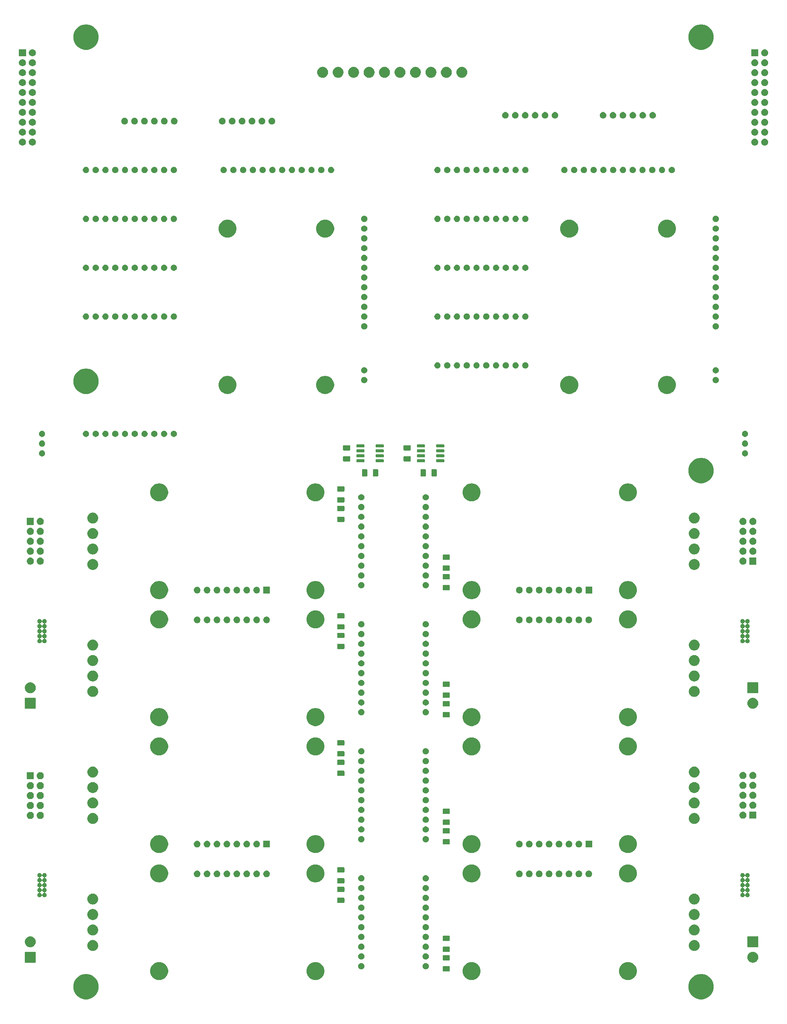
<source format=gts>
G04 #@! TF.GenerationSoftware,KiCad,Pcbnew,(5.1.4)-1*
G04 #@! TF.CreationDate,2019-11-12T14:47:24+09:00*
G04 #@! TF.ProjectId,doubleRocketInterfacingUnit,646f7562-6c65-4526-9f63-6b6574496e74,rev?*
G04 #@! TF.SameCoordinates,Original*
G04 #@! TF.FileFunction,Soldermask,Top*
G04 #@! TF.FilePolarity,Negative*
%FSLAX46Y46*%
G04 Gerber Fmt 4.6, Leading zero omitted, Abs format (unit mm)*
G04 Created by KiCad (PCBNEW (5.1.4)-1) date 2019-11-12 14:47:24*
%MOMM*%
%LPD*%
G04 APERTURE LIST*
%ADD10C,0.100000*%
G04 APERTURE END LIST*
D10*
G36*
X194694239Y-361311467D02*
G01*
X195008282Y-361373934D01*
X195599926Y-361619001D01*
X196026477Y-361904014D01*
X196120447Y-361966802D01*
X196132392Y-361974784D01*
X196585216Y-362427608D01*
X196940999Y-362960074D01*
X197186066Y-363551718D01*
X197311000Y-364179804D01*
X197311000Y-364820196D01*
X197186066Y-365448282D01*
X196940999Y-366039926D01*
X196585216Y-366572392D01*
X196132392Y-367025216D01*
X195599926Y-367380999D01*
X195008282Y-367626066D01*
X194694239Y-367688533D01*
X194380197Y-367751000D01*
X193739803Y-367751000D01*
X193425761Y-367688533D01*
X193111718Y-367626066D01*
X192520074Y-367380999D01*
X191987608Y-367025216D01*
X191534784Y-366572392D01*
X191179001Y-366039926D01*
X190933934Y-365448282D01*
X190809000Y-364820196D01*
X190809000Y-364179804D01*
X190933934Y-363551718D01*
X191179001Y-362960074D01*
X191534784Y-362427608D01*
X191987608Y-361974784D01*
X191999554Y-361966802D01*
X192093523Y-361904014D01*
X192520074Y-361619001D01*
X193111718Y-361373934D01*
X193425761Y-361311467D01*
X193739803Y-361249000D01*
X194380197Y-361249000D01*
X194694239Y-361311467D01*
X194694239Y-361311467D01*
G37*
G36*
X37214239Y-361311467D02*
G01*
X37528282Y-361373934D01*
X38119926Y-361619001D01*
X38546477Y-361904014D01*
X38640447Y-361966802D01*
X38652392Y-361974784D01*
X39105216Y-362427608D01*
X39460999Y-362960074D01*
X39706066Y-363551718D01*
X39831000Y-364179804D01*
X39831000Y-364820196D01*
X39706066Y-365448282D01*
X39460999Y-366039926D01*
X39105216Y-366572392D01*
X38652392Y-367025216D01*
X38119926Y-367380999D01*
X37528282Y-367626066D01*
X37214239Y-367688533D01*
X36900197Y-367751000D01*
X36259803Y-367751000D01*
X35945761Y-367688533D01*
X35631718Y-367626066D01*
X35040074Y-367380999D01*
X34507608Y-367025216D01*
X34054784Y-366572392D01*
X33699001Y-366039926D01*
X33453934Y-365448282D01*
X33329000Y-364820196D01*
X33329000Y-364179804D01*
X33453934Y-363551718D01*
X33699001Y-362960074D01*
X34054784Y-362427608D01*
X34507608Y-361974784D01*
X34519554Y-361966802D01*
X34613523Y-361904014D01*
X35040074Y-361619001D01*
X35631718Y-361373934D01*
X35945761Y-361311467D01*
X36259803Y-361249000D01*
X36900197Y-361249000D01*
X37214239Y-361311467D01*
X37214239Y-361311467D01*
G37*
G36*
X55722742Y-358234031D02*
G01*
X55991177Y-358287426D01*
X56409932Y-358460880D01*
X56786802Y-358712696D01*
X57107304Y-359033198D01*
X57359120Y-359410068D01*
X57532574Y-359828823D01*
X57621000Y-360273371D01*
X57621000Y-360726629D01*
X57532574Y-361171177D01*
X57359120Y-361589932D01*
X57107304Y-361966802D01*
X56786802Y-362287304D01*
X56409932Y-362539120D01*
X55991177Y-362712574D01*
X55768903Y-362756787D01*
X55546630Y-362801000D01*
X55093370Y-362801000D01*
X54871097Y-362756787D01*
X54648823Y-362712574D01*
X54230068Y-362539120D01*
X53853198Y-362287304D01*
X53532696Y-361966802D01*
X53280880Y-361589932D01*
X53107426Y-361171177D01*
X53019000Y-360726629D01*
X53019000Y-360273371D01*
X53107426Y-359828823D01*
X53280880Y-359410068D01*
X53532696Y-359033198D01*
X53853198Y-358712696D01*
X54230068Y-358460880D01*
X54648823Y-358287426D01*
X54917258Y-358234031D01*
X55093370Y-358199000D01*
X55546630Y-358199000D01*
X55722742Y-358234031D01*
X55722742Y-358234031D01*
G37*
G36*
X95722742Y-358234031D02*
G01*
X95991177Y-358287426D01*
X96409932Y-358460880D01*
X96786802Y-358712696D01*
X97107304Y-359033198D01*
X97359120Y-359410068D01*
X97532574Y-359828823D01*
X97621000Y-360273371D01*
X97621000Y-360726629D01*
X97532574Y-361171177D01*
X97359120Y-361589932D01*
X97107304Y-361966802D01*
X96786802Y-362287304D01*
X96409932Y-362539120D01*
X95991177Y-362712574D01*
X95768903Y-362756787D01*
X95546630Y-362801000D01*
X95093370Y-362801000D01*
X94871097Y-362756787D01*
X94648823Y-362712574D01*
X94230068Y-362539120D01*
X93853198Y-362287304D01*
X93532696Y-361966802D01*
X93280880Y-361589932D01*
X93107426Y-361171177D01*
X93019000Y-360726629D01*
X93019000Y-360273371D01*
X93107426Y-359828823D01*
X93280880Y-359410068D01*
X93532696Y-359033198D01*
X93853198Y-358712696D01*
X94230068Y-358460880D01*
X94648823Y-358287426D01*
X94917258Y-358234031D01*
X95093370Y-358199000D01*
X95546630Y-358199000D01*
X95722742Y-358234031D01*
X95722742Y-358234031D01*
G37*
G36*
X175722742Y-358234031D02*
G01*
X175991177Y-358287426D01*
X176409932Y-358460880D01*
X176786802Y-358712696D01*
X177107304Y-359033198D01*
X177359120Y-359410068D01*
X177532574Y-359828823D01*
X177621000Y-360273371D01*
X177621000Y-360726629D01*
X177532574Y-361171177D01*
X177359120Y-361589932D01*
X177107304Y-361966802D01*
X176786802Y-362287304D01*
X176409932Y-362539120D01*
X175991177Y-362712574D01*
X175768903Y-362756787D01*
X175546630Y-362801000D01*
X175093370Y-362801000D01*
X174871097Y-362756787D01*
X174648823Y-362712574D01*
X174230068Y-362539120D01*
X173853198Y-362287304D01*
X173532696Y-361966802D01*
X173280880Y-361589932D01*
X173107426Y-361171177D01*
X173019000Y-360726629D01*
X173019000Y-360273371D01*
X173107426Y-359828823D01*
X173280880Y-359410068D01*
X173532696Y-359033198D01*
X173853198Y-358712696D01*
X174230068Y-358460880D01*
X174648823Y-358287426D01*
X174917258Y-358234031D01*
X175093370Y-358199000D01*
X175546630Y-358199000D01*
X175722742Y-358234031D01*
X175722742Y-358234031D01*
G37*
G36*
X135722742Y-358234031D02*
G01*
X135991177Y-358287426D01*
X136409932Y-358460880D01*
X136786802Y-358712696D01*
X137107304Y-359033198D01*
X137359120Y-359410068D01*
X137532574Y-359828823D01*
X137621000Y-360273371D01*
X137621000Y-360726629D01*
X137532574Y-361171177D01*
X137359120Y-361589932D01*
X137107304Y-361966802D01*
X136786802Y-362287304D01*
X136409932Y-362539120D01*
X135991177Y-362712574D01*
X135768903Y-362756787D01*
X135546630Y-362801000D01*
X135093370Y-362801000D01*
X134871097Y-362756787D01*
X134648823Y-362712574D01*
X134230068Y-362539120D01*
X133853198Y-362287304D01*
X133532696Y-361966802D01*
X133280880Y-361589932D01*
X133107426Y-361171177D01*
X133019000Y-360726629D01*
X133019000Y-360273371D01*
X133107426Y-359828823D01*
X133280880Y-359410068D01*
X133532696Y-359033198D01*
X133853198Y-358712696D01*
X134230068Y-358460880D01*
X134648823Y-358287426D01*
X134917258Y-358234031D01*
X135093370Y-358199000D01*
X135546630Y-358199000D01*
X135722742Y-358234031D01*
X135722742Y-358234031D01*
G37*
G36*
X129588604Y-359228347D02*
G01*
X129625144Y-359239432D01*
X129658821Y-359257433D01*
X129688341Y-359281659D01*
X129712567Y-359311179D01*
X129730568Y-359344856D01*
X129741653Y-359381396D01*
X129746000Y-359425538D01*
X129746000Y-360374462D01*
X129741653Y-360418604D01*
X129730568Y-360455144D01*
X129712567Y-360488821D01*
X129688341Y-360518341D01*
X129658821Y-360542567D01*
X129625144Y-360560568D01*
X129588604Y-360571653D01*
X129544462Y-360576000D01*
X128095538Y-360576000D01*
X128051396Y-360571653D01*
X128014856Y-360560568D01*
X127981179Y-360542567D01*
X127951659Y-360518341D01*
X127927433Y-360488821D01*
X127909432Y-360455144D01*
X127898347Y-360418604D01*
X127894000Y-360374462D01*
X127894000Y-359425538D01*
X127898347Y-359381396D01*
X127909432Y-359344856D01*
X127927433Y-359311179D01*
X127951659Y-359281659D01*
X127981179Y-359257433D01*
X128014856Y-359239432D01*
X128051396Y-359228347D01*
X128095538Y-359224000D01*
X129544462Y-359224000D01*
X129588604Y-359228347D01*
X129588604Y-359228347D01*
G37*
G36*
X107303642Y-358479781D02*
G01*
X107449414Y-358540162D01*
X107449416Y-358540163D01*
X107580608Y-358627822D01*
X107692178Y-358739392D01*
X107779837Y-358870584D01*
X107779838Y-358870586D01*
X107840219Y-359016358D01*
X107871000Y-359171107D01*
X107871000Y-359328893D01*
X107840219Y-359483642D01*
X107779838Y-359629414D01*
X107779837Y-359629416D01*
X107692178Y-359760608D01*
X107580608Y-359872178D01*
X107449416Y-359959837D01*
X107449415Y-359959838D01*
X107449414Y-359959838D01*
X107303642Y-360020219D01*
X107148893Y-360051000D01*
X106991107Y-360051000D01*
X106836358Y-360020219D01*
X106690586Y-359959838D01*
X106690585Y-359959838D01*
X106690584Y-359959837D01*
X106559392Y-359872178D01*
X106447822Y-359760608D01*
X106360163Y-359629416D01*
X106360162Y-359629414D01*
X106299781Y-359483642D01*
X106269000Y-359328893D01*
X106269000Y-359171107D01*
X106299781Y-359016358D01*
X106360162Y-358870586D01*
X106360163Y-358870584D01*
X106447822Y-358739392D01*
X106559392Y-358627822D01*
X106690584Y-358540163D01*
X106690586Y-358540162D01*
X106836358Y-358479781D01*
X106991107Y-358449000D01*
X107148893Y-358449000D01*
X107303642Y-358479781D01*
X107303642Y-358479781D01*
G37*
G36*
X123803642Y-358479781D02*
G01*
X123949414Y-358540162D01*
X123949416Y-358540163D01*
X124080608Y-358627822D01*
X124192178Y-358739392D01*
X124279837Y-358870584D01*
X124279838Y-358870586D01*
X124340219Y-359016358D01*
X124371000Y-359171107D01*
X124371000Y-359328893D01*
X124340219Y-359483642D01*
X124279838Y-359629414D01*
X124279837Y-359629416D01*
X124192178Y-359760608D01*
X124080608Y-359872178D01*
X123949416Y-359959837D01*
X123949415Y-359959838D01*
X123949414Y-359959838D01*
X123803642Y-360020219D01*
X123648893Y-360051000D01*
X123491107Y-360051000D01*
X123336358Y-360020219D01*
X123190586Y-359959838D01*
X123190585Y-359959838D01*
X123190584Y-359959837D01*
X123059392Y-359872178D01*
X122947822Y-359760608D01*
X122860163Y-359629416D01*
X122860162Y-359629414D01*
X122799781Y-359483642D01*
X122769000Y-359328893D01*
X122769000Y-359171107D01*
X122799781Y-359016358D01*
X122860162Y-358870586D01*
X122860163Y-358870584D01*
X122947822Y-358739392D01*
X123059392Y-358627822D01*
X123190584Y-358540163D01*
X123190586Y-358540162D01*
X123336358Y-358479781D01*
X123491107Y-358449000D01*
X123648893Y-358449000D01*
X123803642Y-358479781D01*
X123803642Y-358479781D01*
G37*
G36*
X207594038Y-355586062D02*
G01*
X207728657Y-355612839D01*
X207834097Y-355656514D01*
X207983621Y-355718449D01*
X208057525Y-355767830D01*
X208213086Y-355871772D01*
X208408228Y-356066914D01*
X208448925Y-356127822D01*
X208561551Y-356296379D01*
X208622939Y-356444583D01*
X208652670Y-356516358D01*
X208667161Y-356551344D01*
X208721000Y-356822012D01*
X208721000Y-357097988D01*
X208688653Y-357260607D01*
X208667161Y-357368657D01*
X208629393Y-357459837D01*
X208561551Y-357623621D01*
X208561550Y-357623622D01*
X208408228Y-357853086D01*
X208213086Y-358048228D01*
X208133276Y-358101555D01*
X207983621Y-358201551D01*
X207905207Y-358234031D01*
X207728657Y-358307161D01*
X207638433Y-358325107D01*
X207457988Y-358361000D01*
X207182012Y-358361000D01*
X207001567Y-358325107D01*
X206911343Y-358307161D01*
X206734793Y-358234031D01*
X206656379Y-358201551D01*
X206506724Y-358101555D01*
X206426914Y-358048228D01*
X206231772Y-357853086D01*
X206078450Y-357623622D01*
X206078449Y-357623621D01*
X206010607Y-357459837D01*
X205972839Y-357368657D01*
X205951347Y-357260607D01*
X205919000Y-357097988D01*
X205919000Y-356822012D01*
X205972839Y-356551344D01*
X205987331Y-356516358D01*
X206017061Y-356444583D01*
X206078449Y-356296379D01*
X206191075Y-356127822D01*
X206231772Y-356066914D01*
X206426914Y-355871772D01*
X206582475Y-355767830D01*
X206656379Y-355718449D01*
X206805903Y-355656514D01*
X206911343Y-355612839D01*
X207045962Y-355586062D01*
X207182012Y-355559000D01*
X207457988Y-355559000D01*
X207594038Y-355586062D01*
X207594038Y-355586062D01*
G37*
G36*
X23594031Y-355562621D02*
G01*
X23623486Y-355571556D01*
X23650623Y-355586062D01*
X23674414Y-355605586D01*
X23693938Y-355629377D01*
X23708444Y-355656514D01*
X23717379Y-355685969D01*
X23721000Y-355722734D01*
X23721000Y-358197266D01*
X23717379Y-358234031D01*
X23708444Y-358263486D01*
X23693938Y-358290623D01*
X23674414Y-358314414D01*
X23650623Y-358333938D01*
X23623486Y-358348444D01*
X23594031Y-358357379D01*
X23557266Y-358361000D01*
X21082734Y-358361000D01*
X21045969Y-358357379D01*
X21016514Y-358348444D01*
X20989377Y-358333938D01*
X20965586Y-358314414D01*
X20946062Y-358290623D01*
X20931556Y-358263486D01*
X20922621Y-358234031D01*
X20919000Y-358197266D01*
X20919000Y-355722734D01*
X20922621Y-355685969D01*
X20931556Y-355656514D01*
X20946062Y-355629377D01*
X20965586Y-355605586D01*
X20989377Y-355586062D01*
X21016514Y-355571556D01*
X21045969Y-355562621D01*
X21082734Y-355559000D01*
X23557266Y-355559000D01*
X23594031Y-355562621D01*
X23594031Y-355562621D01*
G37*
G36*
X129588604Y-356428347D02*
G01*
X129625144Y-356439432D01*
X129658821Y-356457433D01*
X129688341Y-356481659D01*
X129712567Y-356511179D01*
X129730568Y-356544856D01*
X129741653Y-356581396D01*
X129746000Y-356625538D01*
X129746000Y-357574462D01*
X129741653Y-357618604D01*
X129730568Y-357655144D01*
X129712567Y-357688821D01*
X129688341Y-357718341D01*
X129658821Y-357742567D01*
X129625144Y-357760568D01*
X129588604Y-357771653D01*
X129544462Y-357776000D01*
X128095538Y-357776000D01*
X128051396Y-357771653D01*
X128014856Y-357760568D01*
X127981179Y-357742567D01*
X127951659Y-357718341D01*
X127927433Y-357688821D01*
X127909432Y-357655144D01*
X127898347Y-357618604D01*
X127894000Y-357574462D01*
X127894000Y-356625538D01*
X127898347Y-356581396D01*
X127909432Y-356544856D01*
X127927433Y-356511179D01*
X127951659Y-356481659D01*
X127981179Y-356457433D01*
X128014856Y-356439432D01*
X128051396Y-356428347D01*
X128095538Y-356424000D01*
X129544462Y-356424000D01*
X129588604Y-356428347D01*
X129588604Y-356428347D01*
G37*
G36*
X107303642Y-355979781D02*
G01*
X107449414Y-356040162D01*
X107449416Y-356040163D01*
X107580608Y-356127822D01*
X107692178Y-356239392D01*
X107730255Y-356296379D01*
X107779838Y-356370586D01*
X107840219Y-356516358D01*
X107871000Y-356671107D01*
X107871000Y-356828893D01*
X107840219Y-356983642D01*
X107792856Y-357097986D01*
X107779837Y-357129416D01*
X107692178Y-357260608D01*
X107580608Y-357372178D01*
X107449416Y-357459837D01*
X107449415Y-357459838D01*
X107449414Y-357459838D01*
X107303642Y-357520219D01*
X107148893Y-357551000D01*
X106991107Y-357551000D01*
X106836358Y-357520219D01*
X106690586Y-357459838D01*
X106690585Y-357459838D01*
X106690584Y-357459837D01*
X106559392Y-357372178D01*
X106447822Y-357260608D01*
X106360163Y-357129416D01*
X106347144Y-357097986D01*
X106299781Y-356983642D01*
X106269000Y-356828893D01*
X106269000Y-356671107D01*
X106299781Y-356516358D01*
X106360162Y-356370586D01*
X106409745Y-356296379D01*
X106447822Y-356239392D01*
X106559392Y-356127822D01*
X106690584Y-356040163D01*
X106690586Y-356040162D01*
X106836358Y-355979781D01*
X106991107Y-355949000D01*
X107148893Y-355949000D01*
X107303642Y-355979781D01*
X107303642Y-355979781D01*
G37*
G36*
X123803642Y-355979781D02*
G01*
X123949414Y-356040162D01*
X123949416Y-356040163D01*
X124080608Y-356127822D01*
X124192178Y-356239392D01*
X124230255Y-356296379D01*
X124279838Y-356370586D01*
X124340219Y-356516358D01*
X124371000Y-356671107D01*
X124371000Y-356828893D01*
X124340219Y-356983642D01*
X124292856Y-357097986D01*
X124279837Y-357129416D01*
X124192178Y-357260608D01*
X124080608Y-357372178D01*
X123949416Y-357459837D01*
X123949415Y-357459838D01*
X123949414Y-357459838D01*
X123803642Y-357520219D01*
X123648893Y-357551000D01*
X123491107Y-357551000D01*
X123336358Y-357520219D01*
X123190586Y-357459838D01*
X123190585Y-357459838D01*
X123190584Y-357459837D01*
X123059392Y-357372178D01*
X122947822Y-357260608D01*
X122860163Y-357129416D01*
X122847144Y-357097986D01*
X122799781Y-356983642D01*
X122769000Y-356828893D01*
X122769000Y-356671107D01*
X122799781Y-356516358D01*
X122860162Y-356370586D01*
X122909745Y-356296379D01*
X122947822Y-356239392D01*
X123059392Y-356127822D01*
X123190584Y-356040163D01*
X123190586Y-356040162D01*
X123336358Y-355979781D01*
X123491107Y-355949000D01*
X123648893Y-355949000D01*
X123803642Y-355979781D01*
X123803642Y-355979781D01*
G37*
G36*
X129588604Y-354228347D02*
G01*
X129625144Y-354239432D01*
X129658821Y-354257433D01*
X129688341Y-354281659D01*
X129712567Y-354311179D01*
X129730568Y-354344856D01*
X129741653Y-354381396D01*
X129746000Y-354425538D01*
X129746000Y-355374462D01*
X129741653Y-355418604D01*
X129730568Y-355455144D01*
X129712567Y-355488821D01*
X129688341Y-355518341D01*
X129658821Y-355542567D01*
X129625144Y-355560568D01*
X129588604Y-355571653D01*
X129544462Y-355576000D01*
X128095538Y-355576000D01*
X128051396Y-355571653D01*
X128014856Y-355560568D01*
X127981179Y-355542567D01*
X127951659Y-355518341D01*
X127927433Y-355488821D01*
X127909432Y-355455144D01*
X127898347Y-355418604D01*
X127894000Y-355374462D01*
X127894000Y-354425538D01*
X127898347Y-354381396D01*
X127909432Y-354344856D01*
X127927433Y-354311179D01*
X127951659Y-354281659D01*
X127981179Y-354257433D01*
X128014856Y-354239432D01*
X128051396Y-354228347D01*
X128095538Y-354224000D01*
X129544462Y-354224000D01*
X129588604Y-354228347D01*
X129588604Y-354228347D01*
G37*
G36*
X38555277Y-352558352D02*
G01*
X38728657Y-352592839D01*
X38834267Y-352636585D01*
X38983621Y-352698449D01*
X38983622Y-352698450D01*
X39213086Y-352851772D01*
X39408228Y-353046914D01*
X39469080Y-353137986D01*
X39561551Y-353276379D01*
X39616342Y-353408656D01*
X39645804Y-353479782D01*
X39667161Y-353531344D01*
X39721000Y-353802012D01*
X39721000Y-354077988D01*
X39691092Y-354228347D01*
X39667161Y-354348657D01*
X39628642Y-354441648D01*
X39561551Y-354603621D01*
X39544315Y-354629416D01*
X39408228Y-354833086D01*
X39213086Y-355028228D01*
X39059763Y-355130675D01*
X38983621Y-355181551D01*
X38834267Y-355243415D01*
X38728657Y-355287161D01*
X38638433Y-355305107D01*
X38457988Y-355341000D01*
X38182012Y-355341000D01*
X38001567Y-355305107D01*
X37911343Y-355287161D01*
X37805733Y-355243415D01*
X37656379Y-355181551D01*
X37580237Y-355130675D01*
X37426914Y-355028228D01*
X37231772Y-354833086D01*
X37095685Y-354629416D01*
X37078449Y-354603621D01*
X37011358Y-354441648D01*
X36972839Y-354348657D01*
X36948908Y-354228347D01*
X36919000Y-354077988D01*
X36919000Y-353802012D01*
X36972839Y-353531344D01*
X36994197Y-353479782D01*
X37023658Y-353408656D01*
X37078449Y-353276379D01*
X37170920Y-353137986D01*
X37231772Y-353046914D01*
X37426914Y-352851772D01*
X37656378Y-352698450D01*
X37656379Y-352698449D01*
X37805733Y-352636585D01*
X37911343Y-352592839D01*
X38084723Y-352558352D01*
X38182012Y-352539000D01*
X38457988Y-352539000D01*
X38555277Y-352558352D01*
X38555277Y-352558352D01*
G37*
G36*
X192555277Y-352558352D02*
G01*
X192728657Y-352592839D01*
X192834267Y-352636585D01*
X192983621Y-352698449D01*
X192983622Y-352698450D01*
X193213086Y-352851772D01*
X193408228Y-353046914D01*
X193469080Y-353137986D01*
X193561551Y-353276379D01*
X193616342Y-353408656D01*
X193645804Y-353479782D01*
X193667161Y-353531344D01*
X193721000Y-353802012D01*
X193721000Y-354077988D01*
X193691092Y-354228347D01*
X193667161Y-354348657D01*
X193628642Y-354441648D01*
X193561551Y-354603621D01*
X193544315Y-354629416D01*
X193408228Y-354833086D01*
X193213086Y-355028228D01*
X193059763Y-355130675D01*
X192983621Y-355181551D01*
X192834267Y-355243415D01*
X192728657Y-355287161D01*
X192638433Y-355305107D01*
X192457988Y-355341000D01*
X192182012Y-355341000D01*
X192001567Y-355305107D01*
X191911343Y-355287161D01*
X191805733Y-355243415D01*
X191656379Y-355181551D01*
X191580237Y-355130675D01*
X191426914Y-355028228D01*
X191231772Y-354833086D01*
X191095685Y-354629416D01*
X191078449Y-354603621D01*
X191011358Y-354441648D01*
X190972839Y-354348657D01*
X190948908Y-354228347D01*
X190919000Y-354077988D01*
X190919000Y-353802012D01*
X190972839Y-353531344D01*
X190994197Y-353479782D01*
X191023658Y-353408656D01*
X191078449Y-353276379D01*
X191170920Y-353137986D01*
X191231772Y-353046914D01*
X191426914Y-352851772D01*
X191656378Y-352698450D01*
X191656379Y-352698449D01*
X191805733Y-352636585D01*
X191911343Y-352592839D01*
X192084723Y-352558352D01*
X192182012Y-352539000D01*
X192457988Y-352539000D01*
X192555277Y-352558352D01*
X192555277Y-352558352D01*
G37*
G36*
X123803642Y-353479781D02*
G01*
X123949414Y-353540162D01*
X123949416Y-353540163D01*
X124080608Y-353627822D01*
X124192178Y-353739392D01*
X124234019Y-353802012D01*
X124279838Y-353870586D01*
X124340219Y-354016358D01*
X124371000Y-354171107D01*
X124371000Y-354328893D01*
X124340219Y-354483642D01*
X124290522Y-354603621D01*
X124279837Y-354629416D01*
X124192178Y-354760608D01*
X124080608Y-354872178D01*
X123949416Y-354959837D01*
X123949415Y-354959838D01*
X123949414Y-354959838D01*
X123803642Y-355020219D01*
X123648893Y-355051000D01*
X123491107Y-355051000D01*
X123336358Y-355020219D01*
X123190586Y-354959838D01*
X123190585Y-354959838D01*
X123190584Y-354959837D01*
X123059392Y-354872178D01*
X122947822Y-354760608D01*
X122860163Y-354629416D01*
X122849478Y-354603621D01*
X122799781Y-354483642D01*
X122769000Y-354328893D01*
X122769000Y-354171107D01*
X122799781Y-354016358D01*
X122860162Y-353870586D01*
X122905981Y-353802012D01*
X122947822Y-353739392D01*
X123059392Y-353627822D01*
X123190584Y-353540163D01*
X123190586Y-353540162D01*
X123336358Y-353479781D01*
X123491107Y-353449000D01*
X123648893Y-353449000D01*
X123803642Y-353479781D01*
X123803642Y-353479781D01*
G37*
G36*
X107303642Y-353479781D02*
G01*
X107449414Y-353540162D01*
X107449416Y-353540163D01*
X107580608Y-353627822D01*
X107692178Y-353739392D01*
X107734019Y-353802012D01*
X107779838Y-353870586D01*
X107840219Y-354016358D01*
X107871000Y-354171107D01*
X107871000Y-354328893D01*
X107840219Y-354483642D01*
X107790522Y-354603621D01*
X107779837Y-354629416D01*
X107692178Y-354760608D01*
X107580608Y-354872178D01*
X107449416Y-354959837D01*
X107449415Y-354959838D01*
X107449414Y-354959838D01*
X107303642Y-355020219D01*
X107148893Y-355051000D01*
X106991107Y-355051000D01*
X106836358Y-355020219D01*
X106690586Y-354959838D01*
X106690585Y-354959838D01*
X106690584Y-354959837D01*
X106559392Y-354872178D01*
X106447822Y-354760608D01*
X106360163Y-354629416D01*
X106349478Y-354603621D01*
X106299781Y-354483642D01*
X106269000Y-354328893D01*
X106269000Y-354171107D01*
X106299781Y-354016358D01*
X106360162Y-353870586D01*
X106405981Y-353802012D01*
X106447822Y-353739392D01*
X106559392Y-353627822D01*
X106690584Y-353540163D01*
X106690586Y-353540162D01*
X106836358Y-353479781D01*
X106991107Y-353449000D01*
X107148893Y-353449000D01*
X107303642Y-353479781D01*
X107303642Y-353479781D01*
G37*
G36*
X22591404Y-351625538D02*
G01*
X22728657Y-351652839D01*
X22828993Y-351694400D01*
X22983621Y-351758449D01*
X23057525Y-351807830D01*
X23213086Y-351911772D01*
X23408228Y-352106914D01*
X23423263Y-352129416D01*
X23561551Y-352336379D01*
X23576379Y-352372178D01*
X23667161Y-352591343D01*
X23672583Y-352618604D01*
X23721000Y-352862012D01*
X23721000Y-353137988D01*
X23667161Y-353408656D01*
X23561551Y-353663621D01*
X23561550Y-353663622D01*
X23408228Y-353893086D01*
X23213086Y-354088228D01*
X23059763Y-354190675D01*
X22983621Y-354241551D01*
X22877048Y-354285695D01*
X22728657Y-354347161D01*
X22638433Y-354365107D01*
X22457988Y-354401000D01*
X22182012Y-354401000D01*
X22001567Y-354365107D01*
X21911343Y-354347161D01*
X21762952Y-354285695D01*
X21656379Y-354241551D01*
X21580237Y-354190675D01*
X21426914Y-354088228D01*
X21231772Y-353893086D01*
X21078450Y-353663622D01*
X21078449Y-353663621D01*
X20972839Y-353408656D01*
X20919000Y-353137988D01*
X20919000Y-352862012D01*
X20967417Y-352618604D01*
X20972839Y-352591343D01*
X21063621Y-352372178D01*
X21078449Y-352336379D01*
X21216737Y-352129416D01*
X21231772Y-352106914D01*
X21426914Y-351911772D01*
X21582475Y-351807830D01*
X21656379Y-351758449D01*
X21811007Y-351694400D01*
X21911343Y-351652839D01*
X22048596Y-351625538D01*
X22182012Y-351599000D01*
X22457988Y-351599000D01*
X22591404Y-351625538D01*
X22591404Y-351625538D01*
G37*
G36*
X208594031Y-351602621D02*
G01*
X208623486Y-351611556D01*
X208650623Y-351626062D01*
X208674414Y-351645586D01*
X208693938Y-351669377D01*
X208708444Y-351696514D01*
X208717379Y-351725969D01*
X208721000Y-351762734D01*
X208721000Y-354237266D01*
X208717379Y-354274031D01*
X208708444Y-354303486D01*
X208693938Y-354330623D01*
X208674414Y-354354414D01*
X208650623Y-354373938D01*
X208623486Y-354388444D01*
X208594031Y-354397379D01*
X208557266Y-354401000D01*
X206082734Y-354401000D01*
X206045969Y-354397379D01*
X206016514Y-354388444D01*
X205989377Y-354373938D01*
X205965586Y-354354414D01*
X205946062Y-354330623D01*
X205931556Y-354303486D01*
X205922621Y-354274031D01*
X205919000Y-354237266D01*
X205919000Y-351762734D01*
X205922621Y-351725969D01*
X205931556Y-351696514D01*
X205946062Y-351669377D01*
X205965586Y-351645586D01*
X205989377Y-351626062D01*
X206016514Y-351611556D01*
X206045969Y-351602621D01*
X206082734Y-351599000D01*
X208557266Y-351599000D01*
X208594031Y-351602621D01*
X208594031Y-351602621D01*
G37*
G36*
X129588604Y-351428347D02*
G01*
X129625144Y-351439432D01*
X129658821Y-351457433D01*
X129688341Y-351481659D01*
X129712567Y-351511179D01*
X129730568Y-351544856D01*
X129741653Y-351581396D01*
X129746000Y-351625538D01*
X129746000Y-352574462D01*
X129741653Y-352618604D01*
X129730568Y-352655144D01*
X129712567Y-352688821D01*
X129688341Y-352718341D01*
X129658821Y-352742567D01*
X129625144Y-352760568D01*
X129588604Y-352771653D01*
X129544462Y-352776000D01*
X128095538Y-352776000D01*
X128051396Y-352771653D01*
X128014856Y-352760568D01*
X127981179Y-352742567D01*
X127951659Y-352718341D01*
X127927433Y-352688821D01*
X127909432Y-352655144D01*
X127898347Y-352618604D01*
X127894000Y-352574462D01*
X127894000Y-351625538D01*
X127898347Y-351581396D01*
X127909432Y-351544856D01*
X127927433Y-351511179D01*
X127951659Y-351481659D01*
X127981179Y-351457433D01*
X128014856Y-351439432D01*
X128051396Y-351428347D01*
X128095538Y-351424000D01*
X129544462Y-351424000D01*
X129588604Y-351428347D01*
X129588604Y-351428347D01*
G37*
G36*
X123803642Y-350979781D02*
G01*
X123949414Y-351040162D01*
X123949416Y-351040163D01*
X124080608Y-351127822D01*
X124192178Y-351239392D01*
X124279837Y-351370584D01*
X124279838Y-351370586D01*
X124340219Y-351516358D01*
X124371000Y-351671107D01*
X124371000Y-351828893D01*
X124340219Y-351983642D01*
X124289158Y-352106914D01*
X124279837Y-352129416D01*
X124192178Y-352260608D01*
X124080608Y-352372178D01*
X123949416Y-352459837D01*
X123949415Y-352459838D01*
X123949414Y-352459838D01*
X123803642Y-352520219D01*
X123648893Y-352551000D01*
X123491107Y-352551000D01*
X123336358Y-352520219D01*
X123190586Y-352459838D01*
X123190585Y-352459838D01*
X123190584Y-352459837D01*
X123059392Y-352372178D01*
X122947822Y-352260608D01*
X122860163Y-352129416D01*
X122850842Y-352106914D01*
X122799781Y-351983642D01*
X122769000Y-351828893D01*
X122769000Y-351671107D01*
X122799781Y-351516358D01*
X122860162Y-351370586D01*
X122860163Y-351370584D01*
X122947822Y-351239392D01*
X123059392Y-351127822D01*
X123190584Y-351040163D01*
X123190586Y-351040162D01*
X123336358Y-350979781D01*
X123491107Y-350949000D01*
X123648893Y-350949000D01*
X123803642Y-350979781D01*
X123803642Y-350979781D01*
G37*
G36*
X107303642Y-350979781D02*
G01*
X107449414Y-351040162D01*
X107449416Y-351040163D01*
X107580608Y-351127822D01*
X107692178Y-351239392D01*
X107779837Y-351370584D01*
X107779838Y-351370586D01*
X107840219Y-351516358D01*
X107871000Y-351671107D01*
X107871000Y-351828893D01*
X107840219Y-351983642D01*
X107789158Y-352106914D01*
X107779837Y-352129416D01*
X107692178Y-352260608D01*
X107580608Y-352372178D01*
X107449416Y-352459837D01*
X107449415Y-352459838D01*
X107449414Y-352459838D01*
X107303642Y-352520219D01*
X107148893Y-352551000D01*
X106991107Y-352551000D01*
X106836358Y-352520219D01*
X106690586Y-352459838D01*
X106690585Y-352459838D01*
X106690584Y-352459837D01*
X106559392Y-352372178D01*
X106447822Y-352260608D01*
X106360163Y-352129416D01*
X106350842Y-352106914D01*
X106299781Y-351983642D01*
X106269000Y-351828893D01*
X106269000Y-351671107D01*
X106299781Y-351516358D01*
X106360162Y-351370586D01*
X106360163Y-351370584D01*
X106447822Y-351239392D01*
X106559392Y-351127822D01*
X106690584Y-351040163D01*
X106690586Y-351040162D01*
X106836358Y-350979781D01*
X106991107Y-350949000D01*
X107148893Y-350949000D01*
X107303642Y-350979781D01*
X107303642Y-350979781D01*
G37*
G36*
X192638433Y-348614893D02*
G01*
X192728657Y-348632839D01*
X192834267Y-348676585D01*
X192983621Y-348738449D01*
X193059763Y-348789325D01*
X193213086Y-348891772D01*
X193408228Y-349086914D01*
X193464484Y-349171108D01*
X193561551Y-349316379D01*
X193667161Y-349571344D01*
X193721000Y-349842012D01*
X193721000Y-350117988D01*
X193667161Y-350388656D01*
X193561551Y-350643621D01*
X193561550Y-350643622D01*
X193408228Y-350873086D01*
X193213086Y-351068228D01*
X193059763Y-351170675D01*
X192983621Y-351221551D01*
X192834267Y-351283415D01*
X192728657Y-351327161D01*
X192638433Y-351345107D01*
X192457988Y-351381000D01*
X192182012Y-351381000D01*
X192001567Y-351345107D01*
X191911343Y-351327161D01*
X191805733Y-351283415D01*
X191656379Y-351221551D01*
X191580237Y-351170675D01*
X191426914Y-351068228D01*
X191231772Y-350873086D01*
X191078450Y-350643622D01*
X191078449Y-350643621D01*
X190972839Y-350388656D01*
X190919000Y-350117988D01*
X190919000Y-349842012D01*
X190972839Y-349571344D01*
X191078449Y-349316379D01*
X191175516Y-349171108D01*
X191231772Y-349086914D01*
X191426914Y-348891772D01*
X191580237Y-348789325D01*
X191656379Y-348738449D01*
X191805733Y-348676585D01*
X191911343Y-348632839D01*
X192001567Y-348614893D01*
X192182012Y-348579000D01*
X192457988Y-348579000D01*
X192638433Y-348614893D01*
X192638433Y-348614893D01*
G37*
G36*
X38638433Y-348614893D02*
G01*
X38728657Y-348632839D01*
X38834267Y-348676585D01*
X38983621Y-348738449D01*
X39059763Y-348789325D01*
X39213086Y-348891772D01*
X39408228Y-349086914D01*
X39464484Y-349171108D01*
X39561551Y-349316379D01*
X39667161Y-349571344D01*
X39721000Y-349842012D01*
X39721000Y-350117988D01*
X39667161Y-350388656D01*
X39561551Y-350643621D01*
X39561550Y-350643622D01*
X39408228Y-350873086D01*
X39213086Y-351068228D01*
X39059763Y-351170675D01*
X38983621Y-351221551D01*
X38834267Y-351283415D01*
X38728657Y-351327161D01*
X38638433Y-351345107D01*
X38457988Y-351381000D01*
X38182012Y-351381000D01*
X38001567Y-351345107D01*
X37911343Y-351327161D01*
X37805733Y-351283415D01*
X37656379Y-351221551D01*
X37580237Y-351170675D01*
X37426914Y-351068228D01*
X37231772Y-350873086D01*
X37078450Y-350643622D01*
X37078449Y-350643621D01*
X36972839Y-350388656D01*
X36919000Y-350117988D01*
X36919000Y-349842012D01*
X36972839Y-349571344D01*
X37078449Y-349316379D01*
X37175516Y-349171108D01*
X37231772Y-349086914D01*
X37426914Y-348891772D01*
X37580237Y-348789325D01*
X37656379Y-348738449D01*
X37805733Y-348676585D01*
X37911343Y-348632839D01*
X38001567Y-348614893D01*
X38182012Y-348579000D01*
X38457988Y-348579000D01*
X38638433Y-348614893D01*
X38638433Y-348614893D01*
G37*
G36*
X107303642Y-348479781D02*
G01*
X107449414Y-348540162D01*
X107449416Y-348540163D01*
X107580608Y-348627822D01*
X107692178Y-348739392D01*
X107779837Y-348870584D01*
X107779838Y-348870586D01*
X107840219Y-349016358D01*
X107871000Y-349171107D01*
X107871000Y-349328893D01*
X107840219Y-349483642D01*
X107803892Y-349571343D01*
X107779837Y-349629416D01*
X107692178Y-349760608D01*
X107580608Y-349872178D01*
X107449416Y-349959837D01*
X107449415Y-349959838D01*
X107449414Y-349959838D01*
X107303642Y-350020219D01*
X107148893Y-350051000D01*
X106991107Y-350051000D01*
X106836358Y-350020219D01*
X106690586Y-349959838D01*
X106690585Y-349959838D01*
X106690584Y-349959837D01*
X106559392Y-349872178D01*
X106447822Y-349760608D01*
X106360163Y-349629416D01*
X106336108Y-349571343D01*
X106299781Y-349483642D01*
X106269000Y-349328893D01*
X106269000Y-349171107D01*
X106299781Y-349016358D01*
X106360162Y-348870586D01*
X106360163Y-348870584D01*
X106447822Y-348739392D01*
X106559392Y-348627822D01*
X106690584Y-348540163D01*
X106690586Y-348540162D01*
X106836358Y-348479781D01*
X106991107Y-348449000D01*
X107148893Y-348449000D01*
X107303642Y-348479781D01*
X107303642Y-348479781D01*
G37*
G36*
X123803642Y-348479781D02*
G01*
X123949414Y-348540162D01*
X123949416Y-348540163D01*
X124080608Y-348627822D01*
X124192178Y-348739392D01*
X124279837Y-348870584D01*
X124279838Y-348870586D01*
X124340219Y-349016358D01*
X124371000Y-349171107D01*
X124371000Y-349328893D01*
X124340219Y-349483642D01*
X124303892Y-349571343D01*
X124279837Y-349629416D01*
X124192178Y-349760608D01*
X124080608Y-349872178D01*
X123949416Y-349959837D01*
X123949415Y-349959838D01*
X123949414Y-349959838D01*
X123803642Y-350020219D01*
X123648893Y-350051000D01*
X123491107Y-350051000D01*
X123336358Y-350020219D01*
X123190586Y-349959838D01*
X123190585Y-349959838D01*
X123190584Y-349959837D01*
X123059392Y-349872178D01*
X122947822Y-349760608D01*
X122860163Y-349629416D01*
X122836108Y-349571343D01*
X122799781Y-349483642D01*
X122769000Y-349328893D01*
X122769000Y-349171107D01*
X122799781Y-349016358D01*
X122860162Y-348870586D01*
X122860163Y-348870584D01*
X122947822Y-348739392D01*
X123059392Y-348627822D01*
X123190584Y-348540163D01*
X123190586Y-348540162D01*
X123336358Y-348479781D01*
X123491107Y-348449000D01*
X123648893Y-348449000D01*
X123803642Y-348479781D01*
X123803642Y-348479781D01*
G37*
G36*
X123803642Y-345979781D02*
G01*
X123949414Y-346040162D01*
X123949416Y-346040163D01*
X124080608Y-346127822D01*
X124192178Y-346239392D01*
X124279837Y-346370584D01*
X124279838Y-346370586D01*
X124340219Y-346516358D01*
X124371000Y-346671107D01*
X124371000Y-346828893D01*
X124340219Y-346983642D01*
X124279838Y-347129414D01*
X124279837Y-347129416D01*
X124192178Y-347260608D01*
X124080608Y-347372178D01*
X123949416Y-347459837D01*
X123949415Y-347459838D01*
X123949414Y-347459838D01*
X123803642Y-347520219D01*
X123648893Y-347551000D01*
X123491107Y-347551000D01*
X123336358Y-347520219D01*
X123190586Y-347459838D01*
X123190585Y-347459838D01*
X123190584Y-347459837D01*
X123059392Y-347372178D01*
X122947822Y-347260608D01*
X122860163Y-347129416D01*
X122860162Y-347129414D01*
X122799781Y-346983642D01*
X122769000Y-346828893D01*
X122769000Y-346671107D01*
X122799781Y-346516358D01*
X122860162Y-346370586D01*
X122860163Y-346370584D01*
X122947822Y-346239392D01*
X123059392Y-346127822D01*
X123190584Y-346040163D01*
X123190586Y-346040162D01*
X123336358Y-345979781D01*
X123491107Y-345949000D01*
X123648893Y-345949000D01*
X123803642Y-345979781D01*
X123803642Y-345979781D01*
G37*
G36*
X107303642Y-345979781D02*
G01*
X107449414Y-346040162D01*
X107449416Y-346040163D01*
X107580608Y-346127822D01*
X107692178Y-346239392D01*
X107779837Y-346370584D01*
X107779838Y-346370586D01*
X107840219Y-346516358D01*
X107871000Y-346671107D01*
X107871000Y-346828893D01*
X107840219Y-346983642D01*
X107779838Y-347129414D01*
X107779837Y-347129416D01*
X107692178Y-347260608D01*
X107580608Y-347372178D01*
X107449416Y-347459837D01*
X107449415Y-347459838D01*
X107449414Y-347459838D01*
X107303642Y-347520219D01*
X107148893Y-347551000D01*
X106991107Y-347551000D01*
X106836358Y-347520219D01*
X106690586Y-347459838D01*
X106690585Y-347459838D01*
X106690584Y-347459837D01*
X106559392Y-347372178D01*
X106447822Y-347260608D01*
X106360163Y-347129416D01*
X106360162Y-347129414D01*
X106299781Y-346983642D01*
X106269000Y-346828893D01*
X106269000Y-346671107D01*
X106299781Y-346516358D01*
X106360162Y-346370586D01*
X106360163Y-346370584D01*
X106447822Y-346239392D01*
X106559392Y-346127822D01*
X106690584Y-346040163D01*
X106690586Y-346040162D01*
X106836358Y-345979781D01*
X106991107Y-345949000D01*
X107148893Y-345949000D01*
X107303642Y-345979781D01*
X107303642Y-345979781D01*
G37*
G36*
X192638433Y-344654893D02*
G01*
X192728657Y-344672839D01*
X192834267Y-344716585D01*
X192983621Y-344778449D01*
X192983622Y-344778450D01*
X193213086Y-344931772D01*
X193408228Y-345126914D01*
X193510675Y-345280237D01*
X193561551Y-345356379D01*
X193667161Y-345611344D01*
X193721000Y-345882012D01*
X193721000Y-346157988D01*
X193667161Y-346428656D01*
X193561551Y-346683621D01*
X193561550Y-346683622D01*
X193408228Y-346913086D01*
X193213086Y-347108228D01*
X193059763Y-347210675D01*
X192983621Y-347261551D01*
X192834267Y-347323415D01*
X192728657Y-347367161D01*
X192703434Y-347372178D01*
X192457988Y-347421000D01*
X192182012Y-347421000D01*
X191936566Y-347372178D01*
X191911343Y-347367161D01*
X191805733Y-347323415D01*
X191656379Y-347261551D01*
X191580237Y-347210675D01*
X191426914Y-347108228D01*
X191231772Y-346913086D01*
X191078450Y-346683622D01*
X191078449Y-346683621D01*
X190972839Y-346428656D01*
X190919000Y-346157988D01*
X190919000Y-345882012D01*
X190972839Y-345611344D01*
X191078449Y-345356379D01*
X191129325Y-345280237D01*
X191231772Y-345126914D01*
X191426914Y-344931772D01*
X191656378Y-344778450D01*
X191656379Y-344778449D01*
X191805733Y-344716585D01*
X191911343Y-344672839D01*
X192001567Y-344654893D01*
X192182012Y-344619000D01*
X192457988Y-344619000D01*
X192638433Y-344654893D01*
X192638433Y-344654893D01*
G37*
G36*
X38638433Y-344654893D02*
G01*
X38728657Y-344672839D01*
X38834267Y-344716585D01*
X38983621Y-344778449D01*
X38983622Y-344778450D01*
X39213086Y-344931772D01*
X39408228Y-345126914D01*
X39510675Y-345280237D01*
X39561551Y-345356379D01*
X39667161Y-345611344D01*
X39721000Y-345882012D01*
X39721000Y-346157988D01*
X39667161Y-346428656D01*
X39561551Y-346683621D01*
X39561550Y-346683622D01*
X39408228Y-346913086D01*
X39213086Y-347108228D01*
X39059763Y-347210675D01*
X38983621Y-347261551D01*
X38834267Y-347323415D01*
X38728657Y-347367161D01*
X38703434Y-347372178D01*
X38457988Y-347421000D01*
X38182012Y-347421000D01*
X37936566Y-347372178D01*
X37911343Y-347367161D01*
X37805733Y-347323415D01*
X37656379Y-347261551D01*
X37580237Y-347210675D01*
X37426914Y-347108228D01*
X37231772Y-346913086D01*
X37078450Y-346683622D01*
X37078449Y-346683621D01*
X36972839Y-346428656D01*
X36919000Y-346157988D01*
X36919000Y-345882012D01*
X36972839Y-345611344D01*
X37078449Y-345356379D01*
X37129325Y-345280237D01*
X37231772Y-345126914D01*
X37426914Y-344931772D01*
X37656378Y-344778450D01*
X37656379Y-344778449D01*
X37805733Y-344716585D01*
X37911343Y-344672839D01*
X38001567Y-344654893D01*
X38182012Y-344619000D01*
X38457988Y-344619000D01*
X38638433Y-344654893D01*
X38638433Y-344654893D01*
G37*
G36*
X123803642Y-343479781D02*
G01*
X123949414Y-343540162D01*
X123949416Y-343540163D01*
X124080608Y-343627822D01*
X124192178Y-343739392D01*
X124279837Y-343870584D01*
X124279838Y-343870586D01*
X124340219Y-344016358D01*
X124371000Y-344171107D01*
X124371000Y-344328893D01*
X124340219Y-344483642D01*
X124279838Y-344629414D01*
X124279837Y-344629416D01*
X124192178Y-344760608D01*
X124080608Y-344872178D01*
X123949416Y-344959837D01*
X123949415Y-344959838D01*
X123949414Y-344959838D01*
X123803642Y-345020219D01*
X123648893Y-345051000D01*
X123491107Y-345051000D01*
X123336358Y-345020219D01*
X123190586Y-344959838D01*
X123190585Y-344959838D01*
X123190584Y-344959837D01*
X123059392Y-344872178D01*
X122947822Y-344760608D01*
X122860163Y-344629416D01*
X122860162Y-344629414D01*
X122799781Y-344483642D01*
X122769000Y-344328893D01*
X122769000Y-344171107D01*
X122799781Y-344016358D01*
X122860162Y-343870586D01*
X122860163Y-343870584D01*
X122947822Y-343739392D01*
X123059392Y-343627822D01*
X123190584Y-343540163D01*
X123190586Y-343540162D01*
X123336358Y-343479781D01*
X123491107Y-343449000D01*
X123648893Y-343449000D01*
X123803642Y-343479781D01*
X123803642Y-343479781D01*
G37*
G36*
X107303642Y-343479781D02*
G01*
X107449414Y-343540162D01*
X107449416Y-343540163D01*
X107580608Y-343627822D01*
X107692178Y-343739392D01*
X107779837Y-343870584D01*
X107779838Y-343870586D01*
X107840219Y-344016358D01*
X107871000Y-344171107D01*
X107871000Y-344328893D01*
X107840219Y-344483642D01*
X107779838Y-344629414D01*
X107779837Y-344629416D01*
X107692178Y-344760608D01*
X107580608Y-344872178D01*
X107449416Y-344959837D01*
X107449415Y-344959838D01*
X107449414Y-344959838D01*
X107303642Y-345020219D01*
X107148893Y-345051000D01*
X106991107Y-345051000D01*
X106836358Y-345020219D01*
X106690586Y-344959838D01*
X106690585Y-344959838D01*
X106690584Y-344959837D01*
X106559392Y-344872178D01*
X106447822Y-344760608D01*
X106360163Y-344629416D01*
X106360162Y-344629414D01*
X106299781Y-344483642D01*
X106269000Y-344328893D01*
X106269000Y-344171107D01*
X106299781Y-344016358D01*
X106360162Y-343870586D01*
X106360163Y-343870584D01*
X106447822Y-343739392D01*
X106559392Y-343627822D01*
X106690584Y-343540163D01*
X106690586Y-343540162D01*
X106836358Y-343479781D01*
X106991107Y-343449000D01*
X107148893Y-343449000D01*
X107303642Y-343479781D01*
X107303642Y-343479781D01*
G37*
G36*
X38607592Y-340688758D02*
G01*
X38728657Y-340712839D01*
X38834267Y-340756585D01*
X38983621Y-340818449D01*
X38983622Y-340818450D01*
X39213086Y-340971772D01*
X39408228Y-341166914D01*
X39497818Y-341300996D01*
X39561551Y-341396379D01*
X39667161Y-341651344D01*
X39702478Y-341828893D01*
X39721000Y-341922014D01*
X39721000Y-342197986D01*
X39667161Y-342468657D01*
X39645803Y-342520219D01*
X39561551Y-342723621D01*
X39561550Y-342723622D01*
X39408228Y-342953086D01*
X39213086Y-343148228D01*
X39059763Y-343250675D01*
X38983621Y-343301551D01*
X38834267Y-343363415D01*
X38728657Y-343407161D01*
X38638433Y-343425107D01*
X38457988Y-343461000D01*
X38182012Y-343461000D01*
X38001567Y-343425107D01*
X37911343Y-343407161D01*
X37805733Y-343363415D01*
X37656379Y-343301551D01*
X37580237Y-343250675D01*
X37426914Y-343148228D01*
X37231772Y-342953086D01*
X37078450Y-342723622D01*
X37078449Y-342723621D01*
X36994197Y-342520219D01*
X36972839Y-342468657D01*
X36919000Y-342197986D01*
X36919000Y-341922014D01*
X36937523Y-341828893D01*
X36972839Y-341651344D01*
X37078449Y-341396379D01*
X37142182Y-341300996D01*
X37231772Y-341166914D01*
X37426914Y-340971772D01*
X37656378Y-340818450D01*
X37656379Y-340818449D01*
X37805733Y-340756585D01*
X37911343Y-340712839D01*
X38032408Y-340688758D01*
X38182012Y-340659000D01*
X38457988Y-340659000D01*
X38607592Y-340688758D01*
X38607592Y-340688758D01*
G37*
G36*
X192607592Y-340688758D02*
G01*
X192728657Y-340712839D01*
X192834267Y-340756585D01*
X192983621Y-340818449D01*
X192983622Y-340818450D01*
X193213086Y-340971772D01*
X193408228Y-341166914D01*
X193497818Y-341300996D01*
X193561551Y-341396379D01*
X193667161Y-341651344D01*
X193702478Y-341828893D01*
X193721000Y-341922014D01*
X193721000Y-342197986D01*
X193667161Y-342468657D01*
X193645803Y-342520219D01*
X193561551Y-342723621D01*
X193561550Y-342723622D01*
X193408228Y-342953086D01*
X193213086Y-343148228D01*
X193059763Y-343250675D01*
X192983621Y-343301551D01*
X192834267Y-343363415D01*
X192728657Y-343407161D01*
X192638433Y-343425107D01*
X192457988Y-343461000D01*
X192182012Y-343461000D01*
X192001567Y-343425107D01*
X191911343Y-343407161D01*
X191805733Y-343363415D01*
X191656379Y-343301551D01*
X191580237Y-343250675D01*
X191426914Y-343148228D01*
X191231772Y-342953086D01*
X191078450Y-342723622D01*
X191078449Y-342723621D01*
X190994197Y-342520219D01*
X190972839Y-342468657D01*
X190919000Y-342197986D01*
X190919000Y-341922014D01*
X190937523Y-341828893D01*
X190972839Y-341651344D01*
X191078449Y-341396379D01*
X191142182Y-341300996D01*
X191231772Y-341166914D01*
X191426914Y-340971772D01*
X191656378Y-340818450D01*
X191656379Y-340818449D01*
X191805733Y-340756585D01*
X191911343Y-340712839D01*
X192032408Y-340688758D01*
X192182012Y-340659000D01*
X192457988Y-340659000D01*
X192607592Y-340688758D01*
X192607592Y-340688758D01*
G37*
G36*
X102588604Y-341728347D02*
G01*
X102625144Y-341739432D01*
X102658821Y-341757433D01*
X102688341Y-341781659D01*
X102712567Y-341811179D01*
X102730568Y-341844856D01*
X102741653Y-341881396D01*
X102746000Y-341925538D01*
X102746000Y-342874462D01*
X102741653Y-342918604D01*
X102730568Y-342955144D01*
X102712567Y-342988821D01*
X102688341Y-343018341D01*
X102658821Y-343042567D01*
X102625144Y-343060568D01*
X102588604Y-343071653D01*
X102544462Y-343076000D01*
X101095538Y-343076000D01*
X101051396Y-343071653D01*
X101014856Y-343060568D01*
X100981179Y-343042567D01*
X100951659Y-343018341D01*
X100927433Y-342988821D01*
X100909432Y-342955144D01*
X100898347Y-342918604D01*
X100894000Y-342874462D01*
X100894000Y-341925538D01*
X100898347Y-341881396D01*
X100909432Y-341844856D01*
X100927433Y-341811179D01*
X100951659Y-341781659D01*
X100981179Y-341757433D01*
X101014856Y-341739432D01*
X101051396Y-341728347D01*
X101095538Y-341724000D01*
X102544462Y-341724000D01*
X102588604Y-341728347D01*
X102588604Y-341728347D01*
G37*
G36*
X123803642Y-340979781D02*
G01*
X123949414Y-341040162D01*
X123949416Y-341040163D01*
X124080608Y-341127822D01*
X124192178Y-341239392D01*
X124233339Y-341300995D01*
X124279838Y-341370586D01*
X124340219Y-341516358D01*
X124371000Y-341671107D01*
X124371000Y-341828893D01*
X124340219Y-341983642D01*
X124279838Y-342129414D01*
X124279837Y-342129416D01*
X124192178Y-342260608D01*
X124080608Y-342372178D01*
X123949416Y-342459837D01*
X123949415Y-342459838D01*
X123949414Y-342459838D01*
X123803642Y-342520219D01*
X123648893Y-342551000D01*
X123491107Y-342551000D01*
X123336358Y-342520219D01*
X123190586Y-342459838D01*
X123190585Y-342459838D01*
X123190584Y-342459837D01*
X123059392Y-342372178D01*
X122947822Y-342260608D01*
X122860163Y-342129416D01*
X122860162Y-342129414D01*
X122799781Y-341983642D01*
X122769000Y-341828893D01*
X122769000Y-341671107D01*
X122799781Y-341516358D01*
X122860162Y-341370586D01*
X122906661Y-341300995D01*
X122947822Y-341239392D01*
X123059392Y-341127822D01*
X123190584Y-341040163D01*
X123190586Y-341040162D01*
X123336358Y-340979781D01*
X123491107Y-340949000D01*
X123648893Y-340949000D01*
X123803642Y-340979781D01*
X123803642Y-340979781D01*
G37*
G36*
X107303642Y-340979781D02*
G01*
X107449414Y-341040162D01*
X107449416Y-341040163D01*
X107580608Y-341127822D01*
X107692178Y-341239392D01*
X107733339Y-341300995D01*
X107779838Y-341370586D01*
X107840219Y-341516358D01*
X107871000Y-341671107D01*
X107871000Y-341828893D01*
X107840219Y-341983642D01*
X107779838Y-342129414D01*
X107779837Y-342129416D01*
X107692178Y-342260608D01*
X107580608Y-342372178D01*
X107449416Y-342459837D01*
X107449415Y-342459838D01*
X107449414Y-342459838D01*
X107303642Y-342520219D01*
X107148893Y-342551000D01*
X106991107Y-342551000D01*
X106836358Y-342520219D01*
X106690586Y-342459838D01*
X106690585Y-342459838D01*
X106690584Y-342459837D01*
X106559392Y-342372178D01*
X106447822Y-342260608D01*
X106360163Y-342129416D01*
X106360162Y-342129414D01*
X106299781Y-341983642D01*
X106269000Y-341828893D01*
X106269000Y-341671107D01*
X106299781Y-341516358D01*
X106360162Y-341370586D01*
X106406661Y-341300995D01*
X106447822Y-341239392D01*
X106559392Y-341127822D01*
X106690584Y-341040163D01*
X106690586Y-341040162D01*
X106836358Y-340979781D01*
X106991107Y-340949000D01*
X107148893Y-340949000D01*
X107303642Y-340979781D01*
X107303642Y-340979781D01*
G37*
G36*
X204845721Y-335430174D02*
G01*
X204945995Y-335471709D01*
X204945996Y-335471710D01*
X205036242Y-335532010D01*
X205112990Y-335608758D01*
X205143345Y-335654188D01*
X205173291Y-335699005D01*
X205204516Y-335774389D01*
X205216067Y-335796000D01*
X205231612Y-335814941D01*
X205250554Y-335830487D01*
X205272165Y-335842038D01*
X205295614Y-335849151D01*
X205320000Y-335851553D01*
X205344386Y-335849151D01*
X205367835Y-335842038D01*
X205389446Y-335830487D01*
X205408387Y-335814942D01*
X205423933Y-335796000D01*
X205435484Y-335774389D01*
X205466709Y-335699005D01*
X205496655Y-335654188D01*
X205527010Y-335608758D01*
X205603758Y-335532010D01*
X205694004Y-335471710D01*
X205694005Y-335471709D01*
X205794279Y-335430174D01*
X205900730Y-335409000D01*
X206009270Y-335409000D01*
X206115721Y-335430174D01*
X206215995Y-335471709D01*
X206215996Y-335471710D01*
X206306242Y-335532010D01*
X206382990Y-335608758D01*
X206413345Y-335654188D01*
X206443291Y-335699005D01*
X206484826Y-335799279D01*
X206506000Y-335905730D01*
X206506000Y-336014270D01*
X206484826Y-336120721D01*
X206443291Y-336220995D01*
X206430998Y-336239392D01*
X206382990Y-336311242D01*
X206306242Y-336387990D01*
X206273264Y-336410025D01*
X206215995Y-336448291D01*
X206140611Y-336479516D01*
X206119000Y-336491067D01*
X206100059Y-336506612D01*
X206084513Y-336525554D01*
X206072962Y-336547165D01*
X206065849Y-336570614D01*
X206063447Y-336595000D01*
X206065849Y-336619386D01*
X206072962Y-336642835D01*
X206084513Y-336664446D01*
X206100058Y-336683387D01*
X206119000Y-336698933D01*
X206140611Y-336710484D01*
X206215995Y-336741709D01*
X206257693Y-336769571D01*
X206306242Y-336802010D01*
X206382990Y-336878758D01*
X206413345Y-336924188D01*
X206443291Y-336969005D01*
X206484826Y-337069279D01*
X206506000Y-337175730D01*
X206506000Y-337284270D01*
X206484826Y-337390721D01*
X206443291Y-337490995D01*
X206443290Y-337490996D01*
X206382990Y-337581242D01*
X206306242Y-337657990D01*
X206260812Y-337688345D01*
X206215995Y-337718291D01*
X206140611Y-337749516D01*
X206119000Y-337761067D01*
X206100059Y-337776612D01*
X206084513Y-337795554D01*
X206072962Y-337817165D01*
X206065849Y-337840614D01*
X206063447Y-337865000D01*
X206065849Y-337889386D01*
X206072962Y-337912835D01*
X206084513Y-337934446D01*
X206100058Y-337953387D01*
X206119000Y-337968933D01*
X206140611Y-337980484D01*
X206215995Y-338011709D01*
X206215996Y-338011710D01*
X206306242Y-338072010D01*
X206382990Y-338148758D01*
X206382991Y-338148760D01*
X206443291Y-338239005D01*
X206484826Y-338339279D01*
X206506000Y-338445730D01*
X206506000Y-338554270D01*
X206484826Y-338660721D01*
X206443291Y-338760995D01*
X206443290Y-338760996D01*
X206382990Y-338851242D01*
X206306242Y-338927990D01*
X206262177Y-338957433D01*
X206215995Y-338988291D01*
X206140611Y-339019516D01*
X206119000Y-339031067D01*
X206100059Y-339046612D01*
X206084513Y-339065554D01*
X206072962Y-339087165D01*
X206065849Y-339110614D01*
X206063447Y-339135000D01*
X206065849Y-339159386D01*
X206072962Y-339182835D01*
X206084513Y-339204446D01*
X206100058Y-339223387D01*
X206119000Y-339238933D01*
X206140611Y-339250484D01*
X206215995Y-339281709D01*
X206215996Y-339281710D01*
X206306242Y-339342010D01*
X206382990Y-339418758D01*
X206382991Y-339418760D01*
X206443291Y-339509005D01*
X206484826Y-339609279D01*
X206506000Y-339715730D01*
X206506000Y-339824270D01*
X206484826Y-339930721D01*
X206443291Y-340030995D01*
X206414247Y-340074462D01*
X206382990Y-340121242D01*
X206306242Y-340197990D01*
X206275784Y-340218341D01*
X206215995Y-340258291D01*
X206140611Y-340289516D01*
X206119000Y-340301067D01*
X206100059Y-340316612D01*
X206084513Y-340335554D01*
X206072962Y-340357165D01*
X206065849Y-340380614D01*
X206063447Y-340405000D01*
X206065849Y-340429386D01*
X206072962Y-340452835D01*
X206084513Y-340474446D01*
X206100058Y-340493387D01*
X206119000Y-340508933D01*
X206140611Y-340520484D01*
X206215995Y-340551709D01*
X206215996Y-340551710D01*
X206306242Y-340612010D01*
X206382990Y-340688758D01*
X206382991Y-340688760D01*
X206443291Y-340779005D01*
X206484826Y-340879279D01*
X206506000Y-340985730D01*
X206506000Y-341094270D01*
X206484826Y-341200721D01*
X206443291Y-341300995D01*
X206443290Y-341300996D01*
X206382990Y-341391242D01*
X206306242Y-341467990D01*
X206260812Y-341498345D01*
X206215995Y-341528291D01*
X206115721Y-341569826D01*
X206009270Y-341591000D01*
X205900730Y-341591000D01*
X205794279Y-341569826D01*
X205694005Y-341528291D01*
X205649188Y-341498345D01*
X205603758Y-341467990D01*
X205527010Y-341391242D01*
X205466710Y-341300996D01*
X205466709Y-341300995D01*
X205435484Y-341225611D01*
X205423933Y-341204000D01*
X205408388Y-341185059D01*
X205389446Y-341169513D01*
X205367835Y-341157962D01*
X205344386Y-341150849D01*
X205320000Y-341148447D01*
X205295614Y-341150849D01*
X205272165Y-341157962D01*
X205250554Y-341169513D01*
X205231613Y-341185058D01*
X205216067Y-341204000D01*
X205204516Y-341225611D01*
X205173291Y-341300995D01*
X205173290Y-341300996D01*
X205112990Y-341391242D01*
X205036242Y-341467990D01*
X204990812Y-341498345D01*
X204945995Y-341528291D01*
X204845721Y-341569826D01*
X204739270Y-341591000D01*
X204630730Y-341591000D01*
X204524279Y-341569826D01*
X204424005Y-341528291D01*
X204379188Y-341498345D01*
X204333758Y-341467990D01*
X204257010Y-341391242D01*
X204196710Y-341300996D01*
X204196709Y-341300995D01*
X204155174Y-341200721D01*
X204134000Y-341094270D01*
X204134000Y-340985730D01*
X204155174Y-340879279D01*
X204196709Y-340779005D01*
X204257009Y-340688760D01*
X204257010Y-340688758D01*
X204333758Y-340612010D01*
X204424004Y-340551710D01*
X204424005Y-340551709D01*
X204499389Y-340520484D01*
X204521000Y-340508933D01*
X204539941Y-340493388D01*
X204555487Y-340474446D01*
X204567038Y-340452835D01*
X204574151Y-340429386D01*
X204576553Y-340405000D01*
X204793447Y-340405000D01*
X204795849Y-340429386D01*
X204802962Y-340452835D01*
X204814513Y-340474446D01*
X204830058Y-340493387D01*
X204849000Y-340508933D01*
X204870611Y-340520484D01*
X204945995Y-340551709D01*
X204945996Y-340551710D01*
X205036242Y-340612010D01*
X205112990Y-340688758D01*
X205112991Y-340688760D01*
X205173291Y-340779005D01*
X205204516Y-340854389D01*
X205216067Y-340876000D01*
X205231612Y-340894941D01*
X205250554Y-340910487D01*
X205272165Y-340922038D01*
X205295614Y-340929151D01*
X205320000Y-340931553D01*
X205344386Y-340929151D01*
X205367835Y-340922038D01*
X205389446Y-340910487D01*
X205408387Y-340894942D01*
X205423933Y-340876000D01*
X205435484Y-340854389D01*
X205466709Y-340779005D01*
X205527009Y-340688760D01*
X205527010Y-340688758D01*
X205603758Y-340612010D01*
X205694004Y-340551710D01*
X205694005Y-340551709D01*
X205769389Y-340520484D01*
X205791000Y-340508933D01*
X205809941Y-340493388D01*
X205825487Y-340474446D01*
X205837038Y-340452835D01*
X205844151Y-340429386D01*
X205846553Y-340405000D01*
X205844151Y-340380614D01*
X205837038Y-340357165D01*
X205825487Y-340335554D01*
X205809942Y-340316613D01*
X205791000Y-340301067D01*
X205769389Y-340289516D01*
X205694005Y-340258291D01*
X205634216Y-340218341D01*
X205603758Y-340197990D01*
X205527010Y-340121242D01*
X205495753Y-340074462D01*
X205466709Y-340030995D01*
X205435484Y-339955611D01*
X205423933Y-339934000D01*
X205408388Y-339915059D01*
X205389446Y-339899513D01*
X205367835Y-339887962D01*
X205344386Y-339880849D01*
X205320000Y-339878447D01*
X205295614Y-339880849D01*
X205272165Y-339887962D01*
X205250554Y-339899513D01*
X205231613Y-339915058D01*
X205216067Y-339934000D01*
X205204516Y-339955611D01*
X205173291Y-340030995D01*
X205144247Y-340074462D01*
X205112990Y-340121242D01*
X205036242Y-340197990D01*
X205005784Y-340218341D01*
X204945995Y-340258291D01*
X204870611Y-340289516D01*
X204849000Y-340301067D01*
X204830059Y-340316612D01*
X204814513Y-340335554D01*
X204802962Y-340357165D01*
X204795849Y-340380614D01*
X204793447Y-340405000D01*
X204576553Y-340405000D01*
X204574151Y-340380614D01*
X204567038Y-340357165D01*
X204555487Y-340335554D01*
X204539942Y-340316613D01*
X204521000Y-340301067D01*
X204499389Y-340289516D01*
X204424005Y-340258291D01*
X204364216Y-340218341D01*
X204333758Y-340197990D01*
X204257010Y-340121242D01*
X204225753Y-340074462D01*
X204196709Y-340030995D01*
X204155174Y-339930721D01*
X204134000Y-339824270D01*
X204134000Y-339715730D01*
X204155174Y-339609279D01*
X204196709Y-339509005D01*
X204257009Y-339418760D01*
X204257010Y-339418758D01*
X204333758Y-339342010D01*
X204424004Y-339281710D01*
X204424005Y-339281709D01*
X204499389Y-339250484D01*
X204521000Y-339238933D01*
X204539941Y-339223388D01*
X204555487Y-339204446D01*
X204567038Y-339182835D01*
X204574151Y-339159386D01*
X204576553Y-339135000D01*
X204793447Y-339135000D01*
X204795849Y-339159386D01*
X204802962Y-339182835D01*
X204814513Y-339204446D01*
X204830058Y-339223387D01*
X204849000Y-339238933D01*
X204870611Y-339250484D01*
X204945995Y-339281709D01*
X204945996Y-339281710D01*
X205036242Y-339342010D01*
X205112990Y-339418758D01*
X205112991Y-339418760D01*
X205173291Y-339509005D01*
X205204516Y-339584389D01*
X205216067Y-339606000D01*
X205231612Y-339624941D01*
X205250554Y-339640487D01*
X205272165Y-339652038D01*
X205295614Y-339659151D01*
X205320000Y-339661553D01*
X205344386Y-339659151D01*
X205367835Y-339652038D01*
X205389446Y-339640487D01*
X205408387Y-339624942D01*
X205423933Y-339606000D01*
X205435484Y-339584389D01*
X205466709Y-339509005D01*
X205527009Y-339418760D01*
X205527010Y-339418758D01*
X205603758Y-339342010D01*
X205694004Y-339281710D01*
X205694005Y-339281709D01*
X205769389Y-339250484D01*
X205791000Y-339238933D01*
X205809941Y-339223388D01*
X205825487Y-339204446D01*
X205837038Y-339182835D01*
X205844151Y-339159386D01*
X205846553Y-339135000D01*
X205844151Y-339110614D01*
X205837038Y-339087165D01*
X205825487Y-339065554D01*
X205809942Y-339046613D01*
X205791000Y-339031067D01*
X205769389Y-339019516D01*
X205694005Y-338988291D01*
X205647823Y-338957433D01*
X205603758Y-338927990D01*
X205527010Y-338851242D01*
X205466710Y-338760996D01*
X205466709Y-338760995D01*
X205435484Y-338685611D01*
X205423933Y-338664000D01*
X205408388Y-338645059D01*
X205389446Y-338629513D01*
X205367835Y-338617962D01*
X205344386Y-338610849D01*
X205320000Y-338608447D01*
X205295614Y-338610849D01*
X205272165Y-338617962D01*
X205250554Y-338629513D01*
X205231613Y-338645058D01*
X205216067Y-338664000D01*
X205204516Y-338685611D01*
X205173291Y-338760995D01*
X205173290Y-338760996D01*
X205112990Y-338851242D01*
X205036242Y-338927990D01*
X204992177Y-338957433D01*
X204945995Y-338988291D01*
X204870611Y-339019516D01*
X204849000Y-339031067D01*
X204830059Y-339046612D01*
X204814513Y-339065554D01*
X204802962Y-339087165D01*
X204795849Y-339110614D01*
X204793447Y-339135000D01*
X204576553Y-339135000D01*
X204574151Y-339110614D01*
X204567038Y-339087165D01*
X204555487Y-339065554D01*
X204539942Y-339046613D01*
X204521000Y-339031067D01*
X204499389Y-339019516D01*
X204424005Y-338988291D01*
X204377823Y-338957433D01*
X204333758Y-338927990D01*
X204257010Y-338851242D01*
X204196710Y-338760996D01*
X204196709Y-338760995D01*
X204155174Y-338660721D01*
X204134000Y-338554270D01*
X204134000Y-338445730D01*
X204155174Y-338339279D01*
X204196709Y-338239005D01*
X204257009Y-338148760D01*
X204257010Y-338148758D01*
X204333758Y-338072010D01*
X204424004Y-338011710D01*
X204424005Y-338011709D01*
X204499389Y-337980484D01*
X204521000Y-337968933D01*
X204539941Y-337953388D01*
X204555487Y-337934446D01*
X204567038Y-337912835D01*
X204574151Y-337889386D01*
X204576553Y-337865000D01*
X204793447Y-337865000D01*
X204795849Y-337889386D01*
X204802962Y-337912835D01*
X204814513Y-337934446D01*
X204830058Y-337953387D01*
X204849000Y-337968933D01*
X204870611Y-337980484D01*
X204945995Y-338011709D01*
X204945996Y-338011710D01*
X205036242Y-338072010D01*
X205112990Y-338148758D01*
X205112991Y-338148760D01*
X205173291Y-338239005D01*
X205204516Y-338314389D01*
X205216067Y-338336000D01*
X205231612Y-338354941D01*
X205250554Y-338370487D01*
X205272165Y-338382038D01*
X205295614Y-338389151D01*
X205320000Y-338391553D01*
X205344386Y-338389151D01*
X205367835Y-338382038D01*
X205389446Y-338370487D01*
X205408387Y-338354942D01*
X205423933Y-338336000D01*
X205435484Y-338314389D01*
X205466709Y-338239005D01*
X205527009Y-338148760D01*
X205527010Y-338148758D01*
X205603758Y-338072010D01*
X205694004Y-338011710D01*
X205694005Y-338011709D01*
X205769389Y-337980484D01*
X205791000Y-337968933D01*
X205809941Y-337953388D01*
X205825487Y-337934446D01*
X205837038Y-337912835D01*
X205844151Y-337889386D01*
X205846553Y-337865000D01*
X205844151Y-337840614D01*
X205837038Y-337817165D01*
X205825487Y-337795554D01*
X205809942Y-337776613D01*
X205791000Y-337761067D01*
X205769389Y-337749516D01*
X205694005Y-337718291D01*
X205649188Y-337688345D01*
X205603758Y-337657990D01*
X205527010Y-337581242D01*
X205466710Y-337490996D01*
X205466709Y-337490995D01*
X205435484Y-337415611D01*
X205423933Y-337394000D01*
X205408388Y-337375059D01*
X205389446Y-337359513D01*
X205367835Y-337347962D01*
X205344386Y-337340849D01*
X205320000Y-337338447D01*
X205295614Y-337340849D01*
X205272165Y-337347962D01*
X205250554Y-337359513D01*
X205231613Y-337375058D01*
X205216067Y-337394000D01*
X205204516Y-337415611D01*
X205173291Y-337490995D01*
X205173290Y-337490996D01*
X205112990Y-337581242D01*
X205036242Y-337657990D01*
X204990812Y-337688345D01*
X204945995Y-337718291D01*
X204870611Y-337749516D01*
X204849000Y-337761067D01*
X204830059Y-337776612D01*
X204814513Y-337795554D01*
X204802962Y-337817165D01*
X204795849Y-337840614D01*
X204793447Y-337865000D01*
X204576553Y-337865000D01*
X204574151Y-337840614D01*
X204567038Y-337817165D01*
X204555487Y-337795554D01*
X204539942Y-337776613D01*
X204521000Y-337761067D01*
X204499389Y-337749516D01*
X204424005Y-337718291D01*
X204379188Y-337688345D01*
X204333758Y-337657990D01*
X204257010Y-337581242D01*
X204196710Y-337490996D01*
X204196709Y-337490995D01*
X204155174Y-337390721D01*
X204134000Y-337284270D01*
X204134000Y-337175730D01*
X204155174Y-337069279D01*
X204196709Y-336969005D01*
X204226655Y-336924188D01*
X204257010Y-336878758D01*
X204333758Y-336802010D01*
X204382307Y-336769571D01*
X204424005Y-336741709D01*
X204499389Y-336710484D01*
X204521000Y-336698933D01*
X204539941Y-336683388D01*
X204555487Y-336664446D01*
X204567038Y-336642835D01*
X204574151Y-336619386D01*
X204576553Y-336595000D01*
X204793447Y-336595000D01*
X204795849Y-336619386D01*
X204802962Y-336642835D01*
X204814513Y-336664446D01*
X204830058Y-336683387D01*
X204849000Y-336698933D01*
X204870611Y-336710484D01*
X204945995Y-336741709D01*
X204987693Y-336769571D01*
X205036242Y-336802010D01*
X205112990Y-336878758D01*
X205143345Y-336924188D01*
X205173291Y-336969005D01*
X205204516Y-337044389D01*
X205216067Y-337066000D01*
X205231612Y-337084941D01*
X205250554Y-337100487D01*
X205272165Y-337112038D01*
X205295614Y-337119151D01*
X205320000Y-337121553D01*
X205344386Y-337119151D01*
X205367835Y-337112038D01*
X205389446Y-337100487D01*
X205408387Y-337084942D01*
X205423933Y-337066000D01*
X205435484Y-337044389D01*
X205466709Y-336969005D01*
X205496655Y-336924188D01*
X205527010Y-336878758D01*
X205603758Y-336802010D01*
X205652307Y-336769571D01*
X205694005Y-336741709D01*
X205769389Y-336710484D01*
X205791000Y-336698933D01*
X205809941Y-336683388D01*
X205825487Y-336664446D01*
X205837038Y-336642835D01*
X205844151Y-336619386D01*
X205846553Y-336595000D01*
X205844151Y-336570614D01*
X205837038Y-336547165D01*
X205825487Y-336525554D01*
X205809942Y-336506613D01*
X205791000Y-336491067D01*
X205769389Y-336479516D01*
X205694005Y-336448291D01*
X205636736Y-336410025D01*
X205603758Y-336387990D01*
X205527010Y-336311242D01*
X205479002Y-336239392D01*
X205466709Y-336220995D01*
X205435484Y-336145611D01*
X205423933Y-336124000D01*
X205408388Y-336105059D01*
X205389446Y-336089513D01*
X205367835Y-336077962D01*
X205344386Y-336070849D01*
X205320000Y-336068447D01*
X205295614Y-336070849D01*
X205272165Y-336077962D01*
X205250554Y-336089513D01*
X205231613Y-336105058D01*
X205216067Y-336124000D01*
X205204516Y-336145611D01*
X205173291Y-336220995D01*
X205160998Y-336239392D01*
X205112990Y-336311242D01*
X205036242Y-336387990D01*
X205003264Y-336410025D01*
X204945995Y-336448291D01*
X204870611Y-336479516D01*
X204849000Y-336491067D01*
X204830059Y-336506612D01*
X204814513Y-336525554D01*
X204802962Y-336547165D01*
X204795849Y-336570614D01*
X204793447Y-336595000D01*
X204576553Y-336595000D01*
X204574151Y-336570614D01*
X204567038Y-336547165D01*
X204555487Y-336525554D01*
X204539942Y-336506613D01*
X204521000Y-336491067D01*
X204499389Y-336479516D01*
X204424005Y-336448291D01*
X204366736Y-336410025D01*
X204333758Y-336387990D01*
X204257010Y-336311242D01*
X204209002Y-336239392D01*
X204196709Y-336220995D01*
X204155174Y-336120721D01*
X204134000Y-336014270D01*
X204134000Y-335905730D01*
X204155174Y-335799279D01*
X204196709Y-335699005D01*
X204226655Y-335654188D01*
X204257010Y-335608758D01*
X204333758Y-335532010D01*
X204424004Y-335471710D01*
X204424005Y-335471709D01*
X204524279Y-335430174D01*
X204630730Y-335409000D01*
X204739270Y-335409000D01*
X204845721Y-335430174D01*
X204845721Y-335430174D01*
G37*
G36*
X24845721Y-335430174D02*
G01*
X24945995Y-335471709D01*
X24945996Y-335471710D01*
X25036242Y-335532010D01*
X25112990Y-335608758D01*
X25143345Y-335654188D01*
X25173291Y-335699005D01*
X25204516Y-335774389D01*
X25216067Y-335796000D01*
X25231612Y-335814941D01*
X25250554Y-335830487D01*
X25272165Y-335842038D01*
X25295614Y-335849151D01*
X25320000Y-335851553D01*
X25344386Y-335849151D01*
X25367835Y-335842038D01*
X25389446Y-335830487D01*
X25408387Y-335814942D01*
X25423933Y-335796000D01*
X25435484Y-335774389D01*
X25466709Y-335699005D01*
X25496655Y-335654188D01*
X25527010Y-335608758D01*
X25603758Y-335532010D01*
X25694004Y-335471710D01*
X25694005Y-335471709D01*
X25794279Y-335430174D01*
X25900730Y-335409000D01*
X26009270Y-335409000D01*
X26115721Y-335430174D01*
X26215995Y-335471709D01*
X26215996Y-335471710D01*
X26306242Y-335532010D01*
X26382990Y-335608758D01*
X26413345Y-335654188D01*
X26443291Y-335699005D01*
X26484826Y-335799279D01*
X26506000Y-335905730D01*
X26506000Y-336014270D01*
X26484826Y-336120721D01*
X26443291Y-336220995D01*
X26430998Y-336239392D01*
X26382990Y-336311242D01*
X26306242Y-336387990D01*
X26273264Y-336410025D01*
X26215995Y-336448291D01*
X26140611Y-336479516D01*
X26119000Y-336491067D01*
X26100059Y-336506612D01*
X26084513Y-336525554D01*
X26072962Y-336547165D01*
X26065849Y-336570614D01*
X26063447Y-336595000D01*
X26065849Y-336619386D01*
X26072962Y-336642835D01*
X26084513Y-336664446D01*
X26100058Y-336683387D01*
X26119000Y-336698933D01*
X26140611Y-336710484D01*
X26215995Y-336741709D01*
X26257693Y-336769571D01*
X26306242Y-336802010D01*
X26382990Y-336878758D01*
X26413345Y-336924188D01*
X26443291Y-336969005D01*
X26484826Y-337069279D01*
X26506000Y-337175730D01*
X26506000Y-337284270D01*
X26484826Y-337390721D01*
X26443291Y-337490995D01*
X26443290Y-337490996D01*
X26382990Y-337581242D01*
X26306242Y-337657990D01*
X26260812Y-337688345D01*
X26215995Y-337718291D01*
X26140611Y-337749516D01*
X26119000Y-337761067D01*
X26100059Y-337776612D01*
X26084513Y-337795554D01*
X26072962Y-337817165D01*
X26065849Y-337840614D01*
X26063447Y-337865000D01*
X26065849Y-337889386D01*
X26072962Y-337912835D01*
X26084513Y-337934446D01*
X26100058Y-337953387D01*
X26119000Y-337968933D01*
X26140611Y-337980484D01*
X26215995Y-338011709D01*
X26215996Y-338011710D01*
X26306242Y-338072010D01*
X26382990Y-338148758D01*
X26382991Y-338148760D01*
X26443291Y-338239005D01*
X26484826Y-338339279D01*
X26506000Y-338445730D01*
X26506000Y-338554270D01*
X26484826Y-338660721D01*
X26443291Y-338760995D01*
X26443290Y-338760996D01*
X26382990Y-338851242D01*
X26306242Y-338927990D01*
X26262177Y-338957433D01*
X26215995Y-338988291D01*
X26140611Y-339019516D01*
X26119000Y-339031067D01*
X26100059Y-339046612D01*
X26084513Y-339065554D01*
X26072962Y-339087165D01*
X26065849Y-339110614D01*
X26063447Y-339135000D01*
X26065849Y-339159386D01*
X26072962Y-339182835D01*
X26084513Y-339204446D01*
X26100058Y-339223387D01*
X26119000Y-339238933D01*
X26140611Y-339250484D01*
X26215995Y-339281709D01*
X26215996Y-339281710D01*
X26306242Y-339342010D01*
X26382990Y-339418758D01*
X26382991Y-339418760D01*
X26443291Y-339509005D01*
X26484826Y-339609279D01*
X26506000Y-339715730D01*
X26506000Y-339824270D01*
X26484826Y-339930721D01*
X26443291Y-340030995D01*
X26414247Y-340074462D01*
X26382990Y-340121242D01*
X26306242Y-340197990D01*
X26275784Y-340218341D01*
X26215995Y-340258291D01*
X26140611Y-340289516D01*
X26119000Y-340301067D01*
X26100059Y-340316612D01*
X26084513Y-340335554D01*
X26072962Y-340357165D01*
X26065849Y-340380614D01*
X26063447Y-340405000D01*
X26065849Y-340429386D01*
X26072962Y-340452835D01*
X26084513Y-340474446D01*
X26100058Y-340493387D01*
X26119000Y-340508933D01*
X26140611Y-340520484D01*
X26215995Y-340551709D01*
X26215996Y-340551710D01*
X26306242Y-340612010D01*
X26382990Y-340688758D01*
X26382991Y-340688760D01*
X26443291Y-340779005D01*
X26484826Y-340879279D01*
X26506000Y-340985730D01*
X26506000Y-341094270D01*
X26484826Y-341200721D01*
X26443291Y-341300995D01*
X26443290Y-341300996D01*
X26382990Y-341391242D01*
X26306242Y-341467990D01*
X26260812Y-341498345D01*
X26215995Y-341528291D01*
X26115721Y-341569826D01*
X26009270Y-341591000D01*
X25900730Y-341591000D01*
X25794279Y-341569826D01*
X25694005Y-341528291D01*
X25649188Y-341498345D01*
X25603758Y-341467990D01*
X25527010Y-341391242D01*
X25466710Y-341300996D01*
X25466709Y-341300995D01*
X25435484Y-341225611D01*
X25423933Y-341204000D01*
X25408388Y-341185059D01*
X25389446Y-341169513D01*
X25367835Y-341157962D01*
X25344386Y-341150849D01*
X25320000Y-341148447D01*
X25295614Y-341150849D01*
X25272165Y-341157962D01*
X25250554Y-341169513D01*
X25231613Y-341185058D01*
X25216067Y-341204000D01*
X25204516Y-341225611D01*
X25173291Y-341300995D01*
X25173290Y-341300996D01*
X25112990Y-341391242D01*
X25036242Y-341467990D01*
X24990812Y-341498345D01*
X24945995Y-341528291D01*
X24845721Y-341569826D01*
X24739270Y-341591000D01*
X24630730Y-341591000D01*
X24524279Y-341569826D01*
X24424005Y-341528291D01*
X24379188Y-341498345D01*
X24333758Y-341467990D01*
X24257010Y-341391242D01*
X24196710Y-341300996D01*
X24196709Y-341300995D01*
X24155174Y-341200721D01*
X24134000Y-341094270D01*
X24134000Y-340985730D01*
X24155174Y-340879279D01*
X24196709Y-340779005D01*
X24257009Y-340688760D01*
X24257010Y-340688758D01*
X24333758Y-340612010D01*
X24424004Y-340551710D01*
X24424005Y-340551709D01*
X24499389Y-340520484D01*
X24521000Y-340508933D01*
X24539941Y-340493388D01*
X24555487Y-340474446D01*
X24567038Y-340452835D01*
X24574151Y-340429386D01*
X24576553Y-340405000D01*
X24793447Y-340405000D01*
X24795849Y-340429386D01*
X24802962Y-340452835D01*
X24814513Y-340474446D01*
X24830058Y-340493387D01*
X24849000Y-340508933D01*
X24870611Y-340520484D01*
X24945995Y-340551709D01*
X24945996Y-340551710D01*
X25036242Y-340612010D01*
X25112990Y-340688758D01*
X25112991Y-340688760D01*
X25173291Y-340779005D01*
X25204516Y-340854389D01*
X25216067Y-340876000D01*
X25231612Y-340894941D01*
X25250554Y-340910487D01*
X25272165Y-340922038D01*
X25295614Y-340929151D01*
X25320000Y-340931553D01*
X25344386Y-340929151D01*
X25367835Y-340922038D01*
X25389446Y-340910487D01*
X25408387Y-340894942D01*
X25423933Y-340876000D01*
X25435484Y-340854389D01*
X25466709Y-340779005D01*
X25527009Y-340688760D01*
X25527010Y-340688758D01*
X25603758Y-340612010D01*
X25694004Y-340551710D01*
X25694005Y-340551709D01*
X25769389Y-340520484D01*
X25791000Y-340508933D01*
X25809941Y-340493388D01*
X25825487Y-340474446D01*
X25837038Y-340452835D01*
X25844151Y-340429386D01*
X25846553Y-340405000D01*
X25844151Y-340380614D01*
X25837038Y-340357165D01*
X25825487Y-340335554D01*
X25809942Y-340316613D01*
X25791000Y-340301067D01*
X25769389Y-340289516D01*
X25694005Y-340258291D01*
X25634216Y-340218341D01*
X25603758Y-340197990D01*
X25527010Y-340121242D01*
X25495753Y-340074462D01*
X25466709Y-340030995D01*
X25435484Y-339955611D01*
X25423933Y-339934000D01*
X25408388Y-339915059D01*
X25389446Y-339899513D01*
X25367835Y-339887962D01*
X25344386Y-339880849D01*
X25320000Y-339878447D01*
X25295614Y-339880849D01*
X25272165Y-339887962D01*
X25250554Y-339899513D01*
X25231613Y-339915058D01*
X25216067Y-339934000D01*
X25204516Y-339955611D01*
X25173291Y-340030995D01*
X25144247Y-340074462D01*
X25112990Y-340121242D01*
X25036242Y-340197990D01*
X25005784Y-340218341D01*
X24945995Y-340258291D01*
X24870611Y-340289516D01*
X24849000Y-340301067D01*
X24830059Y-340316612D01*
X24814513Y-340335554D01*
X24802962Y-340357165D01*
X24795849Y-340380614D01*
X24793447Y-340405000D01*
X24576553Y-340405000D01*
X24574151Y-340380614D01*
X24567038Y-340357165D01*
X24555487Y-340335554D01*
X24539942Y-340316613D01*
X24521000Y-340301067D01*
X24499389Y-340289516D01*
X24424005Y-340258291D01*
X24364216Y-340218341D01*
X24333758Y-340197990D01*
X24257010Y-340121242D01*
X24225753Y-340074462D01*
X24196709Y-340030995D01*
X24155174Y-339930721D01*
X24134000Y-339824270D01*
X24134000Y-339715730D01*
X24155174Y-339609279D01*
X24196709Y-339509005D01*
X24257009Y-339418760D01*
X24257010Y-339418758D01*
X24333758Y-339342010D01*
X24424004Y-339281710D01*
X24424005Y-339281709D01*
X24499389Y-339250484D01*
X24521000Y-339238933D01*
X24539941Y-339223388D01*
X24555487Y-339204446D01*
X24567038Y-339182835D01*
X24574151Y-339159386D01*
X24576553Y-339135000D01*
X24793447Y-339135000D01*
X24795849Y-339159386D01*
X24802962Y-339182835D01*
X24814513Y-339204446D01*
X24830058Y-339223387D01*
X24849000Y-339238933D01*
X24870611Y-339250484D01*
X24945995Y-339281709D01*
X24945996Y-339281710D01*
X25036242Y-339342010D01*
X25112990Y-339418758D01*
X25112991Y-339418760D01*
X25173291Y-339509005D01*
X25204516Y-339584389D01*
X25216067Y-339606000D01*
X25231612Y-339624941D01*
X25250554Y-339640487D01*
X25272165Y-339652038D01*
X25295614Y-339659151D01*
X25320000Y-339661553D01*
X25344386Y-339659151D01*
X25367835Y-339652038D01*
X25389446Y-339640487D01*
X25408387Y-339624942D01*
X25423933Y-339606000D01*
X25435484Y-339584389D01*
X25466709Y-339509005D01*
X25527009Y-339418760D01*
X25527010Y-339418758D01*
X25603758Y-339342010D01*
X25694004Y-339281710D01*
X25694005Y-339281709D01*
X25769389Y-339250484D01*
X25791000Y-339238933D01*
X25809941Y-339223388D01*
X25825487Y-339204446D01*
X25837038Y-339182835D01*
X25844151Y-339159386D01*
X25846553Y-339135000D01*
X25844151Y-339110614D01*
X25837038Y-339087165D01*
X25825487Y-339065554D01*
X25809942Y-339046613D01*
X25791000Y-339031067D01*
X25769389Y-339019516D01*
X25694005Y-338988291D01*
X25647823Y-338957433D01*
X25603758Y-338927990D01*
X25527010Y-338851242D01*
X25466710Y-338760996D01*
X25466709Y-338760995D01*
X25435484Y-338685611D01*
X25423933Y-338664000D01*
X25408388Y-338645059D01*
X25389446Y-338629513D01*
X25367835Y-338617962D01*
X25344386Y-338610849D01*
X25320000Y-338608447D01*
X25295614Y-338610849D01*
X25272165Y-338617962D01*
X25250554Y-338629513D01*
X25231613Y-338645058D01*
X25216067Y-338664000D01*
X25204516Y-338685611D01*
X25173291Y-338760995D01*
X25173290Y-338760996D01*
X25112990Y-338851242D01*
X25036242Y-338927990D01*
X24992177Y-338957433D01*
X24945995Y-338988291D01*
X24870611Y-339019516D01*
X24849000Y-339031067D01*
X24830059Y-339046612D01*
X24814513Y-339065554D01*
X24802962Y-339087165D01*
X24795849Y-339110614D01*
X24793447Y-339135000D01*
X24576553Y-339135000D01*
X24574151Y-339110614D01*
X24567038Y-339087165D01*
X24555487Y-339065554D01*
X24539942Y-339046613D01*
X24521000Y-339031067D01*
X24499389Y-339019516D01*
X24424005Y-338988291D01*
X24377823Y-338957433D01*
X24333758Y-338927990D01*
X24257010Y-338851242D01*
X24196710Y-338760996D01*
X24196709Y-338760995D01*
X24155174Y-338660721D01*
X24134000Y-338554270D01*
X24134000Y-338445730D01*
X24155174Y-338339279D01*
X24196709Y-338239005D01*
X24257009Y-338148760D01*
X24257010Y-338148758D01*
X24333758Y-338072010D01*
X24424004Y-338011710D01*
X24424005Y-338011709D01*
X24499389Y-337980484D01*
X24521000Y-337968933D01*
X24539941Y-337953388D01*
X24555487Y-337934446D01*
X24567038Y-337912835D01*
X24574151Y-337889386D01*
X24576553Y-337865000D01*
X24793447Y-337865000D01*
X24795849Y-337889386D01*
X24802962Y-337912835D01*
X24814513Y-337934446D01*
X24830058Y-337953387D01*
X24849000Y-337968933D01*
X24870611Y-337980484D01*
X24945995Y-338011709D01*
X24945996Y-338011710D01*
X25036242Y-338072010D01*
X25112990Y-338148758D01*
X25112991Y-338148760D01*
X25173291Y-338239005D01*
X25204516Y-338314389D01*
X25216067Y-338336000D01*
X25231612Y-338354941D01*
X25250554Y-338370487D01*
X25272165Y-338382038D01*
X25295614Y-338389151D01*
X25320000Y-338391553D01*
X25344386Y-338389151D01*
X25367835Y-338382038D01*
X25389446Y-338370487D01*
X25408387Y-338354942D01*
X25423933Y-338336000D01*
X25435484Y-338314389D01*
X25466709Y-338239005D01*
X25527009Y-338148760D01*
X25527010Y-338148758D01*
X25603758Y-338072010D01*
X25694004Y-338011710D01*
X25694005Y-338011709D01*
X25769389Y-337980484D01*
X25791000Y-337968933D01*
X25809941Y-337953388D01*
X25825487Y-337934446D01*
X25837038Y-337912835D01*
X25844151Y-337889386D01*
X25846553Y-337865000D01*
X25844151Y-337840614D01*
X25837038Y-337817165D01*
X25825487Y-337795554D01*
X25809942Y-337776613D01*
X25791000Y-337761067D01*
X25769389Y-337749516D01*
X25694005Y-337718291D01*
X25649188Y-337688345D01*
X25603758Y-337657990D01*
X25527010Y-337581242D01*
X25466710Y-337490996D01*
X25466709Y-337490995D01*
X25435484Y-337415611D01*
X25423933Y-337394000D01*
X25408388Y-337375059D01*
X25389446Y-337359513D01*
X25367835Y-337347962D01*
X25344386Y-337340849D01*
X25320000Y-337338447D01*
X25295614Y-337340849D01*
X25272165Y-337347962D01*
X25250554Y-337359513D01*
X25231613Y-337375058D01*
X25216067Y-337394000D01*
X25204516Y-337415611D01*
X25173291Y-337490995D01*
X25173290Y-337490996D01*
X25112990Y-337581242D01*
X25036242Y-337657990D01*
X24990812Y-337688345D01*
X24945995Y-337718291D01*
X24870611Y-337749516D01*
X24849000Y-337761067D01*
X24830059Y-337776612D01*
X24814513Y-337795554D01*
X24802962Y-337817165D01*
X24795849Y-337840614D01*
X24793447Y-337865000D01*
X24576553Y-337865000D01*
X24574151Y-337840614D01*
X24567038Y-337817165D01*
X24555487Y-337795554D01*
X24539942Y-337776613D01*
X24521000Y-337761067D01*
X24499389Y-337749516D01*
X24424005Y-337718291D01*
X24379188Y-337688345D01*
X24333758Y-337657990D01*
X24257010Y-337581242D01*
X24196710Y-337490996D01*
X24196709Y-337490995D01*
X24155174Y-337390721D01*
X24134000Y-337284270D01*
X24134000Y-337175730D01*
X24155174Y-337069279D01*
X24196709Y-336969005D01*
X24226655Y-336924188D01*
X24257010Y-336878758D01*
X24333758Y-336802010D01*
X24382307Y-336769571D01*
X24424005Y-336741709D01*
X24499389Y-336710484D01*
X24521000Y-336698933D01*
X24539941Y-336683388D01*
X24555487Y-336664446D01*
X24567038Y-336642835D01*
X24574151Y-336619386D01*
X24576553Y-336595000D01*
X24793447Y-336595000D01*
X24795849Y-336619386D01*
X24802962Y-336642835D01*
X24814513Y-336664446D01*
X24830058Y-336683387D01*
X24849000Y-336698933D01*
X24870611Y-336710484D01*
X24945995Y-336741709D01*
X24987693Y-336769571D01*
X25036242Y-336802010D01*
X25112990Y-336878758D01*
X25143345Y-336924188D01*
X25173291Y-336969005D01*
X25204516Y-337044389D01*
X25216067Y-337066000D01*
X25231612Y-337084941D01*
X25250554Y-337100487D01*
X25272165Y-337112038D01*
X25295614Y-337119151D01*
X25320000Y-337121553D01*
X25344386Y-337119151D01*
X25367835Y-337112038D01*
X25389446Y-337100487D01*
X25408387Y-337084942D01*
X25423933Y-337066000D01*
X25435484Y-337044389D01*
X25466709Y-336969005D01*
X25496655Y-336924188D01*
X25527010Y-336878758D01*
X25603758Y-336802010D01*
X25652307Y-336769571D01*
X25694005Y-336741709D01*
X25769389Y-336710484D01*
X25791000Y-336698933D01*
X25809941Y-336683388D01*
X25825487Y-336664446D01*
X25837038Y-336642835D01*
X25844151Y-336619386D01*
X25846553Y-336595000D01*
X25844151Y-336570614D01*
X25837038Y-336547165D01*
X25825487Y-336525554D01*
X25809942Y-336506613D01*
X25791000Y-336491067D01*
X25769389Y-336479516D01*
X25694005Y-336448291D01*
X25636736Y-336410025D01*
X25603758Y-336387990D01*
X25527010Y-336311242D01*
X25479002Y-336239392D01*
X25466709Y-336220995D01*
X25435484Y-336145611D01*
X25423933Y-336124000D01*
X25408388Y-336105059D01*
X25389446Y-336089513D01*
X25367835Y-336077962D01*
X25344386Y-336070849D01*
X25320000Y-336068447D01*
X25295614Y-336070849D01*
X25272165Y-336077962D01*
X25250554Y-336089513D01*
X25231613Y-336105058D01*
X25216067Y-336124000D01*
X25204516Y-336145611D01*
X25173291Y-336220995D01*
X25160998Y-336239392D01*
X25112990Y-336311242D01*
X25036242Y-336387990D01*
X25003264Y-336410025D01*
X24945995Y-336448291D01*
X24870611Y-336479516D01*
X24849000Y-336491067D01*
X24830059Y-336506612D01*
X24814513Y-336525554D01*
X24802962Y-336547165D01*
X24795849Y-336570614D01*
X24793447Y-336595000D01*
X24576553Y-336595000D01*
X24574151Y-336570614D01*
X24567038Y-336547165D01*
X24555487Y-336525554D01*
X24539942Y-336506613D01*
X24521000Y-336491067D01*
X24499389Y-336479516D01*
X24424005Y-336448291D01*
X24366736Y-336410025D01*
X24333758Y-336387990D01*
X24257010Y-336311242D01*
X24209002Y-336239392D01*
X24196709Y-336220995D01*
X24155174Y-336120721D01*
X24134000Y-336014270D01*
X24134000Y-335905730D01*
X24155174Y-335799279D01*
X24196709Y-335699005D01*
X24226655Y-335654188D01*
X24257010Y-335608758D01*
X24333758Y-335532010D01*
X24424004Y-335471710D01*
X24424005Y-335471709D01*
X24524279Y-335430174D01*
X24630730Y-335409000D01*
X24739270Y-335409000D01*
X24845721Y-335430174D01*
X24845721Y-335430174D01*
G37*
G36*
X102588604Y-338928347D02*
G01*
X102625144Y-338939432D01*
X102658821Y-338957433D01*
X102688341Y-338981659D01*
X102712567Y-339011179D01*
X102730568Y-339044856D01*
X102741653Y-339081396D01*
X102746000Y-339125538D01*
X102746000Y-340074462D01*
X102741653Y-340118604D01*
X102730568Y-340155144D01*
X102712567Y-340188821D01*
X102688341Y-340218341D01*
X102658821Y-340242567D01*
X102625144Y-340260568D01*
X102588604Y-340271653D01*
X102544462Y-340276000D01*
X101095538Y-340276000D01*
X101051396Y-340271653D01*
X101014856Y-340260568D01*
X100981179Y-340242567D01*
X100951659Y-340218341D01*
X100927433Y-340188821D01*
X100909432Y-340155144D01*
X100898347Y-340118604D01*
X100894000Y-340074462D01*
X100894000Y-339125538D01*
X100898347Y-339081396D01*
X100909432Y-339044856D01*
X100927433Y-339011179D01*
X100951659Y-338981659D01*
X100981179Y-338957433D01*
X101014856Y-338939432D01*
X101051396Y-338928347D01*
X101095538Y-338924000D01*
X102544462Y-338924000D01*
X102588604Y-338928347D01*
X102588604Y-338928347D01*
G37*
G36*
X123803642Y-338479781D02*
G01*
X123949414Y-338540162D01*
X123949416Y-338540163D01*
X124080608Y-338627822D01*
X124192178Y-338739392D01*
X124266913Y-338851242D01*
X124279838Y-338870586D01*
X124340219Y-339016358D01*
X124371000Y-339171107D01*
X124371000Y-339328893D01*
X124340219Y-339483642D01*
X124329713Y-339509005D01*
X124279837Y-339629416D01*
X124192178Y-339760608D01*
X124080608Y-339872178D01*
X123949416Y-339959837D01*
X123949415Y-339959838D01*
X123949414Y-339959838D01*
X123803642Y-340020219D01*
X123648893Y-340051000D01*
X123491107Y-340051000D01*
X123336358Y-340020219D01*
X123190586Y-339959838D01*
X123190585Y-339959838D01*
X123190584Y-339959837D01*
X123059392Y-339872178D01*
X122947822Y-339760608D01*
X122860163Y-339629416D01*
X122810287Y-339509005D01*
X122799781Y-339483642D01*
X122769000Y-339328893D01*
X122769000Y-339171107D01*
X122799781Y-339016358D01*
X122860162Y-338870586D01*
X122873087Y-338851242D01*
X122947822Y-338739392D01*
X123059392Y-338627822D01*
X123190584Y-338540163D01*
X123190586Y-338540162D01*
X123336358Y-338479781D01*
X123491107Y-338449000D01*
X123648893Y-338449000D01*
X123803642Y-338479781D01*
X123803642Y-338479781D01*
G37*
G36*
X107303642Y-338479781D02*
G01*
X107449414Y-338540162D01*
X107449416Y-338540163D01*
X107580608Y-338627822D01*
X107692178Y-338739392D01*
X107766913Y-338851242D01*
X107779838Y-338870586D01*
X107840219Y-339016358D01*
X107871000Y-339171107D01*
X107871000Y-339328893D01*
X107840219Y-339483642D01*
X107829713Y-339509005D01*
X107779837Y-339629416D01*
X107692178Y-339760608D01*
X107580608Y-339872178D01*
X107449416Y-339959837D01*
X107449415Y-339959838D01*
X107449414Y-339959838D01*
X107303642Y-340020219D01*
X107148893Y-340051000D01*
X106991107Y-340051000D01*
X106836358Y-340020219D01*
X106690586Y-339959838D01*
X106690585Y-339959838D01*
X106690584Y-339959837D01*
X106559392Y-339872178D01*
X106447822Y-339760608D01*
X106360163Y-339629416D01*
X106310287Y-339509005D01*
X106299781Y-339483642D01*
X106269000Y-339328893D01*
X106269000Y-339171107D01*
X106299781Y-339016358D01*
X106360162Y-338870586D01*
X106373087Y-338851242D01*
X106447822Y-338739392D01*
X106559392Y-338627822D01*
X106690584Y-338540163D01*
X106690586Y-338540162D01*
X106836358Y-338479781D01*
X106991107Y-338449000D01*
X107148893Y-338449000D01*
X107303642Y-338479781D01*
X107303642Y-338479781D01*
G37*
G36*
X102588604Y-336728347D02*
G01*
X102625144Y-336739432D01*
X102658821Y-336757433D01*
X102688341Y-336781659D01*
X102712567Y-336811179D01*
X102730568Y-336844856D01*
X102741653Y-336881396D01*
X102746000Y-336925538D01*
X102746000Y-337874462D01*
X102741653Y-337918604D01*
X102730568Y-337955144D01*
X102712567Y-337988821D01*
X102688341Y-338018341D01*
X102658821Y-338042567D01*
X102625144Y-338060568D01*
X102588604Y-338071653D01*
X102544462Y-338076000D01*
X101095538Y-338076000D01*
X101051396Y-338071653D01*
X101014856Y-338060568D01*
X100981179Y-338042567D01*
X100951659Y-338018341D01*
X100927433Y-337988821D01*
X100909432Y-337955144D01*
X100898347Y-337918604D01*
X100894000Y-337874462D01*
X100894000Y-336925538D01*
X100898347Y-336881396D01*
X100909432Y-336844856D01*
X100927433Y-336811179D01*
X100951659Y-336781659D01*
X100981179Y-336757433D01*
X101014856Y-336739432D01*
X101051396Y-336728347D01*
X101095538Y-336724000D01*
X102544462Y-336724000D01*
X102588604Y-336728347D01*
X102588604Y-336728347D01*
G37*
G36*
X55768903Y-333243213D02*
G01*
X55991177Y-333287426D01*
X56409932Y-333460880D01*
X56786802Y-333712696D01*
X57107304Y-334033198D01*
X57359120Y-334410068D01*
X57512895Y-334781314D01*
X57532574Y-334828824D01*
X57621000Y-335273370D01*
X57621000Y-335726630D01*
X57600341Y-335830487D01*
X57532574Y-336171177D01*
X57359120Y-336589932D01*
X57107304Y-336966802D01*
X56786802Y-337287304D01*
X56409932Y-337539120D01*
X55991177Y-337712574D01*
X55805457Y-337749516D01*
X55546630Y-337801000D01*
X55093370Y-337801000D01*
X54834543Y-337749516D01*
X54648823Y-337712574D01*
X54230068Y-337539120D01*
X53853198Y-337287304D01*
X53532696Y-336966802D01*
X53280880Y-336589932D01*
X53107426Y-336171177D01*
X53039659Y-335830487D01*
X53019000Y-335726630D01*
X53019000Y-335273370D01*
X53107426Y-334828824D01*
X53127105Y-334781314D01*
X53280880Y-334410068D01*
X53532696Y-334033198D01*
X53853198Y-333712696D01*
X54230068Y-333460880D01*
X54648823Y-333287426D01*
X54871097Y-333243213D01*
X55093370Y-333199000D01*
X55546630Y-333199000D01*
X55768903Y-333243213D01*
X55768903Y-333243213D01*
G37*
G36*
X135768903Y-333243213D02*
G01*
X135991177Y-333287426D01*
X136409932Y-333460880D01*
X136786802Y-333712696D01*
X137107304Y-334033198D01*
X137359120Y-334410068D01*
X137512895Y-334781314D01*
X137532574Y-334828824D01*
X137621000Y-335273370D01*
X137621000Y-335726630D01*
X137600341Y-335830487D01*
X137532574Y-336171177D01*
X137359120Y-336589932D01*
X137107304Y-336966802D01*
X136786802Y-337287304D01*
X136409932Y-337539120D01*
X135991177Y-337712574D01*
X135805457Y-337749516D01*
X135546630Y-337801000D01*
X135093370Y-337801000D01*
X134834543Y-337749516D01*
X134648823Y-337712574D01*
X134230068Y-337539120D01*
X133853198Y-337287304D01*
X133532696Y-336966802D01*
X133280880Y-336589932D01*
X133107426Y-336171177D01*
X133039659Y-335830487D01*
X133019000Y-335726630D01*
X133019000Y-335273370D01*
X133107426Y-334828824D01*
X133127105Y-334781314D01*
X133280880Y-334410068D01*
X133532696Y-334033198D01*
X133853198Y-333712696D01*
X134230068Y-333460880D01*
X134648823Y-333287426D01*
X134871097Y-333243213D01*
X135093370Y-333199000D01*
X135546630Y-333199000D01*
X135768903Y-333243213D01*
X135768903Y-333243213D01*
G37*
G36*
X95768903Y-333243213D02*
G01*
X95991177Y-333287426D01*
X96409932Y-333460880D01*
X96786802Y-333712696D01*
X97107304Y-334033198D01*
X97359120Y-334410068D01*
X97512895Y-334781314D01*
X97532574Y-334828824D01*
X97621000Y-335273370D01*
X97621000Y-335726630D01*
X97600341Y-335830487D01*
X97532574Y-336171177D01*
X97359120Y-336589932D01*
X97107304Y-336966802D01*
X96786802Y-337287304D01*
X96409932Y-337539120D01*
X95991177Y-337712574D01*
X95805457Y-337749516D01*
X95546630Y-337801000D01*
X95093370Y-337801000D01*
X94834543Y-337749516D01*
X94648823Y-337712574D01*
X94230068Y-337539120D01*
X93853198Y-337287304D01*
X93532696Y-336966802D01*
X93280880Y-336589932D01*
X93107426Y-336171177D01*
X93039659Y-335830487D01*
X93019000Y-335726630D01*
X93019000Y-335273370D01*
X93107426Y-334828824D01*
X93127105Y-334781314D01*
X93280880Y-334410068D01*
X93532696Y-334033198D01*
X93853198Y-333712696D01*
X94230068Y-333460880D01*
X94648823Y-333287426D01*
X94871097Y-333243213D01*
X95093370Y-333199000D01*
X95546630Y-333199000D01*
X95768903Y-333243213D01*
X95768903Y-333243213D01*
G37*
G36*
X175768903Y-333243213D02*
G01*
X175991177Y-333287426D01*
X176409932Y-333460880D01*
X176786802Y-333712696D01*
X177107304Y-334033198D01*
X177359120Y-334410068D01*
X177512895Y-334781314D01*
X177532574Y-334828824D01*
X177621000Y-335273370D01*
X177621000Y-335726630D01*
X177600341Y-335830487D01*
X177532574Y-336171177D01*
X177359120Y-336589932D01*
X177107304Y-336966802D01*
X176786802Y-337287304D01*
X176409932Y-337539120D01*
X175991177Y-337712574D01*
X175805457Y-337749516D01*
X175546630Y-337801000D01*
X175093370Y-337801000D01*
X174834543Y-337749516D01*
X174648823Y-337712574D01*
X174230068Y-337539120D01*
X173853198Y-337287304D01*
X173532696Y-336966802D01*
X173280880Y-336589932D01*
X173107426Y-336171177D01*
X173039659Y-335830487D01*
X173019000Y-335726630D01*
X173019000Y-335273370D01*
X173107426Y-334828824D01*
X173127105Y-334781314D01*
X173280880Y-334410068D01*
X173532696Y-334033198D01*
X173853198Y-333712696D01*
X174230068Y-333460880D01*
X174648823Y-333287426D01*
X174871097Y-333243213D01*
X175093370Y-333199000D01*
X175546630Y-333199000D01*
X175768903Y-333243213D01*
X175768903Y-333243213D01*
G37*
G36*
X107303642Y-335979781D02*
G01*
X107386905Y-336014270D01*
X107449416Y-336040163D01*
X107580608Y-336127822D01*
X107692178Y-336239392D01*
X107753391Y-336331005D01*
X107779838Y-336370586D01*
X107840219Y-336516358D01*
X107871000Y-336671107D01*
X107871000Y-336828893D01*
X107840219Y-336983642D01*
X107798259Y-337084941D01*
X107779837Y-337129416D01*
X107692178Y-337260608D01*
X107580608Y-337372178D01*
X107449416Y-337459837D01*
X107449415Y-337459838D01*
X107449414Y-337459838D01*
X107303642Y-337520219D01*
X107148893Y-337551000D01*
X106991107Y-337551000D01*
X106836358Y-337520219D01*
X106690586Y-337459838D01*
X106690585Y-337459838D01*
X106690584Y-337459837D01*
X106559392Y-337372178D01*
X106447822Y-337260608D01*
X106360163Y-337129416D01*
X106341741Y-337084941D01*
X106299781Y-336983642D01*
X106269000Y-336828893D01*
X106269000Y-336671107D01*
X106299781Y-336516358D01*
X106360162Y-336370586D01*
X106386609Y-336331005D01*
X106447822Y-336239392D01*
X106559392Y-336127822D01*
X106690584Y-336040163D01*
X106753095Y-336014270D01*
X106836358Y-335979781D01*
X106991107Y-335949000D01*
X107148893Y-335949000D01*
X107303642Y-335979781D01*
X107303642Y-335979781D01*
G37*
G36*
X123803642Y-335979781D02*
G01*
X123886905Y-336014270D01*
X123949416Y-336040163D01*
X124080608Y-336127822D01*
X124192178Y-336239392D01*
X124253391Y-336331005D01*
X124279838Y-336370586D01*
X124340219Y-336516358D01*
X124371000Y-336671107D01*
X124371000Y-336828893D01*
X124340219Y-336983642D01*
X124298259Y-337084941D01*
X124279837Y-337129416D01*
X124192178Y-337260608D01*
X124080608Y-337372178D01*
X123949416Y-337459837D01*
X123949415Y-337459838D01*
X123949414Y-337459838D01*
X123803642Y-337520219D01*
X123648893Y-337551000D01*
X123491107Y-337551000D01*
X123336358Y-337520219D01*
X123190586Y-337459838D01*
X123190585Y-337459838D01*
X123190584Y-337459837D01*
X123059392Y-337372178D01*
X122947822Y-337260608D01*
X122860163Y-337129416D01*
X122841741Y-337084941D01*
X122799781Y-336983642D01*
X122769000Y-336828893D01*
X122769000Y-336671107D01*
X122799781Y-336516358D01*
X122860162Y-336370586D01*
X122886609Y-336331005D01*
X122947822Y-336239392D01*
X123059392Y-336127822D01*
X123190584Y-336040163D01*
X123253095Y-336014270D01*
X123336358Y-335979781D01*
X123491107Y-335949000D01*
X123648893Y-335949000D01*
X123803642Y-335979781D01*
X123803642Y-335979781D01*
G37*
G36*
X65206823Y-334781313D02*
G01*
X65337380Y-334820917D01*
X65363445Y-334828824D01*
X65367242Y-334829976D01*
X65499906Y-334900886D01*
X65515078Y-334908996D01*
X65644659Y-335015341D01*
X65751004Y-335144922D01*
X65751005Y-335144924D01*
X65830024Y-335292758D01*
X65878687Y-335453177D01*
X65895117Y-335620000D01*
X65878687Y-335786823D01*
X65830024Y-335947242D01*
X65763955Y-336070849D01*
X65751004Y-336095078D01*
X65644659Y-336224659D01*
X65515078Y-336331004D01*
X65515076Y-336331005D01*
X65367242Y-336410024D01*
X65206823Y-336458687D01*
X65081804Y-336471000D01*
X64998196Y-336471000D01*
X64873177Y-336458687D01*
X64712758Y-336410024D01*
X64564924Y-336331005D01*
X64564922Y-336331004D01*
X64435341Y-336224659D01*
X64328996Y-336095078D01*
X64316045Y-336070849D01*
X64249976Y-335947242D01*
X64201313Y-335786823D01*
X64184883Y-335620000D01*
X64201313Y-335453177D01*
X64249976Y-335292758D01*
X64328995Y-335144924D01*
X64328996Y-335144922D01*
X64435341Y-335015341D01*
X64564922Y-334908996D01*
X64580094Y-334900886D01*
X64712758Y-334829976D01*
X64716556Y-334828824D01*
X64742620Y-334820917D01*
X64873177Y-334781313D01*
X64998196Y-334769000D01*
X65081804Y-334769000D01*
X65206823Y-334781313D01*
X65206823Y-334781313D01*
G37*
G36*
X150246823Y-334781313D02*
G01*
X150377380Y-334820917D01*
X150403445Y-334828824D01*
X150407242Y-334829976D01*
X150539906Y-334900886D01*
X150555078Y-334908996D01*
X150684659Y-335015341D01*
X150791004Y-335144922D01*
X150791005Y-335144924D01*
X150870024Y-335292758D01*
X150918687Y-335453177D01*
X150935117Y-335620000D01*
X150918687Y-335786823D01*
X150870024Y-335947242D01*
X150803955Y-336070849D01*
X150791004Y-336095078D01*
X150684659Y-336224659D01*
X150555078Y-336331004D01*
X150555076Y-336331005D01*
X150407242Y-336410024D01*
X150246823Y-336458687D01*
X150121804Y-336471000D01*
X150038196Y-336471000D01*
X149913177Y-336458687D01*
X149752758Y-336410024D01*
X149604924Y-336331005D01*
X149604922Y-336331004D01*
X149475341Y-336224659D01*
X149368996Y-336095078D01*
X149356045Y-336070849D01*
X149289976Y-335947242D01*
X149241313Y-335786823D01*
X149224883Y-335620000D01*
X149241313Y-335453177D01*
X149289976Y-335292758D01*
X149368995Y-335144924D01*
X149368996Y-335144922D01*
X149475341Y-335015341D01*
X149604922Y-334908996D01*
X149620094Y-334900886D01*
X149752758Y-334829976D01*
X149756556Y-334828824D01*
X149782620Y-334820917D01*
X149913177Y-334781313D01*
X150038196Y-334769000D01*
X150121804Y-334769000D01*
X150246823Y-334781313D01*
X150246823Y-334781313D01*
G37*
G36*
X152786823Y-334781313D02*
G01*
X152917380Y-334820917D01*
X152943445Y-334828824D01*
X152947242Y-334829976D01*
X153079906Y-334900886D01*
X153095078Y-334908996D01*
X153224659Y-335015341D01*
X153331004Y-335144922D01*
X153331005Y-335144924D01*
X153410024Y-335292758D01*
X153458687Y-335453177D01*
X153475117Y-335620000D01*
X153458687Y-335786823D01*
X153410024Y-335947242D01*
X153343955Y-336070849D01*
X153331004Y-336095078D01*
X153224659Y-336224659D01*
X153095078Y-336331004D01*
X153095076Y-336331005D01*
X152947242Y-336410024D01*
X152786823Y-336458687D01*
X152661804Y-336471000D01*
X152578196Y-336471000D01*
X152453177Y-336458687D01*
X152292758Y-336410024D01*
X152144924Y-336331005D01*
X152144922Y-336331004D01*
X152015341Y-336224659D01*
X151908996Y-336095078D01*
X151896045Y-336070849D01*
X151829976Y-335947242D01*
X151781313Y-335786823D01*
X151764883Y-335620000D01*
X151781313Y-335453177D01*
X151829976Y-335292758D01*
X151908995Y-335144924D01*
X151908996Y-335144922D01*
X152015341Y-335015341D01*
X152144922Y-334908996D01*
X152160094Y-334900886D01*
X152292758Y-334829976D01*
X152296556Y-334828824D01*
X152322620Y-334820917D01*
X152453177Y-334781313D01*
X152578196Y-334769000D01*
X152661804Y-334769000D01*
X152786823Y-334781313D01*
X152786823Y-334781313D01*
G37*
G36*
X155326823Y-334781313D02*
G01*
X155457380Y-334820917D01*
X155483445Y-334828824D01*
X155487242Y-334829976D01*
X155619906Y-334900886D01*
X155635078Y-334908996D01*
X155764659Y-335015341D01*
X155871004Y-335144922D01*
X155871005Y-335144924D01*
X155950024Y-335292758D01*
X155998687Y-335453177D01*
X156015117Y-335620000D01*
X155998687Y-335786823D01*
X155950024Y-335947242D01*
X155883955Y-336070849D01*
X155871004Y-336095078D01*
X155764659Y-336224659D01*
X155635078Y-336331004D01*
X155635076Y-336331005D01*
X155487242Y-336410024D01*
X155326823Y-336458687D01*
X155201804Y-336471000D01*
X155118196Y-336471000D01*
X154993177Y-336458687D01*
X154832758Y-336410024D01*
X154684924Y-336331005D01*
X154684922Y-336331004D01*
X154555341Y-336224659D01*
X154448996Y-336095078D01*
X154436045Y-336070849D01*
X154369976Y-335947242D01*
X154321313Y-335786823D01*
X154304883Y-335620000D01*
X154321313Y-335453177D01*
X154369976Y-335292758D01*
X154448995Y-335144924D01*
X154448996Y-335144922D01*
X154555341Y-335015341D01*
X154684922Y-334908996D01*
X154700094Y-334900886D01*
X154832758Y-334829976D01*
X154836556Y-334828824D01*
X154862620Y-334820917D01*
X154993177Y-334781313D01*
X155118196Y-334769000D01*
X155201804Y-334769000D01*
X155326823Y-334781313D01*
X155326823Y-334781313D01*
G37*
G36*
X157866823Y-334781313D02*
G01*
X157997380Y-334820917D01*
X158023445Y-334828824D01*
X158027242Y-334829976D01*
X158159906Y-334900886D01*
X158175078Y-334908996D01*
X158304659Y-335015341D01*
X158411004Y-335144922D01*
X158411005Y-335144924D01*
X158490024Y-335292758D01*
X158538687Y-335453177D01*
X158555117Y-335620000D01*
X158538687Y-335786823D01*
X158490024Y-335947242D01*
X158423955Y-336070849D01*
X158411004Y-336095078D01*
X158304659Y-336224659D01*
X158175078Y-336331004D01*
X158175076Y-336331005D01*
X158027242Y-336410024D01*
X157866823Y-336458687D01*
X157741804Y-336471000D01*
X157658196Y-336471000D01*
X157533177Y-336458687D01*
X157372758Y-336410024D01*
X157224924Y-336331005D01*
X157224922Y-336331004D01*
X157095341Y-336224659D01*
X156988996Y-336095078D01*
X156976045Y-336070849D01*
X156909976Y-335947242D01*
X156861313Y-335786823D01*
X156844883Y-335620000D01*
X156861313Y-335453177D01*
X156909976Y-335292758D01*
X156988995Y-335144924D01*
X156988996Y-335144922D01*
X157095341Y-335015341D01*
X157224922Y-334908996D01*
X157240094Y-334900886D01*
X157372758Y-334829976D01*
X157376556Y-334828824D01*
X157402620Y-334820917D01*
X157533177Y-334781313D01*
X157658196Y-334769000D01*
X157741804Y-334769000D01*
X157866823Y-334781313D01*
X157866823Y-334781313D01*
G37*
G36*
X160406823Y-334781313D02*
G01*
X160537380Y-334820917D01*
X160563445Y-334828824D01*
X160567242Y-334829976D01*
X160699906Y-334900886D01*
X160715078Y-334908996D01*
X160844659Y-335015341D01*
X160951004Y-335144922D01*
X160951005Y-335144924D01*
X161030024Y-335292758D01*
X161078687Y-335453177D01*
X161095117Y-335620000D01*
X161078687Y-335786823D01*
X161030024Y-335947242D01*
X160963955Y-336070849D01*
X160951004Y-336095078D01*
X160844659Y-336224659D01*
X160715078Y-336331004D01*
X160715076Y-336331005D01*
X160567242Y-336410024D01*
X160406823Y-336458687D01*
X160281804Y-336471000D01*
X160198196Y-336471000D01*
X160073177Y-336458687D01*
X159912758Y-336410024D01*
X159764924Y-336331005D01*
X159764922Y-336331004D01*
X159635341Y-336224659D01*
X159528996Y-336095078D01*
X159516045Y-336070849D01*
X159449976Y-335947242D01*
X159401313Y-335786823D01*
X159384883Y-335620000D01*
X159401313Y-335453177D01*
X159449976Y-335292758D01*
X159528995Y-335144924D01*
X159528996Y-335144922D01*
X159635341Y-335015341D01*
X159764922Y-334908996D01*
X159780094Y-334900886D01*
X159912758Y-334829976D01*
X159916556Y-334828824D01*
X159942620Y-334820917D01*
X160073177Y-334781313D01*
X160198196Y-334769000D01*
X160281804Y-334769000D01*
X160406823Y-334781313D01*
X160406823Y-334781313D01*
G37*
G36*
X162946823Y-334781313D02*
G01*
X163077380Y-334820917D01*
X163103445Y-334828824D01*
X163107242Y-334829976D01*
X163239906Y-334900886D01*
X163255078Y-334908996D01*
X163384659Y-335015341D01*
X163491004Y-335144922D01*
X163491005Y-335144924D01*
X163570024Y-335292758D01*
X163618687Y-335453177D01*
X163635117Y-335620000D01*
X163618687Y-335786823D01*
X163570024Y-335947242D01*
X163503955Y-336070849D01*
X163491004Y-336095078D01*
X163384659Y-336224659D01*
X163255078Y-336331004D01*
X163255076Y-336331005D01*
X163107242Y-336410024D01*
X162946823Y-336458687D01*
X162821804Y-336471000D01*
X162738196Y-336471000D01*
X162613177Y-336458687D01*
X162452758Y-336410024D01*
X162304924Y-336331005D01*
X162304922Y-336331004D01*
X162175341Y-336224659D01*
X162068996Y-336095078D01*
X162056045Y-336070849D01*
X161989976Y-335947242D01*
X161941313Y-335786823D01*
X161924883Y-335620000D01*
X161941313Y-335453177D01*
X161989976Y-335292758D01*
X162068995Y-335144924D01*
X162068996Y-335144922D01*
X162175341Y-335015341D01*
X162304922Y-334908996D01*
X162320094Y-334900886D01*
X162452758Y-334829976D01*
X162456556Y-334828824D01*
X162482620Y-334820917D01*
X162613177Y-334781313D01*
X162738196Y-334769000D01*
X162821804Y-334769000D01*
X162946823Y-334781313D01*
X162946823Y-334781313D01*
G37*
G36*
X165486823Y-334781313D02*
G01*
X165617380Y-334820917D01*
X165643445Y-334828824D01*
X165647242Y-334829976D01*
X165779906Y-334900886D01*
X165795078Y-334908996D01*
X165924659Y-335015341D01*
X166031004Y-335144922D01*
X166031005Y-335144924D01*
X166110024Y-335292758D01*
X166158687Y-335453177D01*
X166175117Y-335620000D01*
X166158687Y-335786823D01*
X166110024Y-335947242D01*
X166043955Y-336070849D01*
X166031004Y-336095078D01*
X165924659Y-336224659D01*
X165795078Y-336331004D01*
X165795076Y-336331005D01*
X165647242Y-336410024D01*
X165486823Y-336458687D01*
X165361804Y-336471000D01*
X165278196Y-336471000D01*
X165153177Y-336458687D01*
X164992758Y-336410024D01*
X164844924Y-336331005D01*
X164844922Y-336331004D01*
X164715341Y-336224659D01*
X164608996Y-336095078D01*
X164596045Y-336070849D01*
X164529976Y-335947242D01*
X164481313Y-335786823D01*
X164464883Y-335620000D01*
X164481313Y-335453177D01*
X164529976Y-335292758D01*
X164608995Y-335144924D01*
X164608996Y-335144922D01*
X164715341Y-335015341D01*
X164844922Y-334908996D01*
X164860094Y-334900886D01*
X164992758Y-334829976D01*
X164996556Y-334828824D01*
X165022620Y-334820917D01*
X165153177Y-334781313D01*
X165278196Y-334769000D01*
X165361804Y-334769000D01*
X165486823Y-334781313D01*
X165486823Y-334781313D01*
G37*
G36*
X82986823Y-334781313D02*
G01*
X83117380Y-334820917D01*
X83143445Y-334828824D01*
X83147242Y-334829976D01*
X83279906Y-334900886D01*
X83295078Y-334908996D01*
X83424659Y-335015341D01*
X83531004Y-335144922D01*
X83531005Y-335144924D01*
X83610024Y-335292758D01*
X83658687Y-335453177D01*
X83675117Y-335620000D01*
X83658687Y-335786823D01*
X83610024Y-335947242D01*
X83543955Y-336070849D01*
X83531004Y-336095078D01*
X83424659Y-336224659D01*
X83295078Y-336331004D01*
X83295076Y-336331005D01*
X83147242Y-336410024D01*
X82986823Y-336458687D01*
X82861804Y-336471000D01*
X82778196Y-336471000D01*
X82653177Y-336458687D01*
X82492758Y-336410024D01*
X82344924Y-336331005D01*
X82344922Y-336331004D01*
X82215341Y-336224659D01*
X82108996Y-336095078D01*
X82096045Y-336070849D01*
X82029976Y-335947242D01*
X81981313Y-335786823D01*
X81964883Y-335620000D01*
X81981313Y-335453177D01*
X82029976Y-335292758D01*
X82108995Y-335144924D01*
X82108996Y-335144922D01*
X82215341Y-335015341D01*
X82344922Y-334908996D01*
X82360094Y-334900886D01*
X82492758Y-334829976D01*
X82496556Y-334828824D01*
X82522620Y-334820917D01*
X82653177Y-334781313D01*
X82778196Y-334769000D01*
X82861804Y-334769000D01*
X82986823Y-334781313D01*
X82986823Y-334781313D01*
G37*
G36*
X77906823Y-334781313D02*
G01*
X78037380Y-334820917D01*
X78063445Y-334828824D01*
X78067242Y-334829976D01*
X78199906Y-334900886D01*
X78215078Y-334908996D01*
X78344659Y-335015341D01*
X78451004Y-335144922D01*
X78451005Y-335144924D01*
X78530024Y-335292758D01*
X78578687Y-335453177D01*
X78595117Y-335620000D01*
X78578687Y-335786823D01*
X78530024Y-335947242D01*
X78463955Y-336070849D01*
X78451004Y-336095078D01*
X78344659Y-336224659D01*
X78215078Y-336331004D01*
X78215076Y-336331005D01*
X78067242Y-336410024D01*
X77906823Y-336458687D01*
X77781804Y-336471000D01*
X77698196Y-336471000D01*
X77573177Y-336458687D01*
X77412758Y-336410024D01*
X77264924Y-336331005D01*
X77264922Y-336331004D01*
X77135341Y-336224659D01*
X77028996Y-336095078D01*
X77016045Y-336070849D01*
X76949976Y-335947242D01*
X76901313Y-335786823D01*
X76884883Y-335620000D01*
X76901313Y-335453177D01*
X76949976Y-335292758D01*
X77028995Y-335144924D01*
X77028996Y-335144922D01*
X77135341Y-335015341D01*
X77264922Y-334908996D01*
X77280094Y-334900886D01*
X77412758Y-334829976D01*
X77416556Y-334828824D01*
X77442620Y-334820917D01*
X77573177Y-334781313D01*
X77698196Y-334769000D01*
X77781804Y-334769000D01*
X77906823Y-334781313D01*
X77906823Y-334781313D01*
G37*
G36*
X80446823Y-334781313D02*
G01*
X80577380Y-334820917D01*
X80603445Y-334828824D01*
X80607242Y-334829976D01*
X80739906Y-334900886D01*
X80755078Y-334908996D01*
X80884659Y-335015341D01*
X80991004Y-335144922D01*
X80991005Y-335144924D01*
X81070024Y-335292758D01*
X81118687Y-335453177D01*
X81135117Y-335620000D01*
X81118687Y-335786823D01*
X81070024Y-335947242D01*
X81003955Y-336070849D01*
X80991004Y-336095078D01*
X80884659Y-336224659D01*
X80755078Y-336331004D01*
X80755076Y-336331005D01*
X80607242Y-336410024D01*
X80446823Y-336458687D01*
X80321804Y-336471000D01*
X80238196Y-336471000D01*
X80113177Y-336458687D01*
X79952758Y-336410024D01*
X79804924Y-336331005D01*
X79804922Y-336331004D01*
X79675341Y-336224659D01*
X79568996Y-336095078D01*
X79556045Y-336070849D01*
X79489976Y-335947242D01*
X79441313Y-335786823D01*
X79424883Y-335620000D01*
X79441313Y-335453177D01*
X79489976Y-335292758D01*
X79568995Y-335144924D01*
X79568996Y-335144922D01*
X79675341Y-335015341D01*
X79804922Y-334908996D01*
X79820094Y-334900886D01*
X79952758Y-334829976D01*
X79956556Y-334828824D01*
X79982620Y-334820917D01*
X80113177Y-334781313D01*
X80238196Y-334769000D01*
X80321804Y-334769000D01*
X80446823Y-334781313D01*
X80446823Y-334781313D01*
G37*
G36*
X147706823Y-334781313D02*
G01*
X147837380Y-334820917D01*
X147863445Y-334828824D01*
X147867242Y-334829976D01*
X147999906Y-334900886D01*
X148015078Y-334908996D01*
X148144659Y-335015341D01*
X148251004Y-335144922D01*
X148251005Y-335144924D01*
X148330024Y-335292758D01*
X148378687Y-335453177D01*
X148395117Y-335620000D01*
X148378687Y-335786823D01*
X148330024Y-335947242D01*
X148263955Y-336070849D01*
X148251004Y-336095078D01*
X148144659Y-336224659D01*
X148015078Y-336331004D01*
X148015076Y-336331005D01*
X147867242Y-336410024D01*
X147706823Y-336458687D01*
X147581804Y-336471000D01*
X147498196Y-336471000D01*
X147373177Y-336458687D01*
X147212758Y-336410024D01*
X147064924Y-336331005D01*
X147064922Y-336331004D01*
X146935341Y-336224659D01*
X146828996Y-336095078D01*
X146816045Y-336070849D01*
X146749976Y-335947242D01*
X146701313Y-335786823D01*
X146684883Y-335620000D01*
X146701313Y-335453177D01*
X146749976Y-335292758D01*
X146828995Y-335144924D01*
X146828996Y-335144922D01*
X146935341Y-335015341D01*
X147064922Y-334908996D01*
X147080094Y-334900886D01*
X147212758Y-334829976D01*
X147216556Y-334828824D01*
X147242620Y-334820917D01*
X147373177Y-334781313D01*
X147498196Y-334769000D01*
X147581804Y-334769000D01*
X147706823Y-334781313D01*
X147706823Y-334781313D01*
G37*
G36*
X67746823Y-334781313D02*
G01*
X67877380Y-334820917D01*
X67903445Y-334828824D01*
X67907242Y-334829976D01*
X68039906Y-334900886D01*
X68055078Y-334908996D01*
X68184659Y-335015341D01*
X68291004Y-335144922D01*
X68291005Y-335144924D01*
X68370024Y-335292758D01*
X68418687Y-335453177D01*
X68435117Y-335620000D01*
X68418687Y-335786823D01*
X68370024Y-335947242D01*
X68303955Y-336070849D01*
X68291004Y-336095078D01*
X68184659Y-336224659D01*
X68055078Y-336331004D01*
X68055076Y-336331005D01*
X67907242Y-336410024D01*
X67746823Y-336458687D01*
X67621804Y-336471000D01*
X67538196Y-336471000D01*
X67413177Y-336458687D01*
X67252758Y-336410024D01*
X67104924Y-336331005D01*
X67104922Y-336331004D01*
X66975341Y-336224659D01*
X66868996Y-336095078D01*
X66856045Y-336070849D01*
X66789976Y-335947242D01*
X66741313Y-335786823D01*
X66724883Y-335620000D01*
X66741313Y-335453177D01*
X66789976Y-335292758D01*
X66868995Y-335144924D01*
X66868996Y-335144922D01*
X66975341Y-335015341D01*
X67104922Y-334908996D01*
X67120094Y-334900886D01*
X67252758Y-334829976D01*
X67256556Y-334828824D01*
X67282620Y-334820917D01*
X67413177Y-334781313D01*
X67538196Y-334769000D01*
X67621804Y-334769000D01*
X67746823Y-334781313D01*
X67746823Y-334781313D01*
G37*
G36*
X72826823Y-334781313D02*
G01*
X72957380Y-334820917D01*
X72983445Y-334828824D01*
X72987242Y-334829976D01*
X73119906Y-334900886D01*
X73135078Y-334908996D01*
X73264659Y-335015341D01*
X73371004Y-335144922D01*
X73371005Y-335144924D01*
X73450024Y-335292758D01*
X73498687Y-335453177D01*
X73515117Y-335620000D01*
X73498687Y-335786823D01*
X73450024Y-335947242D01*
X73383955Y-336070849D01*
X73371004Y-336095078D01*
X73264659Y-336224659D01*
X73135078Y-336331004D01*
X73135076Y-336331005D01*
X72987242Y-336410024D01*
X72826823Y-336458687D01*
X72701804Y-336471000D01*
X72618196Y-336471000D01*
X72493177Y-336458687D01*
X72332758Y-336410024D01*
X72184924Y-336331005D01*
X72184922Y-336331004D01*
X72055341Y-336224659D01*
X71948996Y-336095078D01*
X71936045Y-336070849D01*
X71869976Y-335947242D01*
X71821313Y-335786823D01*
X71804883Y-335620000D01*
X71821313Y-335453177D01*
X71869976Y-335292758D01*
X71948995Y-335144924D01*
X71948996Y-335144922D01*
X72055341Y-335015341D01*
X72184922Y-334908996D01*
X72200094Y-334900886D01*
X72332758Y-334829976D01*
X72336556Y-334828824D01*
X72362620Y-334820917D01*
X72493177Y-334781313D01*
X72618196Y-334769000D01*
X72701804Y-334769000D01*
X72826823Y-334781313D01*
X72826823Y-334781313D01*
G37*
G36*
X70286823Y-334781313D02*
G01*
X70417380Y-334820917D01*
X70443445Y-334828824D01*
X70447242Y-334829976D01*
X70579906Y-334900886D01*
X70595078Y-334908996D01*
X70724659Y-335015341D01*
X70831004Y-335144922D01*
X70831005Y-335144924D01*
X70910024Y-335292758D01*
X70958687Y-335453177D01*
X70975117Y-335620000D01*
X70958687Y-335786823D01*
X70910024Y-335947242D01*
X70843955Y-336070849D01*
X70831004Y-336095078D01*
X70724659Y-336224659D01*
X70595078Y-336331004D01*
X70595076Y-336331005D01*
X70447242Y-336410024D01*
X70286823Y-336458687D01*
X70161804Y-336471000D01*
X70078196Y-336471000D01*
X69953177Y-336458687D01*
X69792758Y-336410024D01*
X69644924Y-336331005D01*
X69644922Y-336331004D01*
X69515341Y-336224659D01*
X69408996Y-336095078D01*
X69396045Y-336070849D01*
X69329976Y-335947242D01*
X69281313Y-335786823D01*
X69264883Y-335620000D01*
X69281313Y-335453177D01*
X69329976Y-335292758D01*
X69408995Y-335144924D01*
X69408996Y-335144922D01*
X69515341Y-335015341D01*
X69644922Y-334908996D01*
X69660094Y-334900886D01*
X69792758Y-334829976D01*
X69796556Y-334828824D01*
X69822620Y-334820917D01*
X69953177Y-334781313D01*
X70078196Y-334769000D01*
X70161804Y-334769000D01*
X70286823Y-334781313D01*
X70286823Y-334781313D01*
G37*
G36*
X75366823Y-334781313D02*
G01*
X75497380Y-334820917D01*
X75523445Y-334828824D01*
X75527242Y-334829976D01*
X75659906Y-334900886D01*
X75675078Y-334908996D01*
X75804659Y-335015341D01*
X75911004Y-335144922D01*
X75911005Y-335144924D01*
X75990024Y-335292758D01*
X76038687Y-335453177D01*
X76055117Y-335620000D01*
X76038687Y-335786823D01*
X75990024Y-335947242D01*
X75923955Y-336070849D01*
X75911004Y-336095078D01*
X75804659Y-336224659D01*
X75675078Y-336331004D01*
X75675076Y-336331005D01*
X75527242Y-336410024D01*
X75366823Y-336458687D01*
X75241804Y-336471000D01*
X75158196Y-336471000D01*
X75033177Y-336458687D01*
X74872758Y-336410024D01*
X74724924Y-336331005D01*
X74724922Y-336331004D01*
X74595341Y-336224659D01*
X74488996Y-336095078D01*
X74476045Y-336070849D01*
X74409976Y-335947242D01*
X74361313Y-335786823D01*
X74344883Y-335620000D01*
X74361313Y-335453177D01*
X74409976Y-335292758D01*
X74488995Y-335144924D01*
X74488996Y-335144922D01*
X74595341Y-335015341D01*
X74724922Y-334908996D01*
X74740094Y-334900886D01*
X74872758Y-334829976D01*
X74876556Y-334828824D01*
X74902620Y-334820917D01*
X75033177Y-334781313D01*
X75158196Y-334769000D01*
X75241804Y-334769000D01*
X75366823Y-334781313D01*
X75366823Y-334781313D01*
G37*
G36*
X102588604Y-333928347D02*
G01*
X102625144Y-333939432D01*
X102658821Y-333957433D01*
X102688341Y-333981659D01*
X102712567Y-334011179D01*
X102730568Y-334044856D01*
X102741653Y-334081396D01*
X102746000Y-334125538D01*
X102746000Y-335074462D01*
X102741653Y-335118604D01*
X102730568Y-335155144D01*
X102712567Y-335188821D01*
X102688341Y-335218341D01*
X102658821Y-335242567D01*
X102625144Y-335260568D01*
X102588604Y-335271653D01*
X102544462Y-335276000D01*
X101095538Y-335276000D01*
X101051396Y-335271653D01*
X101014856Y-335260568D01*
X100981179Y-335242567D01*
X100951659Y-335218341D01*
X100927433Y-335188821D01*
X100909432Y-335155144D01*
X100898347Y-335118604D01*
X100894000Y-335074462D01*
X100894000Y-334125538D01*
X100898347Y-334081396D01*
X100909432Y-334044856D01*
X100927433Y-334011179D01*
X100951659Y-333981659D01*
X100981179Y-333957433D01*
X101014856Y-333939432D01*
X101051396Y-333928347D01*
X101095538Y-333924000D01*
X102544462Y-333924000D01*
X102588604Y-333928347D01*
X102588604Y-333928347D01*
G37*
G36*
X55768903Y-325743213D02*
G01*
X55991177Y-325787426D01*
X56409932Y-325960880D01*
X56786802Y-326212696D01*
X57107304Y-326533198D01*
X57359120Y-326910068D01*
X57516077Y-327288996D01*
X57532574Y-327328824D01*
X57621000Y-327773370D01*
X57621000Y-328226630D01*
X57600987Y-328327242D01*
X57532574Y-328671177D01*
X57359120Y-329089932D01*
X57107304Y-329466802D01*
X56786802Y-329787304D01*
X56409932Y-330039120D01*
X55991177Y-330212574D01*
X55768903Y-330256787D01*
X55546630Y-330301000D01*
X55093370Y-330301000D01*
X54871097Y-330256787D01*
X54648823Y-330212574D01*
X54230068Y-330039120D01*
X53853198Y-329787304D01*
X53532696Y-329466802D01*
X53280880Y-329089932D01*
X53107426Y-328671177D01*
X53039013Y-328327242D01*
X53019000Y-328226630D01*
X53019000Y-327773370D01*
X53107426Y-327328824D01*
X53123923Y-327288996D01*
X53280880Y-326910068D01*
X53532696Y-326533198D01*
X53853198Y-326212696D01*
X54230068Y-325960880D01*
X54648823Y-325787426D01*
X54871097Y-325743213D01*
X55093370Y-325699000D01*
X55546630Y-325699000D01*
X55768903Y-325743213D01*
X55768903Y-325743213D01*
G37*
G36*
X95768903Y-325743213D02*
G01*
X95991177Y-325787426D01*
X96409932Y-325960880D01*
X96786802Y-326212696D01*
X97107304Y-326533198D01*
X97359120Y-326910068D01*
X97516077Y-327288996D01*
X97532574Y-327328824D01*
X97621000Y-327773370D01*
X97621000Y-328226630D01*
X97600987Y-328327242D01*
X97532574Y-328671177D01*
X97359120Y-329089932D01*
X97107304Y-329466802D01*
X96786802Y-329787304D01*
X96409932Y-330039120D01*
X95991177Y-330212574D01*
X95768903Y-330256787D01*
X95546630Y-330301000D01*
X95093370Y-330301000D01*
X94871097Y-330256787D01*
X94648823Y-330212574D01*
X94230068Y-330039120D01*
X93853198Y-329787304D01*
X93532696Y-329466802D01*
X93280880Y-329089932D01*
X93107426Y-328671177D01*
X93039013Y-328327242D01*
X93019000Y-328226630D01*
X93019000Y-327773370D01*
X93107426Y-327328824D01*
X93123923Y-327288996D01*
X93280880Y-326910068D01*
X93532696Y-326533198D01*
X93853198Y-326212696D01*
X94230068Y-325960880D01*
X94648823Y-325787426D01*
X94871097Y-325743213D01*
X95093370Y-325699000D01*
X95546630Y-325699000D01*
X95768903Y-325743213D01*
X95768903Y-325743213D01*
G37*
G36*
X175768903Y-325743213D02*
G01*
X175991177Y-325787426D01*
X176409932Y-325960880D01*
X176786802Y-326212696D01*
X177107304Y-326533198D01*
X177359120Y-326910068D01*
X177516077Y-327288996D01*
X177532574Y-327328824D01*
X177621000Y-327773370D01*
X177621000Y-328226630D01*
X177600987Y-328327242D01*
X177532574Y-328671177D01*
X177359120Y-329089932D01*
X177107304Y-329466802D01*
X176786802Y-329787304D01*
X176409932Y-330039120D01*
X175991177Y-330212574D01*
X175768903Y-330256787D01*
X175546630Y-330301000D01*
X175093370Y-330301000D01*
X174871097Y-330256787D01*
X174648823Y-330212574D01*
X174230068Y-330039120D01*
X173853198Y-329787304D01*
X173532696Y-329466802D01*
X173280880Y-329089932D01*
X173107426Y-328671177D01*
X173039013Y-328327242D01*
X173019000Y-328226630D01*
X173019000Y-327773370D01*
X173107426Y-327328824D01*
X173123923Y-327288996D01*
X173280880Y-326910068D01*
X173532696Y-326533198D01*
X173853198Y-326212696D01*
X174230068Y-325960880D01*
X174648823Y-325787426D01*
X174871097Y-325743213D01*
X175093370Y-325699000D01*
X175546630Y-325699000D01*
X175768903Y-325743213D01*
X175768903Y-325743213D01*
G37*
G36*
X135768903Y-325743213D02*
G01*
X135991177Y-325787426D01*
X136409932Y-325960880D01*
X136786802Y-326212696D01*
X137107304Y-326533198D01*
X137359120Y-326910068D01*
X137516077Y-327288996D01*
X137532574Y-327328824D01*
X137621000Y-327773370D01*
X137621000Y-328226630D01*
X137600987Y-328327242D01*
X137532574Y-328671177D01*
X137359120Y-329089932D01*
X137107304Y-329466802D01*
X136786802Y-329787304D01*
X136409932Y-330039120D01*
X135991177Y-330212574D01*
X135768903Y-330256787D01*
X135546630Y-330301000D01*
X135093370Y-330301000D01*
X134871097Y-330256787D01*
X134648823Y-330212574D01*
X134230068Y-330039120D01*
X133853198Y-329787304D01*
X133532696Y-329466802D01*
X133280880Y-329089932D01*
X133107426Y-328671177D01*
X133039013Y-328327242D01*
X133019000Y-328226630D01*
X133019000Y-327773370D01*
X133107426Y-327328824D01*
X133123923Y-327288996D01*
X133280880Y-326910068D01*
X133532696Y-326533198D01*
X133853198Y-326212696D01*
X134230068Y-325960880D01*
X134648823Y-325787426D01*
X134871097Y-325743213D01*
X135093370Y-325699000D01*
X135546630Y-325699000D01*
X135768903Y-325743213D01*
X135768903Y-325743213D01*
G37*
G36*
X77906823Y-327161313D02*
G01*
X78067242Y-327209976D01*
X78199906Y-327280886D01*
X78215078Y-327288996D01*
X78344659Y-327395341D01*
X78451004Y-327524922D01*
X78451005Y-327524924D01*
X78530024Y-327672758D01*
X78578687Y-327833177D01*
X78595117Y-328000000D01*
X78578687Y-328166823D01*
X78530024Y-328327242D01*
X78459114Y-328459906D01*
X78451004Y-328475078D01*
X78344659Y-328604659D01*
X78215078Y-328711004D01*
X78215076Y-328711005D01*
X78067242Y-328790024D01*
X77906823Y-328838687D01*
X77781804Y-328851000D01*
X77698196Y-328851000D01*
X77573177Y-328838687D01*
X77412758Y-328790024D01*
X77264924Y-328711005D01*
X77264922Y-328711004D01*
X77135341Y-328604659D01*
X77028996Y-328475078D01*
X77020886Y-328459906D01*
X76949976Y-328327242D01*
X76901313Y-328166823D01*
X76884883Y-328000000D01*
X76901313Y-327833177D01*
X76949976Y-327672758D01*
X77028995Y-327524924D01*
X77028996Y-327524922D01*
X77135341Y-327395341D01*
X77264922Y-327288996D01*
X77280094Y-327280886D01*
X77412758Y-327209976D01*
X77573177Y-327161313D01*
X77698196Y-327149000D01*
X77781804Y-327149000D01*
X77906823Y-327161313D01*
X77906823Y-327161313D01*
G37*
G36*
X83671000Y-328851000D02*
G01*
X81969000Y-328851000D01*
X81969000Y-327149000D01*
X83671000Y-327149000D01*
X83671000Y-328851000D01*
X83671000Y-328851000D01*
G37*
G36*
X80446823Y-327161313D02*
G01*
X80607242Y-327209976D01*
X80739906Y-327280886D01*
X80755078Y-327288996D01*
X80884659Y-327395341D01*
X80991004Y-327524922D01*
X80991005Y-327524924D01*
X81070024Y-327672758D01*
X81118687Y-327833177D01*
X81135117Y-328000000D01*
X81118687Y-328166823D01*
X81070024Y-328327242D01*
X80999114Y-328459906D01*
X80991004Y-328475078D01*
X80884659Y-328604659D01*
X80755078Y-328711004D01*
X80755076Y-328711005D01*
X80607242Y-328790024D01*
X80446823Y-328838687D01*
X80321804Y-328851000D01*
X80238196Y-328851000D01*
X80113177Y-328838687D01*
X79952758Y-328790024D01*
X79804924Y-328711005D01*
X79804922Y-328711004D01*
X79675341Y-328604659D01*
X79568996Y-328475078D01*
X79560886Y-328459906D01*
X79489976Y-328327242D01*
X79441313Y-328166823D01*
X79424883Y-328000000D01*
X79441313Y-327833177D01*
X79489976Y-327672758D01*
X79568995Y-327524924D01*
X79568996Y-327524922D01*
X79675341Y-327395341D01*
X79804922Y-327288996D01*
X79820094Y-327280886D01*
X79952758Y-327209976D01*
X80113177Y-327161313D01*
X80238196Y-327149000D01*
X80321804Y-327149000D01*
X80446823Y-327161313D01*
X80446823Y-327161313D01*
G37*
G36*
X162946823Y-327161313D02*
G01*
X163107242Y-327209976D01*
X163239906Y-327280886D01*
X163255078Y-327288996D01*
X163384659Y-327395341D01*
X163491004Y-327524922D01*
X163491005Y-327524924D01*
X163570024Y-327672758D01*
X163618687Y-327833177D01*
X163635117Y-328000000D01*
X163618687Y-328166823D01*
X163570024Y-328327242D01*
X163499114Y-328459906D01*
X163491004Y-328475078D01*
X163384659Y-328604659D01*
X163255078Y-328711004D01*
X163255076Y-328711005D01*
X163107242Y-328790024D01*
X162946823Y-328838687D01*
X162821804Y-328851000D01*
X162738196Y-328851000D01*
X162613177Y-328838687D01*
X162452758Y-328790024D01*
X162304924Y-328711005D01*
X162304922Y-328711004D01*
X162175341Y-328604659D01*
X162068996Y-328475078D01*
X162060886Y-328459906D01*
X161989976Y-328327242D01*
X161941313Y-328166823D01*
X161924883Y-328000000D01*
X161941313Y-327833177D01*
X161989976Y-327672758D01*
X162068995Y-327524924D01*
X162068996Y-327524922D01*
X162175341Y-327395341D01*
X162304922Y-327288996D01*
X162320094Y-327280886D01*
X162452758Y-327209976D01*
X162613177Y-327161313D01*
X162738196Y-327149000D01*
X162821804Y-327149000D01*
X162946823Y-327161313D01*
X162946823Y-327161313D01*
G37*
G36*
X160406823Y-327161313D02*
G01*
X160567242Y-327209976D01*
X160699906Y-327280886D01*
X160715078Y-327288996D01*
X160844659Y-327395341D01*
X160951004Y-327524922D01*
X160951005Y-327524924D01*
X161030024Y-327672758D01*
X161078687Y-327833177D01*
X161095117Y-328000000D01*
X161078687Y-328166823D01*
X161030024Y-328327242D01*
X160959114Y-328459906D01*
X160951004Y-328475078D01*
X160844659Y-328604659D01*
X160715078Y-328711004D01*
X160715076Y-328711005D01*
X160567242Y-328790024D01*
X160406823Y-328838687D01*
X160281804Y-328851000D01*
X160198196Y-328851000D01*
X160073177Y-328838687D01*
X159912758Y-328790024D01*
X159764924Y-328711005D01*
X159764922Y-328711004D01*
X159635341Y-328604659D01*
X159528996Y-328475078D01*
X159520886Y-328459906D01*
X159449976Y-328327242D01*
X159401313Y-328166823D01*
X159384883Y-328000000D01*
X159401313Y-327833177D01*
X159449976Y-327672758D01*
X159528995Y-327524924D01*
X159528996Y-327524922D01*
X159635341Y-327395341D01*
X159764922Y-327288996D01*
X159780094Y-327280886D01*
X159912758Y-327209976D01*
X160073177Y-327161313D01*
X160198196Y-327149000D01*
X160281804Y-327149000D01*
X160406823Y-327161313D01*
X160406823Y-327161313D01*
G37*
G36*
X157866823Y-327161313D02*
G01*
X158027242Y-327209976D01*
X158159906Y-327280886D01*
X158175078Y-327288996D01*
X158304659Y-327395341D01*
X158411004Y-327524922D01*
X158411005Y-327524924D01*
X158490024Y-327672758D01*
X158538687Y-327833177D01*
X158555117Y-328000000D01*
X158538687Y-328166823D01*
X158490024Y-328327242D01*
X158419114Y-328459906D01*
X158411004Y-328475078D01*
X158304659Y-328604659D01*
X158175078Y-328711004D01*
X158175076Y-328711005D01*
X158027242Y-328790024D01*
X157866823Y-328838687D01*
X157741804Y-328851000D01*
X157658196Y-328851000D01*
X157533177Y-328838687D01*
X157372758Y-328790024D01*
X157224924Y-328711005D01*
X157224922Y-328711004D01*
X157095341Y-328604659D01*
X156988996Y-328475078D01*
X156980886Y-328459906D01*
X156909976Y-328327242D01*
X156861313Y-328166823D01*
X156844883Y-328000000D01*
X156861313Y-327833177D01*
X156909976Y-327672758D01*
X156988995Y-327524924D01*
X156988996Y-327524922D01*
X157095341Y-327395341D01*
X157224922Y-327288996D01*
X157240094Y-327280886D01*
X157372758Y-327209976D01*
X157533177Y-327161313D01*
X157658196Y-327149000D01*
X157741804Y-327149000D01*
X157866823Y-327161313D01*
X157866823Y-327161313D01*
G37*
G36*
X155326823Y-327161313D02*
G01*
X155487242Y-327209976D01*
X155619906Y-327280886D01*
X155635078Y-327288996D01*
X155764659Y-327395341D01*
X155871004Y-327524922D01*
X155871005Y-327524924D01*
X155950024Y-327672758D01*
X155998687Y-327833177D01*
X156015117Y-328000000D01*
X155998687Y-328166823D01*
X155950024Y-328327242D01*
X155879114Y-328459906D01*
X155871004Y-328475078D01*
X155764659Y-328604659D01*
X155635078Y-328711004D01*
X155635076Y-328711005D01*
X155487242Y-328790024D01*
X155326823Y-328838687D01*
X155201804Y-328851000D01*
X155118196Y-328851000D01*
X154993177Y-328838687D01*
X154832758Y-328790024D01*
X154684924Y-328711005D01*
X154684922Y-328711004D01*
X154555341Y-328604659D01*
X154448996Y-328475078D01*
X154440886Y-328459906D01*
X154369976Y-328327242D01*
X154321313Y-328166823D01*
X154304883Y-328000000D01*
X154321313Y-327833177D01*
X154369976Y-327672758D01*
X154448995Y-327524924D01*
X154448996Y-327524922D01*
X154555341Y-327395341D01*
X154684922Y-327288996D01*
X154700094Y-327280886D01*
X154832758Y-327209976D01*
X154993177Y-327161313D01*
X155118196Y-327149000D01*
X155201804Y-327149000D01*
X155326823Y-327161313D01*
X155326823Y-327161313D01*
G37*
G36*
X166171000Y-328851000D02*
G01*
X164469000Y-328851000D01*
X164469000Y-327149000D01*
X166171000Y-327149000D01*
X166171000Y-328851000D01*
X166171000Y-328851000D01*
G37*
G36*
X72826823Y-327161313D02*
G01*
X72987242Y-327209976D01*
X73119906Y-327280886D01*
X73135078Y-327288996D01*
X73264659Y-327395341D01*
X73371004Y-327524922D01*
X73371005Y-327524924D01*
X73450024Y-327672758D01*
X73498687Y-327833177D01*
X73515117Y-328000000D01*
X73498687Y-328166823D01*
X73450024Y-328327242D01*
X73379114Y-328459906D01*
X73371004Y-328475078D01*
X73264659Y-328604659D01*
X73135078Y-328711004D01*
X73135076Y-328711005D01*
X72987242Y-328790024D01*
X72826823Y-328838687D01*
X72701804Y-328851000D01*
X72618196Y-328851000D01*
X72493177Y-328838687D01*
X72332758Y-328790024D01*
X72184924Y-328711005D01*
X72184922Y-328711004D01*
X72055341Y-328604659D01*
X71948996Y-328475078D01*
X71940886Y-328459906D01*
X71869976Y-328327242D01*
X71821313Y-328166823D01*
X71804883Y-328000000D01*
X71821313Y-327833177D01*
X71869976Y-327672758D01*
X71948995Y-327524924D01*
X71948996Y-327524922D01*
X72055341Y-327395341D01*
X72184922Y-327288996D01*
X72200094Y-327280886D01*
X72332758Y-327209976D01*
X72493177Y-327161313D01*
X72618196Y-327149000D01*
X72701804Y-327149000D01*
X72826823Y-327161313D01*
X72826823Y-327161313D01*
G37*
G36*
X152786823Y-327161313D02*
G01*
X152947242Y-327209976D01*
X153079906Y-327280886D01*
X153095078Y-327288996D01*
X153224659Y-327395341D01*
X153331004Y-327524922D01*
X153331005Y-327524924D01*
X153410024Y-327672758D01*
X153458687Y-327833177D01*
X153475117Y-328000000D01*
X153458687Y-328166823D01*
X153410024Y-328327242D01*
X153339114Y-328459906D01*
X153331004Y-328475078D01*
X153224659Y-328604659D01*
X153095078Y-328711004D01*
X153095076Y-328711005D01*
X152947242Y-328790024D01*
X152786823Y-328838687D01*
X152661804Y-328851000D01*
X152578196Y-328851000D01*
X152453177Y-328838687D01*
X152292758Y-328790024D01*
X152144924Y-328711005D01*
X152144922Y-328711004D01*
X152015341Y-328604659D01*
X151908996Y-328475078D01*
X151900886Y-328459906D01*
X151829976Y-328327242D01*
X151781313Y-328166823D01*
X151764883Y-328000000D01*
X151781313Y-327833177D01*
X151829976Y-327672758D01*
X151908995Y-327524924D01*
X151908996Y-327524922D01*
X152015341Y-327395341D01*
X152144922Y-327288996D01*
X152160094Y-327280886D01*
X152292758Y-327209976D01*
X152453177Y-327161313D01*
X152578196Y-327149000D01*
X152661804Y-327149000D01*
X152786823Y-327161313D01*
X152786823Y-327161313D01*
G37*
G36*
X150246823Y-327161313D02*
G01*
X150407242Y-327209976D01*
X150539906Y-327280886D01*
X150555078Y-327288996D01*
X150684659Y-327395341D01*
X150791004Y-327524922D01*
X150791005Y-327524924D01*
X150870024Y-327672758D01*
X150918687Y-327833177D01*
X150935117Y-328000000D01*
X150918687Y-328166823D01*
X150870024Y-328327242D01*
X150799114Y-328459906D01*
X150791004Y-328475078D01*
X150684659Y-328604659D01*
X150555078Y-328711004D01*
X150555076Y-328711005D01*
X150407242Y-328790024D01*
X150246823Y-328838687D01*
X150121804Y-328851000D01*
X150038196Y-328851000D01*
X149913177Y-328838687D01*
X149752758Y-328790024D01*
X149604924Y-328711005D01*
X149604922Y-328711004D01*
X149475341Y-328604659D01*
X149368996Y-328475078D01*
X149360886Y-328459906D01*
X149289976Y-328327242D01*
X149241313Y-328166823D01*
X149224883Y-328000000D01*
X149241313Y-327833177D01*
X149289976Y-327672758D01*
X149368995Y-327524924D01*
X149368996Y-327524922D01*
X149475341Y-327395341D01*
X149604922Y-327288996D01*
X149620094Y-327280886D01*
X149752758Y-327209976D01*
X149913177Y-327161313D01*
X150038196Y-327149000D01*
X150121804Y-327149000D01*
X150246823Y-327161313D01*
X150246823Y-327161313D01*
G37*
G36*
X147706823Y-327161313D02*
G01*
X147867242Y-327209976D01*
X147999906Y-327280886D01*
X148015078Y-327288996D01*
X148144659Y-327395341D01*
X148251004Y-327524922D01*
X148251005Y-327524924D01*
X148330024Y-327672758D01*
X148378687Y-327833177D01*
X148395117Y-328000000D01*
X148378687Y-328166823D01*
X148330024Y-328327242D01*
X148259114Y-328459906D01*
X148251004Y-328475078D01*
X148144659Y-328604659D01*
X148015078Y-328711004D01*
X148015076Y-328711005D01*
X147867242Y-328790024D01*
X147706823Y-328838687D01*
X147581804Y-328851000D01*
X147498196Y-328851000D01*
X147373177Y-328838687D01*
X147212758Y-328790024D01*
X147064924Y-328711005D01*
X147064922Y-328711004D01*
X146935341Y-328604659D01*
X146828996Y-328475078D01*
X146820886Y-328459906D01*
X146749976Y-328327242D01*
X146701313Y-328166823D01*
X146684883Y-328000000D01*
X146701313Y-327833177D01*
X146749976Y-327672758D01*
X146828995Y-327524924D01*
X146828996Y-327524922D01*
X146935341Y-327395341D01*
X147064922Y-327288996D01*
X147080094Y-327280886D01*
X147212758Y-327209976D01*
X147373177Y-327161313D01*
X147498196Y-327149000D01*
X147581804Y-327149000D01*
X147706823Y-327161313D01*
X147706823Y-327161313D01*
G37*
G36*
X75366823Y-327161313D02*
G01*
X75527242Y-327209976D01*
X75659906Y-327280886D01*
X75675078Y-327288996D01*
X75804659Y-327395341D01*
X75911004Y-327524922D01*
X75911005Y-327524924D01*
X75990024Y-327672758D01*
X76038687Y-327833177D01*
X76055117Y-328000000D01*
X76038687Y-328166823D01*
X75990024Y-328327242D01*
X75919114Y-328459906D01*
X75911004Y-328475078D01*
X75804659Y-328604659D01*
X75675078Y-328711004D01*
X75675076Y-328711005D01*
X75527242Y-328790024D01*
X75366823Y-328838687D01*
X75241804Y-328851000D01*
X75158196Y-328851000D01*
X75033177Y-328838687D01*
X74872758Y-328790024D01*
X74724924Y-328711005D01*
X74724922Y-328711004D01*
X74595341Y-328604659D01*
X74488996Y-328475078D01*
X74480886Y-328459906D01*
X74409976Y-328327242D01*
X74361313Y-328166823D01*
X74344883Y-328000000D01*
X74361313Y-327833177D01*
X74409976Y-327672758D01*
X74488995Y-327524924D01*
X74488996Y-327524922D01*
X74595341Y-327395341D01*
X74724922Y-327288996D01*
X74740094Y-327280886D01*
X74872758Y-327209976D01*
X75033177Y-327161313D01*
X75158196Y-327149000D01*
X75241804Y-327149000D01*
X75366823Y-327161313D01*
X75366823Y-327161313D01*
G37*
G36*
X65206823Y-327161313D02*
G01*
X65367242Y-327209976D01*
X65499906Y-327280886D01*
X65515078Y-327288996D01*
X65644659Y-327395341D01*
X65751004Y-327524922D01*
X65751005Y-327524924D01*
X65830024Y-327672758D01*
X65878687Y-327833177D01*
X65895117Y-328000000D01*
X65878687Y-328166823D01*
X65830024Y-328327242D01*
X65759114Y-328459906D01*
X65751004Y-328475078D01*
X65644659Y-328604659D01*
X65515078Y-328711004D01*
X65515076Y-328711005D01*
X65367242Y-328790024D01*
X65206823Y-328838687D01*
X65081804Y-328851000D01*
X64998196Y-328851000D01*
X64873177Y-328838687D01*
X64712758Y-328790024D01*
X64564924Y-328711005D01*
X64564922Y-328711004D01*
X64435341Y-328604659D01*
X64328996Y-328475078D01*
X64320886Y-328459906D01*
X64249976Y-328327242D01*
X64201313Y-328166823D01*
X64184883Y-328000000D01*
X64201313Y-327833177D01*
X64249976Y-327672758D01*
X64328995Y-327524924D01*
X64328996Y-327524922D01*
X64435341Y-327395341D01*
X64564922Y-327288996D01*
X64580094Y-327280886D01*
X64712758Y-327209976D01*
X64873177Y-327161313D01*
X64998196Y-327149000D01*
X65081804Y-327149000D01*
X65206823Y-327161313D01*
X65206823Y-327161313D01*
G37*
G36*
X67746823Y-327161313D02*
G01*
X67907242Y-327209976D01*
X68039906Y-327280886D01*
X68055078Y-327288996D01*
X68184659Y-327395341D01*
X68291004Y-327524922D01*
X68291005Y-327524924D01*
X68370024Y-327672758D01*
X68418687Y-327833177D01*
X68435117Y-328000000D01*
X68418687Y-328166823D01*
X68370024Y-328327242D01*
X68299114Y-328459906D01*
X68291004Y-328475078D01*
X68184659Y-328604659D01*
X68055078Y-328711004D01*
X68055076Y-328711005D01*
X67907242Y-328790024D01*
X67746823Y-328838687D01*
X67621804Y-328851000D01*
X67538196Y-328851000D01*
X67413177Y-328838687D01*
X67252758Y-328790024D01*
X67104924Y-328711005D01*
X67104922Y-328711004D01*
X66975341Y-328604659D01*
X66868996Y-328475078D01*
X66860886Y-328459906D01*
X66789976Y-328327242D01*
X66741313Y-328166823D01*
X66724883Y-328000000D01*
X66741313Y-327833177D01*
X66789976Y-327672758D01*
X66868995Y-327524924D01*
X66868996Y-327524922D01*
X66975341Y-327395341D01*
X67104922Y-327288996D01*
X67120094Y-327280886D01*
X67252758Y-327209976D01*
X67413177Y-327161313D01*
X67538196Y-327149000D01*
X67621804Y-327149000D01*
X67746823Y-327161313D01*
X67746823Y-327161313D01*
G37*
G36*
X70286823Y-327161313D02*
G01*
X70447242Y-327209976D01*
X70579906Y-327280886D01*
X70595078Y-327288996D01*
X70724659Y-327395341D01*
X70831004Y-327524922D01*
X70831005Y-327524924D01*
X70910024Y-327672758D01*
X70958687Y-327833177D01*
X70975117Y-328000000D01*
X70958687Y-328166823D01*
X70910024Y-328327242D01*
X70839114Y-328459906D01*
X70831004Y-328475078D01*
X70724659Y-328604659D01*
X70595078Y-328711004D01*
X70595076Y-328711005D01*
X70447242Y-328790024D01*
X70286823Y-328838687D01*
X70161804Y-328851000D01*
X70078196Y-328851000D01*
X69953177Y-328838687D01*
X69792758Y-328790024D01*
X69644924Y-328711005D01*
X69644922Y-328711004D01*
X69515341Y-328604659D01*
X69408996Y-328475078D01*
X69400886Y-328459906D01*
X69329976Y-328327242D01*
X69281313Y-328166823D01*
X69264883Y-328000000D01*
X69281313Y-327833177D01*
X69329976Y-327672758D01*
X69408995Y-327524924D01*
X69408996Y-327524922D01*
X69515341Y-327395341D01*
X69644922Y-327288996D01*
X69660094Y-327280886D01*
X69792758Y-327209976D01*
X69953177Y-327161313D01*
X70078196Y-327149000D01*
X70161804Y-327149000D01*
X70286823Y-327161313D01*
X70286823Y-327161313D01*
G37*
G36*
X129588604Y-326728347D02*
G01*
X129625144Y-326739432D01*
X129658821Y-326757433D01*
X129688341Y-326781659D01*
X129712567Y-326811179D01*
X129730568Y-326844856D01*
X129741653Y-326881396D01*
X129746000Y-326925538D01*
X129746000Y-327874462D01*
X129741653Y-327918604D01*
X129730568Y-327955144D01*
X129712567Y-327988821D01*
X129688341Y-328018341D01*
X129658821Y-328042567D01*
X129625144Y-328060568D01*
X129588604Y-328071653D01*
X129544462Y-328076000D01*
X128095538Y-328076000D01*
X128051396Y-328071653D01*
X128014856Y-328060568D01*
X127981179Y-328042567D01*
X127951659Y-328018341D01*
X127927433Y-327988821D01*
X127909432Y-327955144D01*
X127898347Y-327918604D01*
X127894000Y-327874462D01*
X127894000Y-326925538D01*
X127898347Y-326881396D01*
X127909432Y-326844856D01*
X127927433Y-326811179D01*
X127951659Y-326781659D01*
X127981179Y-326757433D01*
X128014856Y-326739432D01*
X128051396Y-326728347D01*
X128095538Y-326724000D01*
X129544462Y-326724000D01*
X129588604Y-326728347D01*
X129588604Y-326728347D01*
G37*
G36*
X123803642Y-325979781D02*
G01*
X123949414Y-326040162D01*
X123949416Y-326040163D01*
X124080608Y-326127822D01*
X124192178Y-326239392D01*
X124279837Y-326370584D01*
X124279838Y-326370586D01*
X124340219Y-326516358D01*
X124371000Y-326671107D01*
X124371000Y-326828893D01*
X124340219Y-326983642D01*
X124279838Y-327129414D01*
X124279837Y-327129416D01*
X124192178Y-327260608D01*
X124080608Y-327372178D01*
X123949416Y-327459837D01*
X123949415Y-327459838D01*
X123949414Y-327459838D01*
X123803642Y-327520219D01*
X123648893Y-327551000D01*
X123491107Y-327551000D01*
X123336358Y-327520219D01*
X123190586Y-327459838D01*
X123190585Y-327459838D01*
X123190584Y-327459837D01*
X123059392Y-327372178D01*
X122947822Y-327260608D01*
X122860163Y-327129416D01*
X122860162Y-327129414D01*
X122799781Y-326983642D01*
X122769000Y-326828893D01*
X122769000Y-326671107D01*
X122799781Y-326516358D01*
X122860162Y-326370586D01*
X122860163Y-326370584D01*
X122947822Y-326239392D01*
X123059392Y-326127822D01*
X123190584Y-326040163D01*
X123190586Y-326040162D01*
X123336358Y-325979781D01*
X123491107Y-325949000D01*
X123648893Y-325949000D01*
X123803642Y-325979781D01*
X123803642Y-325979781D01*
G37*
G36*
X107303642Y-325979781D02*
G01*
X107449414Y-326040162D01*
X107449416Y-326040163D01*
X107580608Y-326127822D01*
X107692178Y-326239392D01*
X107779837Y-326370584D01*
X107779838Y-326370586D01*
X107840219Y-326516358D01*
X107871000Y-326671107D01*
X107871000Y-326828893D01*
X107840219Y-326983642D01*
X107779838Y-327129414D01*
X107779837Y-327129416D01*
X107692178Y-327260608D01*
X107580608Y-327372178D01*
X107449416Y-327459837D01*
X107449415Y-327459838D01*
X107449414Y-327459838D01*
X107303642Y-327520219D01*
X107148893Y-327551000D01*
X106991107Y-327551000D01*
X106836358Y-327520219D01*
X106690586Y-327459838D01*
X106690585Y-327459838D01*
X106690584Y-327459837D01*
X106559392Y-327372178D01*
X106447822Y-327260608D01*
X106360163Y-327129416D01*
X106360162Y-327129414D01*
X106299781Y-326983642D01*
X106269000Y-326828893D01*
X106269000Y-326671107D01*
X106299781Y-326516358D01*
X106360162Y-326370586D01*
X106360163Y-326370584D01*
X106447822Y-326239392D01*
X106559392Y-326127822D01*
X106690584Y-326040163D01*
X106690586Y-326040162D01*
X106836358Y-325979781D01*
X106991107Y-325949000D01*
X107148893Y-325949000D01*
X107303642Y-325979781D01*
X107303642Y-325979781D01*
G37*
G36*
X129588604Y-323928347D02*
G01*
X129625144Y-323939432D01*
X129658821Y-323957433D01*
X129688341Y-323981659D01*
X129712567Y-324011179D01*
X129730568Y-324044856D01*
X129741653Y-324081396D01*
X129746000Y-324125538D01*
X129746000Y-325074462D01*
X129741653Y-325118604D01*
X129730568Y-325155144D01*
X129712567Y-325188821D01*
X129688341Y-325218341D01*
X129658821Y-325242567D01*
X129625144Y-325260568D01*
X129588604Y-325271653D01*
X129544462Y-325276000D01*
X128095538Y-325276000D01*
X128051396Y-325271653D01*
X128014856Y-325260568D01*
X127981179Y-325242567D01*
X127951659Y-325218341D01*
X127927433Y-325188821D01*
X127909432Y-325155144D01*
X127898347Y-325118604D01*
X127894000Y-325074462D01*
X127894000Y-324125538D01*
X127898347Y-324081396D01*
X127909432Y-324044856D01*
X127927433Y-324011179D01*
X127951659Y-323981659D01*
X127981179Y-323957433D01*
X128014856Y-323939432D01*
X128051396Y-323928347D01*
X128095538Y-323924000D01*
X129544462Y-323924000D01*
X129588604Y-323928347D01*
X129588604Y-323928347D01*
G37*
G36*
X123803642Y-323479781D02*
G01*
X123949414Y-323540162D01*
X123949416Y-323540163D01*
X124080608Y-323627822D01*
X124192178Y-323739392D01*
X124279837Y-323870584D01*
X124279838Y-323870586D01*
X124340219Y-324016358D01*
X124371000Y-324171107D01*
X124371000Y-324328893D01*
X124340219Y-324483642D01*
X124279838Y-324629414D01*
X124279837Y-324629416D01*
X124192178Y-324760608D01*
X124080608Y-324872178D01*
X123949416Y-324959837D01*
X123949415Y-324959838D01*
X123949414Y-324959838D01*
X123803642Y-325020219D01*
X123648893Y-325051000D01*
X123491107Y-325051000D01*
X123336358Y-325020219D01*
X123190586Y-324959838D01*
X123190585Y-324959838D01*
X123190584Y-324959837D01*
X123059392Y-324872178D01*
X122947822Y-324760608D01*
X122860163Y-324629416D01*
X122860162Y-324629414D01*
X122799781Y-324483642D01*
X122769000Y-324328893D01*
X122769000Y-324171107D01*
X122799781Y-324016358D01*
X122860162Y-323870586D01*
X122860163Y-323870584D01*
X122947822Y-323739392D01*
X123059392Y-323627822D01*
X123190584Y-323540163D01*
X123190586Y-323540162D01*
X123336358Y-323479781D01*
X123491107Y-323449000D01*
X123648893Y-323449000D01*
X123803642Y-323479781D01*
X123803642Y-323479781D01*
G37*
G36*
X107303642Y-323479781D02*
G01*
X107449414Y-323540162D01*
X107449416Y-323540163D01*
X107580608Y-323627822D01*
X107692178Y-323739392D01*
X107779837Y-323870584D01*
X107779838Y-323870586D01*
X107840219Y-324016358D01*
X107871000Y-324171107D01*
X107871000Y-324328893D01*
X107840219Y-324483642D01*
X107779838Y-324629414D01*
X107779837Y-324629416D01*
X107692178Y-324760608D01*
X107580608Y-324872178D01*
X107449416Y-324959837D01*
X107449415Y-324959838D01*
X107449414Y-324959838D01*
X107303642Y-325020219D01*
X107148893Y-325051000D01*
X106991107Y-325051000D01*
X106836358Y-325020219D01*
X106690586Y-324959838D01*
X106690585Y-324959838D01*
X106690584Y-324959837D01*
X106559392Y-324872178D01*
X106447822Y-324760608D01*
X106360163Y-324629416D01*
X106360162Y-324629414D01*
X106299781Y-324483642D01*
X106269000Y-324328893D01*
X106269000Y-324171107D01*
X106299781Y-324016358D01*
X106360162Y-323870586D01*
X106360163Y-323870584D01*
X106447822Y-323739392D01*
X106559392Y-323627822D01*
X106690584Y-323540163D01*
X106690586Y-323540162D01*
X106836358Y-323479781D01*
X106991107Y-323449000D01*
X107148893Y-323449000D01*
X107303642Y-323479781D01*
X107303642Y-323479781D01*
G37*
G36*
X129588604Y-321728347D02*
G01*
X129625144Y-321739432D01*
X129658821Y-321757433D01*
X129688341Y-321781659D01*
X129712567Y-321811179D01*
X129730568Y-321844856D01*
X129741653Y-321881396D01*
X129746000Y-321925538D01*
X129746000Y-322874462D01*
X129741653Y-322918604D01*
X129730568Y-322955144D01*
X129712567Y-322988821D01*
X129688341Y-323018341D01*
X129658821Y-323042567D01*
X129625144Y-323060568D01*
X129588604Y-323071653D01*
X129544462Y-323076000D01*
X128095538Y-323076000D01*
X128051396Y-323071653D01*
X128014856Y-323060568D01*
X127981179Y-323042567D01*
X127951659Y-323018341D01*
X127927433Y-322988821D01*
X127909432Y-322955144D01*
X127898347Y-322918604D01*
X127894000Y-322874462D01*
X127894000Y-321925538D01*
X127898347Y-321881396D01*
X127909432Y-321844856D01*
X127927433Y-321811179D01*
X127951659Y-321781659D01*
X127981179Y-321757433D01*
X128014856Y-321739432D01*
X128051396Y-321728347D01*
X128095538Y-321724000D01*
X129544462Y-321724000D01*
X129588604Y-321728347D01*
X129588604Y-321728347D01*
G37*
G36*
X38555277Y-320058352D02*
G01*
X38728657Y-320092839D01*
X38834267Y-320136585D01*
X38983621Y-320198449D01*
X39031482Y-320230429D01*
X39213086Y-320351772D01*
X39408228Y-320546914D01*
X39430335Y-320580000D01*
X39561551Y-320776379D01*
X39587611Y-320839293D01*
X39645804Y-320979782D01*
X39667161Y-321031344D01*
X39721000Y-321302012D01*
X39721000Y-321577988D01*
X39691092Y-321728347D01*
X39667161Y-321848657D01*
X39628642Y-321941648D01*
X39561551Y-322103621D01*
X39544315Y-322129416D01*
X39408228Y-322333086D01*
X39213086Y-322528228D01*
X39059763Y-322630675D01*
X38983621Y-322681551D01*
X38834267Y-322743415D01*
X38728657Y-322787161D01*
X38638433Y-322805107D01*
X38457988Y-322841000D01*
X38182012Y-322841000D01*
X38001567Y-322805107D01*
X37911343Y-322787161D01*
X37805733Y-322743415D01*
X37656379Y-322681551D01*
X37580237Y-322630675D01*
X37426914Y-322528228D01*
X37231772Y-322333086D01*
X37095685Y-322129416D01*
X37078449Y-322103621D01*
X37011358Y-321941648D01*
X36972839Y-321848657D01*
X36948908Y-321728347D01*
X36919000Y-321577988D01*
X36919000Y-321302012D01*
X36972839Y-321031344D01*
X36994197Y-320979782D01*
X37052389Y-320839293D01*
X37078449Y-320776379D01*
X37209665Y-320580000D01*
X37231772Y-320546914D01*
X37426914Y-320351772D01*
X37608518Y-320230429D01*
X37656379Y-320198449D01*
X37805733Y-320136585D01*
X37911343Y-320092839D01*
X38084723Y-320058352D01*
X38182012Y-320039000D01*
X38457988Y-320039000D01*
X38555277Y-320058352D01*
X38555277Y-320058352D01*
G37*
G36*
X192555277Y-320058352D02*
G01*
X192728657Y-320092839D01*
X192834267Y-320136585D01*
X192983621Y-320198449D01*
X193031482Y-320230429D01*
X193213086Y-320351772D01*
X193408228Y-320546914D01*
X193430335Y-320580000D01*
X193561551Y-320776379D01*
X193587611Y-320839293D01*
X193645804Y-320979782D01*
X193667161Y-321031344D01*
X193721000Y-321302012D01*
X193721000Y-321577988D01*
X193691092Y-321728347D01*
X193667161Y-321848657D01*
X193628642Y-321941648D01*
X193561551Y-322103621D01*
X193544315Y-322129416D01*
X193408228Y-322333086D01*
X193213086Y-322528228D01*
X193059763Y-322630675D01*
X192983621Y-322681551D01*
X192834267Y-322743415D01*
X192728657Y-322787161D01*
X192638433Y-322805107D01*
X192457988Y-322841000D01*
X192182012Y-322841000D01*
X192001567Y-322805107D01*
X191911343Y-322787161D01*
X191805733Y-322743415D01*
X191656379Y-322681551D01*
X191580237Y-322630675D01*
X191426914Y-322528228D01*
X191231772Y-322333086D01*
X191095685Y-322129416D01*
X191078449Y-322103621D01*
X191011358Y-321941648D01*
X190972839Y-321848657D01*
X190948908Y-321728347D01*
X190919000Y-321577988D01*
X190919000Y-321302012D01*
X190972839Y-321031344D01*
X190994197Y-320979782D01*
X191052389Y-320839293D01*
X191078449Y-320776379D01*
X191209665Y-320580000D01*
X191231772Y-320546914D01*
X191426914Y-320351772D01*
X191608518Y-320230429D01*
X191656379Y-320198449D01*
X191805733Y-320136585D01*
X191911343Y-320092839D01*
X192084723Y-320058352D01*
X192182012Y-320039000D01*
X192457988Y-320039000D01*
X192555277Y-320058352D01*
X192555277Y-320058352D01*
G37*
G36*
X107303642Y-320979781D02*
G01*
X107449414Y-321040162D01*
X107449416Y-321040163D01*
X107580608Y-321127822D01*
X107692178Y-321239392D01*
X107734019Y-321302012D01*
X107779838Y-321370586D01*
X107840219Y-321516358D01*
X107871000Y-321671107D01*
X107871000Y-321828893D01*
X107840219Y-321983642D01*
X107790522Y-322103621D01*
X107779837Y-322129416D01*
X107692178Y-322260608D01*
X107580608Y-322372178D01*
X107449416Y-322459837D01*
X107449415Y-322459838D01*
X107449414Y-322459838D01*
X107303642Y-322520219D01*
X107148893Y-322551000D01*
X106991107Y-322551000D01*
X106836358Y-322520219D01*
X106690586Y-322459838D01*
X106690585Y-322459838D01*
X106690584Y-322459837D01*
X106559392Y-322372178D01*
X106447822Y-322260608D01*
X106360163Y-322129416D01*
X106349478Y-322103621D01*
X106299781Y-321983642D01*
X106269000Y-321828893D01*
X106269000Y-321671107D01*
X106299781Y-321516358D01*
X106360162Y-321370586D01*
X106405981Y-321302012D01*
X106447822Y-321239392D01*
X106559392Y-321127822D01*
X106690584Y-321040163D01*
X106690586Y-321040162D01*
X106836358Y-320979781D01*
X106991107Y-320949000D01*
X107148893Y-320949000D01*
X107303642Y-320979781D01*
X107303642Y-320979781D01*
G37*
G36*
X123803642Y-320979781D02*
G01*
X123949414Y-321040162D01*
X123949416Y-321040163D01*
X124080608Y-321127822D01*
X124192178Y-321239392D01*
X124234019Y-321302012D01*
X124279838Y-321370586D01*
X124340219Y-321516358D01*
X124371000Y-321671107D01*
X124371000Y-321828893D01*
X124340219Y-321983642D01*
X124290522Y-322103621D01*
X124279837Y-322129416D01*
X124192178Y-322260608D01*
X124080608Y-322372178D01*
X123949416Y-322459837D01*
X123949415Y-322459838D01*
X123949414Y-322459838D01*
X123803642Y-322520219D01*
X123648893Y-322551000D01*
X123491107Y-322551000D01*
X123336358Y-322520219D01*
X123190586Y-322459838D01*
X123190585Y-322459838D01*
X123190584Y-322459837D01*
X123059392Y-322372178D01*
X122947822Y-322260608D01*
X122860163Y-322129416D01*
X122849478Y-322103621D01*
X122799781Y-321983642D01*
X122769000Y-321828893D01*
X122769000Y-321671107D01*
X122799781Y-321516358D01*
X122860162Y-321370586D01*
X122905981Y-321302012D01*
X122947822Y-321239392D01*
X123059392Y-321127822D01*
X123190584Y-321040163D01*
X123190586Y-321040162D01*
X123336358Y-320979781D01*
X123491107Y-320949000D01*
X123648893Y-320949000D01*
X123803642Y-320979781D01*
X123803642Y-320979781D01*
G37*
G36*
X22499294Y-319758633D02*
G01*
X22671695Y-319810931D01*
X22830583Y-319895858D01*
X22969849Y-320010151D01*
X23084142Y-320149417D01*
X23169069Y-320308305D01*
X23221367Y-320480706D01*
X23239025Y-320660000D01*
X23221367Y-320839294D01*
X23169069Y-321011695D01*
X23084142Y-321170583D01*
X22969849Y-321309849D01*
X22830583Y-321424142D01*
X22671695Y-321509069D01*
X22499294Y-321561367D01*
X22364931Y-321574600D01*
X22275069Y-321574600D01*
X22140706Y-321561367D01*
X21968305Y-321509069D01*
X21809417Y-321424142D01*
X21670151Y-321309849D01*
X21555858Y-321170583D01*
X21470931Y-321011695D01*
X21418633Y-320839294D01*
X21400975Y-320660000D01*
X21418633Y-320480706D01*
X21470931Y-320308305D01*
X21555858Y-320149417D01*
X21670151Y-320010151D01*
X21809417Y-319895858D01*
X21968305Y-319810931D01*
X22140706Y-319758633D01*
X22275069Y-319745400D01*
X22364931Y-319745400D01*
X22499294Y-319758633D01*
X22499294Y-319758633D01*
G37*
G36*
X25039294Y-319758633D02*
G01*
X25211695Y-319810931D01*
X25370583Y-319895858D01*
X25509849Y-320010151D01*
X25624142Y-320149417D01*
X25709069Y-320308305D01*
X25761367Y-320480706D01*
X25779025Y-320660000D01*
X25761367Y-320839294D01*
X25709069Y-321011695D01*
X25624142Y-321170583D01*
X25509849Y-321309849D01*
X25370583Y-321424142D01*
X25211695Y-321509069D01*
X25039294Y-321561367D01*
X24904931Y-321574600D01*
X24815069Y-321574600D01*
X24680706Y-321561367D01*
X24508305Y-321509069D01*
X24349417Y-321424142D01*
X24210151Y-321309849D01*
X24095858Y-321170583D01*
X24010931Y-321011695D01*
X23958633Y-320839294D01*
X23940975Y-320660000D01*
X23958633Y-320480706D01*
X24010931Y-320308305D01*
X24095858Y-320149417D01*
X24210151Y-320010151D01*
X24349417Y-319895858D01*
X24508305Y-319810931D01*
X24680706Y-319758633D01*
X24815069Y-319745400D01*
X24904931Y-319745400D01*
X25039294Y-319758633D01*
X25039294Y-319758633D01*
G37*
G36*
X208234600Y-321494600D02*
G01*
X206405400Y-321494600D01*
X206405400Y-319665400D01*
X208234600Y-319665400D01*
X208234600Y-321494600D01*
X208234600Y-321494600D01*
G37*
G36*
X204959294Y-319678633D02*
G01*
X205131695Y-319730931D01*
X205290583Y-319815858D01*
X205429849Y-319930151D01*
X205544142Y-320069417D01*
X205629069Y-320228305D01*
X205681367Y-320400706D01*
X205699025Y-320580000D01*
X205681367Y-320759294D01*
X205629069Y-320931695D01*
X205544142Y-321090583D01*
X205429849Y-321229849D01*
X205290583Y-321344142D01*
X205131695Y-321429069D01*
X204959294Y-321481367D01*
X204824931Y-321494600D01*
X204735069Y-321494600D01*
X204600706Y-321481367D01*
X204428305Y-321429069D01*
X204269417Y-321344142D01*
X204130151Y-321229849D01*
X204015858Y-321090583D01*
X203930931Y-320931695D01*
X203878633Y-320759294D01*
X203860975Y-320580000D01*
X203878633Y-320400706D01*
X203930931Y-320228305D01*
X204015858Y-320069417D01*
X204130151Y-319930151D01*
X204269417Y-319815858D01*
X204428305Y-319730931D01*
X204600706Y-319678633D01*
X204735069Y-319665400D01*
X204824931Y-319665400D01*
X204959294Y-319678633D01*
X204959294Y-319678633D01*
G37*
G36*
X129588604Y-318928347D02*
G01*
X129625144Y-318939432D01*
X129658821Y-318957433D01*
X129688341Y-318981659D01*
X129712567Y-319011179D01*
X129730568Y-319044856D01*
X129741653Y-319081396D01*
X129746000Y-319125538D01*
X129746000Y-320074462D01*
X129741653Y-320118604D01*
X129730568Y-320155144D01*
X129712567Y-320188821D01*
X129688341Y-320218341D01*
X129658821Y-320242567D01*
X129625144Y-320260568D01*
X129588604Y-320271653D01*
X129544462Y-320276000D01*
X128095538Y-320276000D01*
X128051396Y-320271653D01*
X128014856Y-320260568D01*
X127981179Y-320242567D01*
X127951659Y-320218341D01*
X127927433Y-320188821D01*
X127909432Y-320155144D01*
X127898347Y-320118604D01*
X127894000Y-320074462D01*
X127894000Y-319125538D01*
X127898347Y-319081396D01*
X127909432Y-319044856D01*
X127927433Y-319011179D01*
X127951659Y-318981659D01*
X127981179Y-318957433D01*
X128014856Y-318939432D01*
X128051396Y-318928347D01*
X128095538Y-318924000D01*
X129544462Y-318924000D01*
X129588604Y-318928347D01*
X129588604Y-318928347D01*
G37*
G36*
X123803642Y-318479781D02*
G01*
X123949414Y-318540162D01*
X123949416Y-318540163D01*
X124080608Y-318627822D01*
X124192178Y-318739392D01*
X124279837Y-318870584D01*
X124279838Y-318870586D01*
X124340219Y-319016358D01*
X124371000Y-319171107D01*
X124371000Y-319328893D01*
X124340219Y-319483642D01*
X124279838Y-319629414D01*
X124279837Y-319629416D01*
X124192178Y-319760608D01*
X124080608Y-319872178D01*
X123949416Y-319959837D01*
X123949415Y-319959838D01*
X123949414Y-319959838D01*
X123803642Y-320020219D01*
X123648893Y-320051000D01*
X123491107Y-320051000D01*
X123336358Y-320020219D01*
X123190586Y-319959838D01*
X123190585Y-319959838D01*
X123190584Y-319959837D01*
X123059392Y-319872178D01*
X122947822Y-319760608D01*
X122860163Y-319629416D01*
X122860162Y-319629414D01*
X122799781Y-319483642D01*
X122769000Y-319328893D01*
X122769000Y-319171107D01*
X122799781Y-319016358D01*
X122860162Y-318870586D01*
X122860163Y-318870584D01*
X122947822Y-318739392D01*
X123059392Y-318627822D01*
X123190584Y-318540163D01*
X123190586Y-318540162D01*
X123336358Y-318479781D01*
X123491107Y-318449000D01*
X123648893Y-318449000D01*
X123803642Y-318479781D01*
X123803642Y-318479781D01*
G37*
G36*
X107303642Y-318479781D02*
G01*
X107449414Y-318540162D01*
X107449416Y-318540163D01*
X107580608Y-318627822D01*
X107692178Y-318739392D01*
X107779837Y-318870584D01*
X107779838Y-318870586D01*
X107840219Y-319016358D01*
X107871000Y-319171107D01*
X107871000Y-319328893D01*
X107840219Y-319483642D01*
X107779838Y-319629414D01*
X107779837Y-319629416D01*
X107692178Y-319760608D01*
X107580608Y-319872178D01*
X107449416Y-319959837D01*
X107449415Y-319959838D01*
X107449414Y-319959838D01*
X107303642Y-320020219D01*
X107148893Y-320051000D01*
X106991107Y-320051000D01*
X106836358Y-320020219D01*
X106690586Y-319959838D01*
X106690585Y-319959838D01*
X106690584Y-319959837D01*
X106559392Y-319872178D01*
X106447822Y-319760608D01*
X106360163Y-319629416D01*
X106360162Y-319629414D01*
X106299781Y-319483642D01*
X106269000Y-319328893D01*
X106269000Y-319171107D01*
X106299781Y-319016358D01*
X106360162Y-318870586D01*
X106360163Y-318870584D01*
X106447822Y-318739392D01*
X106559392Y-318627822D01*
X106690584Y-318540163D01*
X106690586Y-318540162D01*
X106836358Y-318479781D01*
X106991107Y-318449000D01*
X107148893Y-318449000D01*
X107303642Y-318479781D01*
X107303642Y-318479781D01*
G37*
G36*
X25039294Y-317218633D02*
G01*
X25211695Y-317270931D01*
X25370583Y-317355858D01*
X25509849Y-317470151D01*
X25624142Y-317609417D01*
X25709069Y-317768305D01*
X25761367Y-317940706D01*
X25779025Y-318120000D01*
X25761367Y-318299294D01*
X25709069Y-318471695D01*
X25624142Y-318630583D01*
X25509849Y-318769849D01*
X25370583Y-318884142D01*
X25211695Y-318969069D01*
X25039294Y-319021367D01*
X24904931Y-319034600D01*
X24815069Y-319034600D01*
X24680706Y-319021367D01*
X24508305Y-318969069D01*
X24349417Y-318884142D01*
X24210151Y-318769849D01*
X24095858Y-318630583D01*
X24010931Y-318471695D01*
X23958633Y-318299294D01*
X23940975Y-318120000D01*
X23958633Y-317940706D01*
X24010931Y-317768305D01*
X24095858Y-317609417D01*
X24210151Y-317470151D01*
X24349417Y-317355858D01*
X24508305Y-317270931D01*
X24680706Y-317218633D01*
X24815069Y-317205400D01*
X24904931Y-317205400D01*
X25039294Y-317218633D01*
X25039294Y-317218633D01*
G37*
G36*
X22499294Y-317218633D02*
G01*
X22671695Y-317270931D01*
X22830583Y-317355858D01*
X22969849Y-317470151D01*
X23084142Y-317609417D01*
X23169069Y-317768305D01*
X23221367Y-317940706D01*
X23239025Y-318120000D01*
X23221367Y-318299294D01*
X23169069Y-318471695D01*
X23084142Y-318630583D01*
X22969849Y-318769849D01*
X22830583Y-318884142D01*
X22671695Y-318969069D01*
X22499294Y-319021367D01*
X22364931Y-319034600D01*
X22275069Y-319034600D01*
X22140706Y-319021367D01*
X21968305Y-318969069D01*
X21809417Y-318884142D01*
X21670151Y-318769849D01*
X21555858Y-318630583D01*
X21470931Y-318471695D01*
X21418633Y-318299294D01*
X21400975Y-318120000D01*
X21418633Y-317940706D01*
X21470931Y-317768305D01*
X21555858Y-317609417D01*
X21670151Y-317470151D01*
X21809417Y-317355858D01*
X21968305Y-317270931D01*
X22140706Y-317218633D01*
X22275069Y-317205400D01*
X22364931Y-317205400D01*
X22499294Y-317218633D01*
X22499294Y-317218633D01*
G37*
G36*
X204959294Y-317138633D02*
G01*
X205131695Y-317190931D01*
X205290583Y-317275858D01*
X205429849Y-317390151D01*
X205544142Y-317529417D01*
X205629069Y-317688305D01*
X205681367Y-317860706D01*
X205699025Y-318040000D01*
X205681367Y-318219294D01*
X205629069Y-318391695D01*
X205544142Y-318550583D01*
X205429849Y-318689849D01*
X205290583Y-318804142D01*
X205131695Y-318889069D01*
X204959294Y-318941367D01*
X204824931Y-318954600D01*
X204735069Y-318954600D01*
X204600706Y-318941367D01*
X204428305Y-318889069D01*
X204269417Y-318804142D01*
X204130151Y-318689849D01*
X204015858Y-318550583D01*
X203930931Y-318391695D01*
X203878633Y-318219294D01*
X203860975Y-318040000D01*
X203878633Y-317860706D01*
X203930931Y-317688305D01*
X204015858Y-317529417D01*
X204130151Y-317390151D01*
X204269417Y-317275858D01*
X204428305Y-317190931D01*
X204600706Y-317138633D01*
X204735069Y-317125400D01*
X204824931Y-317125400D01*
X204959294Y-317138633D01*
X204959294Y-317138633D01*
G37*
G36*
X207499294Y-317138633D02*
G01*
X207671695Y-317190931D01*
X207830583Y-317275858D01*
X207969849Y-317390151D01*
X208084142Y-317529417D01*
X208169069Y-317688305D01*
X208221367Y-317860706D01*
X208239025Y-318040000D01*
X208221367Y-318219294D01*
X208169069Y-318391695D01*
X208084142Y-318550583D01*
X207969849Y-318689849D01*
X207830583Y-318804142D01*
X207671695Y-318889069D01*
X207499294Y-318941367D01*
X207364931Y-318954600D01*
X207275069Y-318954600D01*
X207140706Y-318941367D01*
X206968305Y-318889069D01*
X206809417Y-318804142D01*
X206670151Y-318689849D01*
X206555858Y-318550583D01*
X206470931Y-318391695D01*
X206418633Y-318219294D01*
X206400975Y-318040000D01*
X206418633Y-317860706D01*
X206470931Y-317688305D01*
X206555858Y-317529417D01*
X206670151Y-317390151D01*
X206809417Y-317275858D01*
X206968305Y-317190931D01*
X207140706Y-317138633D01*
X207275069Y-317125400D01*
X207364931Y-317125400D01*
X207499294Y-317138633D01*
X207499294Y-317138633D01*
G37*
G36*
X38638433Y-316114893D02*
G01*
X38728657Y-316132839D01*
X38769722Y-316149849D01*
X38983621Y-316238449D01*
X39022072Y-316264141D01*
X39213086Y-316391772D01*
X39408228Y-316586914D01*
X39464484Y-316671108D01*
X39561551Y-316816379D01*
X39667161Y-317071344D01*
X39704808Y-317260607D01*
X39721000Y-317342014D01*
X39721000Y-317617986D01*
X39672721Y-317860707D01*
X39667161Y-317888656D01*
X39561551Y-318143621D01*
X39561550Y-318143622D01*
X39408228Y-318373086D01*
X39213086Y-318568228D01*
X39059763Y-318670675D01*
X38983621Y-318721551D01*
X38867019Y-318769849D01*
X38728657Y-318827161D01*
X38638433Y-318845107D01*
X38457988Y-318881000D01*
X38182012Y-318881000D01*
X38001567Y-318845107D01*
X37911343Y-318827161D01*
X37772981Y-318769849D01*
X37656379Y-318721551D01*
X37580237Y-318670675D01*
X37426914Y-318568228D01*
X37231772Y-318373086D01*
X37078450Y-318143622D01*
X37078449Y-318143621D01*
X36972839Y-317888656D01*
X36967280Y-317860707D01*
X36919000Y-317617986D01*
X36919000Y-317342014D01*
X36935193Y-317260607D01*
X36972839Y-317071344D01*
X37078449Y-316816379D01*
X37175516Y-316671108D01*
X37231772Y-316586914D01*
X37426914Y-316391772D01*
X37617928Y-316264141D01*
X37656379Y-316238449D01*
X37870278Y-316149849D01*
X37911343Y-316132839D01*
X38001567Y-316114893D01*
X38182012Y-316079000D01*
X38457988Y-316079000D01*
X38638433Y-316114893D01*
X38638433Y-316114893D01*
G37*
G36*
X192638433Y-316114893D02*
G01*
X192728657Y-316132839D01*
X192769722Y-316149849D01*
X192983621Y-316238449D01*
X193022072Y-316264141D01*
X193213086Y-316391772D01*
X193408228Y-316586914D01*
X193464484Y-316671108D01*
X193561551Y-316816379D01*
X193667161Y-317071344D01*
X193704808Y-317260607D01*
X193721000Y-317342014D01*
X193721000Y-317617986D01*
X193672721Y-317860707D01*
X193667161Y-317888656D01*
X193561551Y-318143621D01*
X193561550Y-318143622D01*
X193408228Y-318373086D01*
X193213086Y-318568228D01*
X193059763Y-318670675D01*
X192983621Y-318721551D01*
X192867019Y-318769849D01*
X192728657Y-318827161D01*
X192638433Y-318845107D01*
X192457988Y-318881000D01*
X192182012Y-318881000D01*
X192001567Y-318845107D01*
X191911343Y-318827161D01*
X191772981Y-318769849D01*
X191656379Y-318721551D01*
X191580237Y-318670675D01*
X191426914Y-318568228D01*
X191231772Y-318373086D01*
X191078450Y-318143622D01*
X191078449Y-318143621D01*
X190972839Y-317888656D01*
X190967280Y-317860707D01*
X190919000Y-317617986D01*
X190919000Y-317342014D01*
X190935193Y-317260607D01*
X190972839Y-317071344D01*
X191078449Y-316816379D01*
X191175516Y-316671108D01*
X191231772Y-316586914D01*
X191426914Y-316391772D01*
X191617928Y-316264141D01*
X191656379Y-316238449D01*
X191870278Y-316149849D01*
X191911343Y-316132839D01*
X192001567Y-316114893D01*
X192182012Y-316079000D01*
X192457988Y-316079000D01*
X192638433Y-316114893D01*
X192638433Y-316114893D01*
G37*
G36*
X107303642Y-315979781D02*
G01*
X107449414Y-316040162D01*
X107449416Y-316040163D01*
X107580608Y-316127822D01*
X107692178Y-316239392D01*
X107765461Y-316349069D01*
X107779838Y-316370586D01*
X107840219Y-316516358D01*
X107871000Y-316671107D01*
X107871000Y-316828893D01*
X107840219Y-316983642D01*
X107779838Y-317129414D01*
X107779837Y-317129416D01*
X107692178Y-317260608D01*
X107580608Y-317372178D01*
X107449416Y-317459837D01*
X107449415Y-317459838D01*
X107449414Y-317459838D01*
X107303642Y-317520219D01*
X107148893Y-317551000D01*
X106991107Y-317551000D01*
X106836358Y-317520219D01*
X106690586Y-317459838D01*
X106690585Y-317459838D01*
X106690584Y-317459837D01*
X106559392Y-317372178D01*
X106447822Y-317260608D01*
X106360163Y-317129416D01*
X106360162Y-317129414D01*
X106299781Y-316983642D01*
X106269000Y-316828893D01*
X106269000Y-316671107D01*
X106299781Y-316516358D01*
X106360162Y-316370586D01*
X106374539Y-316349069D01*
X106447822Y-316239392D01*
X106559392Y-316127822D01*
X106690584Y-316040163D01*
X106690586Y-316040162D01*
X106836358Y-315979781D01*
X106991107Y-315949000D01*
X107148893Y-315949000D01*
X107303642Y-315979781D01*
X107303642Y-315979781D01*
G37*
G36*
X123803642Y-315979781D02*
G01*
X123949414Y-316040162D01*
X123949416Y-316040163D01*
X124080608Y-316127822D01*
X124192178Y-316239392D01*
X124265461Y-316349069D01*
X124279838Y-316370586D01*
X124340219Y-316516358D01*
X124371000Y-316671107D01*
X124371000Y-316828893D01*
X124340219Y-316983642D01*
X124279838Y-317129414D01*
X124279837Y-317129416D01*
X124192178Y-317260608D01*
X124080608Y-317372178D01*
X123949416Y-317459837D01*
X123949415Y-317459838D01*
X123949414Y-317459838D01*
X123803642Y-317520219D01*
X123648893Y-317551000D01*
X123491107Y-317551000D01*
X123336358Y-317520219D01*
X123190586Y-317459838D01*
X123190585Y-317459838D01*
X123190584Y-317459837D01*
X123059392Y-317372178D01*
X122947822Y-317260608D01*
X122860163Y-317129416D01*
X122860162Y-317129414D01*
X122799781Y-316983642D01*
X122769000Y-316828893D01*
X122769000Y-316671107D01*
X122799781Y-316516358D01*
X122860162Y-316370586D01*
X122874539Y-316349069D01*
X122947822Y-316239392D01*
X123059392Y-316127822D01*
X123190584Y-316040163D01*
X123190586Y-316040162D01*
X123336358Y-315979781D01*
X123491107Y-315949000D01*
X123648893Y-315949000D01*
X123803642Y-315979781D01*
X123803642Y-315979781D01*
G37*
G36*
X25039294Y-314678633D02*
G01*
X25211695Y-314730931D01*
X25370583Y-314815858D01*
X25509849Y-314930151D01*
X25624142Y-315069417D01*
X25709069Y-315228305D01*
X25761367Y-315400706D01*
X25779025Y-315580000D01*
X25761367Y-315759294D01*
X25709069Y-315931695D01*
X25624142Y-316090583D01*
X25509849Y-316229849D01*
X25370583Y-316344142D01*
X25211695Y-316429069D01*
X25039294Y-316481367D01*
X24904931Y-316494600D01*
X24815069Y-316494600D01*
X24680706Y-316481367D01*
X24508305Y-316429069D01*
X24349417Y-316344142D01*
X24210151Y-316229849D01*
X24095858Y-316090583D01*
X24010931Y-315931695D01*
X23958633Y-315759294D01*
X23940975Y-315580000D01*
X23958633Y-315400706D01*
X24010931Y-315228305D01*
X24095858Y-315069417D01*
X24210151Y-314930151D01*
X24349417Y-314815858D01*
X24508305Y-314730931D01*
X24680706Y-314678633D01*
X24815069Y-314665400D01*
X24904931Y-314665400D01*
X25039294Y-314678633D01*
X25039294Y-314678633D01*
G37*
G36*
X22499294Y-314678633D02*
G01*
X22671695Y-314730931D01*
X22830583Y-314815858D01*
X22969849Y-314930151D01*
X23084142Y-315069417D01*
X23169069Y-315228305D01*
X23221367Y-315400706D01*
X23239025Y-315580000D01*
X23221367Y-315759294D01*
X23169069Y-315931695D01*
X23084142Y-316090583D01*
X22969849Y-316229849D01*
X22830583Y-316344142D01*
X22671695Y-316429069D01*
X22499294Y-316481367D01*
X22364931Y-316494600D01*
X22275069Y-316494600D01*
X22140706Y-316481367D01*
X21968305Y-316429069D01*
X21809417Y-316344142D01*
X21670151Y-316229849D01*
X21555858Y-316090583D01*
X21470931Y-315931695D01*
X21418633Y-315759294D01*
X21400975Y-315580000D01*
X21418633Y-315400706D01*
X21470931Y-315228305D01*
X21555858Y-315069417D01*
X21670151Y-314930151D01*
X21809417Y-314815858D01*
X21968305Y-314730931D01*
X22140706Y-314678633D01*
X22275069Y-314665400D01*
X22364931Y-314665400D01*
X22499294Y-314678633D01*
X22499294Y-314678633D01*
G37*
G36*
X207499294Y-314598633D02*
G01*
X207671695Y-314650931D01*
X207830583Y-314735858D01*
X207969849Y-314850151D01*
X208084142Y-314989417D01*
X208169069Y-315148305D01*
X208221367Y-315320706D01*
X208239025Y-315500000D01*
X208221367Y-315679294D01*
X208169069Y-315851695D01*
X208084142Y-316010583D01*
X207969849Y-316149849D01*
X207830583Y-316264142D01*
X207671695Y-316349069D01*
X207499294Y-316401367D01*
X207364931Y-316414600D01*
X207275069Y-316414600D01*
X207140706Y-316401367D01*
X206968305Y-316349069D01*
X206809417Y-316264142D01*
X206670151Y-316149849D01*
X206555858Y-316010583D01*
X206470931Y-315851695D01*
X206418633Y-315679294D01*
X206400975Y-315500000D01*
X206418633Y-315320706D01*
X206470931Y-315148305D01*
X206555858Y-314989417D01*
X206670151Y-314850151D01*
X206809417Y-314735858D01*
X206968305Y-314650931D01*
X207140706Y-314598633D01*
X207275069Y-314585400D01*
X207364931Y-314585400D01*
X207499294Y-314598633D01*
X207499294Y-314598633D01*
G37*
G36*
X204959294Y-314598633D02*
G01*
X205131695Y-314650931D01*
X205290583Y-314735858D01*
X205429849Y-314850151D01*
X205544142Y-314989417D01*
X205629069Y-315148305D01*
X205681367Y-315320706D01*
X205699025Y-315500000D01*
X205681367Y-315679294D01*
X205629069Y-315851695D01*
X205544142Y-316010583D01*
X205429849Y-316149849D01*
X205290583Y-316264142D01*
X205131695Y-316349069D01*
X204959294Y-316401367D01*
X204824931Y-316414600D01*
X204735069Y-316414600D01*
X204600706Y-316401367D01*
X204428305Y-316349069D01*
X204269417Y-316264142D01*
X204130151Y-316149849D01*
X204015858Y-316010583D01*
X203930931Y-315851695D01*
X203878633Y-315679294D01*
X203860975Y-315500000D01*
X203878633Y-315320706D01*
X203930931Y-315148305D01*
X204015858Y-314989417D01*
X204130151Y-314850151D01*
X204269417Y-314735858D01*
X204428305Y-314650931D01*
X204600706Y-314598633D01*
X204735069Y-314585400D01*
X204824931Y-314585400D01*
X204959294Y-314598633D01*
X204959294Y-314598633D01*
G37*
G36*
X123803642Y-313479781D02*
G01*
X123949414Y-313540162D01*
X123949416Y-313540163D01*
X124080608Y-313627822D01*
X124192178Y-313739392D01*
X124273678Y-313861367D01*
X124279838Y-313870586D01*
X124340219Y-314016358D01*
X124371000Y-314171107D01*
X124371000Y-314328893D01*
X124340219Y-314483642D01*
X124279838Y-314629414D01*
X124279837Y-314629416D01*
X124192178Y-314760608D01*
X124080608Y-314872178D01*
X123949416Y-314959837D01*
X123949415Y-314959838D01*
X123949414Y-314959838D01*
X123803642Y-315020219D01*
X123648893Y-315051000D01*
X123491107Y-315051000D01*
X123336358Y-315020219D01*
X123190586Y-314959838D01*
X123190585Y-314959838D01*
X123190584Y-314959837D01*
X123059392Y-314872178D01*
X122947822Y-314760608D01*
X122860163Y-314629416D01*
X122860162Y-314629414D01*
X122799781Y-314483642D01*
X122769000Y-314328893D01*
X122769000Y-314171107D01*
X122799781Y-314016358D01*
X122860162Y-313870586D01*
X122866322Y-313861367D01*
X122947822Y-313739392D01*
X123059392Y-313627822D01*
X123190584Y-313540163D01*
X123190586Y-313540162D01*
X123336358Y-313479781D01*
X123491107Y-313449000D01*
X123648893Y-313449000D01*
X123803642Y-313479781D01*
X123803642Y-313479781D01*
G37*
G36*
X107303642Y-313479781D02*
G01*
X107449414Y-313540162D01*
X107449416Y-313540163D01*
X107580608Y-313627822D01*
X107692178Y-313739392D01*
X107773678Y-313861367D01*
X107779838Y-313870586D01*
X107840219Y-314016358D01*
X107871000Y-314171107D01*
X107871000Y-314328893D01*
X107840219Y-314483642D01*
X107779838Y-314629414D01*
X107779837Y-314629416D01*
X107692178Y-314760608D01*
X107580608Y-314872178D01*
X107449416Y-314959837D01*
X107449415Y-314959838D01*
X107449414Y-314959838D01*
X107303642Y-315020219D01*
X107148893Y-315051000D01*
X106991107Y-315051000D01*
X106836358Y-315020219D01*
X106690586Y-314959838D01*
X106690585Y-314959838D01*
X106690584Y-314959837D01*
X106559392Y-314872178D01*
X106447822Y-314760608D01*
X106360163Y-314629416D01*
X106360162Y-314629414D01*
X106299781Y-314483642D01*
X106269000Y-314328893D01*
X106269000Y-314171107D01*
X106299781Y-314016358D01*
X106360162Y-313870586D01*
X106366322Y-313861367D01*
X106447822Y-313739392D01*
X106559392Y-313627822D01*
X106690584Y-313540163D01*
X106690586Y-313540162D01*
X106836358Y-313479781D01*
X106991107Y-313449000D01*
X107148893Y-313449000D01*
X107303642Y-313479781D01*
X107303642Y-313479781D01*
G37*
G36*
X192638433Y-312154893D02*
G01*
X192728657Y-312172839D01*
X192834267Y-312216585D01*
X192983621Y-312278449D01*
X192983622Y-312278450D01*
X193213086Y-312431772D01*
X193408228Y-312626914D01*
X193449247Y-312688304D01*
X193561551Y-312856379D01*
X193604472Y-312960000D01*
X193667161Y-313111343D01*
X193672721Y-313139294D01*
X193721000Y-313382012D01*
X193721000Y-313657988D01*
X193691928Y-313804141D01*
X193667161Y-313928657D01*
X193661896Y-313941367D01*
X193561551Y-314183621D01*
X193561550Y-314183622D01*
X193408228Y-314413086D01*
X193213086Y-314608228D01*
X193107717Y-314678633D01*
X192983621Y-314761551D01*
X192852512Y-314815858D01*
X192728657Y-314867161D01*
X192703434Y-314872178D01*
X192457988Y-314921000D01*
X192182012Y-314921000D01*
X191936566Y-314872178D01*
X191911343Y-314867161D01*
X191787488Y-314815858D01*
X191656379Y-314761551D01*
X191532283Y-314678633D01*
X191426914Y-314608228D01*
X191231772Y-314413086D01*
X191078450Y-314183622D01*
X191078449Y-314183621D01*
X190978104Y-313941367D01*
X190972839Y-313928657D01*
X190948072Y-313804141D01*
X190919000Y-313657988D01*
X190919000Y-313382012D01*
X190967279Y-313139294D01*
X190972839Y-313111343D01*
X191035528Y-312960000D01*
X191078449Y-312856379D01*
X191190753Y-312688304D01*
X191231772Y-312626914D01*
X191426914Y-312431772D01*
X191656378Y-312278450D01*
X191656379Y-312278449D01*
X191805733Y-312216585D01*
X191911343Y-312172839D01*
X192001567Y-312154893D01*
X192182012Y-312119000D01*
X192457988Y-312119000D01*
X192638433Y-312154893D01*
X192638433Y-312154893D01*
G37*
G36*
X38638433Y-312154893D02*
G01*
X38728657Y-312172839D01*
X38834267Y-312216585D01*
X38983621Y-312278449D01*
X38983622Y-312278450D01*
X39213086Y-312431772D01*
X39408228Y-312626914D01*
X39449247Y-312688304D01*
X39561551Y-312856379D01*
X39604472Y-312960000D01*
X39667161Y-313111343D01*
X39672721Y-313139294D01*
X39721000Y-313382012D01*
X39721000Y-313657988D01*
X39691928Y-313804141D01*
X39667161Y-313928657D01*
X39661896Y-313941367D01*
X39561551Y-314183621D01*
X39561550Y-314183622D01*
X39408228Y-314413086D01*
X39213086Y-314608228D01*
X39107717Y-314678633D01*
X38983621Y-314761551D01*
X38852512Y-314815858D01*
X38728657Y-314867161D01*
X38703434Y-314872178D01*
X38457988Y-314921000D01*
X38182012Y-314921000D01*
X37936566Y-314872178D01*
X37911343Y-314867161D01*
X37787488Y-314815858D01*
X37656379Y-314761551D01*
X37532283Y-314678633D01*
X37426914Y-314608228D01*
X37231772Y-314413086D01*
X37078450Y-314183622D01*
X37078449Y-314183621D01*
X36978104Y-313941367D01*
X36972839Y-313928657D01*
X36948072Y-313804141D01*
X36919000Y-313657988D01*
X36919000Y-313382012D01*
X36967279Y-313139294D01*
X36972839Y-313111343D01*
X37035528Y-312960000D01*
X37078449Y-312856379D01*
X37190753Y-312688304D01*
X37231772Y-312626914D01*
X37426914Y-312431772D01*
X37656378Y-312278450D01*
X37656379Y-312278449D01*
X37805733Y-312216585D01*
X37911343Y-312172839D01*
X38001567Y-312154893D01*
X38182012Y-312119000D01*
X38457988Y-312119000D01*
X38638433Y-312154893D01*
X38638433Y-312154893D01*
G37*
G36*
X25039294Y-312138633D02*
G01*
X25211695Y-312190931D01*
X25370583Y-312275858D01*
X25509849Y-312390151D01*
X25624142Y-312529417D01*
X25709069Y-312688305D01*
X25761367Y-312860706D01*
X25779025Y-313040000D01*
X25761367Y-313219294D01*
X25709069Y-313391695D01*
X25624142Y-313550583D01*
X25509849Y-313689849D01*
X25370583Y-313804142D01*
X25211695Y-313889069D01*
X25039294Y-313941367D01*
X24904931Y-313954600D01*
X24815069Y-313954600D01*
X24680706Y-313941367D01*
X24508305Y-313889069D01*
X24349417Y-313804142D01*
X24210151Y-313689849D01*
X24095858Y-313550583D01*
X24010931Y-313391695D01*
X23958633Y-313219294D01*
X23940975Y-313040000D01*
X23958633Y-312860706D01*
X24010931Y-312688305D01*
X24095858Y-312529417D01*
X24210151Y-312390151D01*
X24349417Y-312275858D01*
X24508305Y-312190931D01*
X24680706Y-312138633D01*
X24815069Y-312125400D01*
X24904931Y-312125400D01*
X25039294Y-312138633D01*
X25039294Y-312138633D01*
G37*
G36*
X22499294Y-312138633D02*
G01*
X22671695Y-312190931D01*
X22830583Y-312275858D01*
X22969849Y-312390151D01*
X23084142Y-312529417D01*
X23169069Y-312688305D01*
X23221367Y-312860706D01*
X23239025Y-313040000D01*
X23221367Y-313219294D01*
X23169069Y-313391695D01*
X23084142Y-313550583D01*
X22969849Y-313689849D01*
X22830583Y-313804142D01*
X22671695Y-313889069D01*
X22499294Y-313941367D01*
X22364931Y-313954600D01*
X22275069Y-313954600D01*
X22140706Y-313941367D01*
X21968305Y-313889069D01*
X21809417Y-313804142D01*
X21670151Y-313689849D01*
X21555858Y-313550583D01*
X21470931Y-313391695D01*
X21418633Y-313219294D01*
X21400975Y-313040000D01*
X21418633Y-312860706D01*
X21470931Y-312688305D01*
X21555858Y-312529417D01*
X21670151Y-312390151D01*
X21809417Y-312275858D01*
X21968305Y-312190931D01*
X22140706Y-312138633D01*
X22275069Y-312125400D01*
X22364931Y-312125400D01*
X22499294Y-312138633D01*
X22499294Y-312138633D01*
G37*
G36*
X204959294Y-312058633D02*
G01*
X205131695Y-312110931D01*
X205290583Y-312195858D01*
X205429849Y-312310151D01*
X205544142Y-312449417D01*
X205629069Y-312608305D01*
X205681367Y-312780706D01*
X205699025Y-312960000D01*
X205681367Y-313139294D01*
X205629069Y-313311695D01*
X205544142Y-313470583D01*
X205429849Y-313609849D01*
X205290583Y-313724142D01*
X205131695Y-313809069D01*
X204959294Y-313861367D01*
X204824931Y-313874600D01*
X204735069Y-313874600D01*
X204600706Y-313861367D01*
X204428305Y-313809069D01*
X204269417Y-313724142D01*
X204130151Y-313609849D01*
X204015858Y-313470583D01*
X203930931Y-313311695D01*
X203878633Y-313139294D01*
X203860975Y-312960000D01*
X203878633Y-312780706D01*
X203930931Y-312608305D01*
X204015858Y-312449417D01*
X204130151Y-312310151D01*
X204269417Y-312195858D01*
X204428305Y-312110931D01*
X204600706Y-312058633D01*
X204735069Y-312045400D01*
X204824931Y-312045400D01*
X204959294Y-312058633D01*
X204959294Y-312058633D01*
G37*
G36*
X207499294Y-312058633D02*
G01*
X207671695Y-312110931D01*
X207830583Y-312195858D01*
X207969849Y-312310151D01*
X208084142Y-312449417D01*
X208169069Y-312608305D01*
X208221367Y-312780706D01*
X208239025Y-312960000D01*
X208221367Y-313139294D01*
X208169069Y-313311695D01*
X208084142Y-313470583D01*
X207969849Y-313609849D01*
X207830583Y-313724142D01*
X207671695Y-313809069D01*
X207499294Y-313861367D01*
X207364931Y-313874600D01*
X207275069Y-313874600D01*
X207140706Y-313861367D01*
X206968305Y-313809069D01*
X206809417Y-313724142D01*
X206670151Y-313609849D01*
X206555858Y-313470583D01*
X206470931Y-313311695D01*
X206418633Y-313139294D01*
X206400975Y-312960000D01*
X206418633Y-312780706D01*
X206470931Y-312608305D01*
X206555858Y-312449417D01*
X206670151Y-312310151D01*
X206809417Y-312195858D01*
X206968305Y-312110931D01*
X207140706Y-312058633D01*
X207275069Y-312045400D01*
X207364931Y-312045400D01*
X207499294Y-312058633D01*
X207499294Y-312058633D01*
G37*
G36*
X107303642Y-310979781D02*
G01*
X107449414Y-311040162D01*
X107449416Y-311040163D01*
X107580608Y-311127822D01*
X107692178Y-311239392D01*
X107765461Y-311349069D01*
X107779838Y-311370586D01*
X107840219Y-311516358D01*
X107871000Y-311671107D01*
X107871000Y-311828893D01*
X107840219Y-311983642D01*
X107779838Y-312129414D01*
X107779837Y-312129416D01*
X107692178Y-312260608D01*
X107580608Y-312372178D01*
X107449416Y-312459837D01*
X107449415Y-312459838D01*
X107449414Y-312459838D01*
X107303642Y-312520219D01*
X107148893Y-312551000D01*
X106991107Y-312551000D01*
X106836358Y-312520219D01*
X106690586Y-312459838D01*
X106690585Y-312459838D01*
X106690584Y-312459837D01*
X106559392Y-312372178D01*
X106447822Y-312260608D01*
X106360163Y-312129416D01*
X106360162Y-312129414D01*
X106299781Y-311983642D01*
X106269000Y-311828893D01*
X106269000Y-311671107D01*
X106299781Y-311516358D01*
X106360162Y-311370586D01*
X106374539Y-311349069D01*
X106447822Y-311239392D01*
X106559392Y-311127822D01*
X106690584Y-311040163D01*
X106690586Y-311040162D01*
X106836358Y-310979781D01*
X106991107Y-310949000D01*
X107148893Y-310949000D01*
X107303642Y-310979781D01*
X107303642Y-310979781D01*
G37*
G36*
X123803642Y-310979781D02*
G01*
X123949414Y-311040162D01*
X123949416Y-311040163D01*
X124080608Y-311127822D01*
X124192178Y-311239392D01*
X124265461Y-311349069D01*
X124279838Y-311370586D01*
X124340219Y-311516358D01*
X124371000Y-311671107D01*
X124371000Y-311828893D01*
X124340219Y-311983642D01*
X124279838Y-312129414D01*
X124279837Y-312129416D01*
X124192178Y-312260608D01*
X124080608Y-312372178D01*
X123949416Y-312459837D01*
X123949415Y-312459838D01*
X123949414Y-312459838D01*
X123803642Y-312520219D01*
X123648893Y-312551000D01*
X123491107Y-312551000D01*
X123336358Y-312520219D01*
X123190586Y-312459838D01*
X123190585Y-312459838D01*
X123190584Y-312459837D01*
X123059392Y-312372178D01*
X122947822Y-312260608D01*
X122860163Y-312129416D01*
X122860162Y-312129414D01*
X122799781Y-311983642D01*
X122769000Y-311828893D01*
X122769000Y-311671107D01*
X122799781Y-311516358D01*
X122860162Y-311370586D01*
X122874539Y-311349069D01*
X122947822Y-311239392D01*
X123059392Y-311127822D01*
X123190584Y-311040163D01*
X123190586Y-311040162D01*
X123336358Y-310979781D01*
X123491107Y-310949000D01*
X123648893Y-310949000D01*
X123803642Y-310979781D01*
X123803642Y-310979781D01*
G37*
G36*
X25039294Y-309598633D02*
G01*
X25211695Y-309650931D01*
X25370583Y-309735858D01*
X25509849Y-309850151D01*
X25624142Y-309989417D01*
X25709069Y-310148305D01*
X25761367Y-310320706D01*
X25779025Y-310500000D01*
X25761367Y-310679294D01*
X25709069Y-310851695D01*
X25624142Y-311010583D01*
X25509849Y-311149849D01*
X25370583Y-311264142D01*
X25211695Y-311349069D01*
X25039294Y-311401367D01*
X24904931Y-311414600D01*
X24815069Y-311414600D01*
X24680706Y-311401367D01*
X24508305Y-311349069D01*
X24349417Y-311264142D01*
X24210151Y-311149849D01*
X24095858Y-311010583D01*
X24010931Y-310851695D01*
X23958633Y-310679294D01*
X23940975Y-310500000D01*
X23958633Y-310320706D01*
X24010931Y-310148305D01*
X24095858Y-309989417D01*
X24210151Y-309850151D01*
X24349417Y-309735858D01*
X24508305Y-309650931D01*
X24680706Y-309598633D01*
X24815069Y-309585400D01*
X24904931Y-309585400D01*
X25039294Y-309598633D01*
X25039294Y-309598633D01*
G37*
G36*
X23234600Y-311414600D02*
G01*
X21405400Y-311414600D01*
X21405400Y-309585400D01*
X23234600Y-309585400D01*
X23234600Y-311414600D01*
X23234600Y-311414600D01*
G37*
G36*
X204959294Y-309518633D02*
G01*
X205131695Y-309570931D01*
X205290583Y-309655858D01*
X205429849Y-309770151D01*
X205544142Y-309909417D01*
X205629069Y-310068305D01*
X205681367Y-310240706D01*
X205699025Y-310420000D01*
X205681367Y-310599294D01*
X205629069Y-310771695D01*
X205544142Y-310930583D01*
X205429849Y-311069849D01*
X205290583Y-311184142D01*
X205131695Y-311269069D01*
X204959294Y-311321367D01*
X204824931Y-311334600D01*
X204735069Y-311334600D01*
X204600706Y-311321367D01*
X204428305Y-311269069D01*
X204269417Y-311184142D01*
X204130151Y-311069849D01*
X204015858Y-310930583D01*
X203930931Y-310771695D01*
X203878633Y-310599294D01*
X203860975Y-310420000D01*
X203878633Y-310240706D01*
X203930931Y-310068305D01*
X204015858Y-309909417D01*
X204130151Y-309770151D01*
X204269417Y-309655858D01*
X204428305Y-309570931D01*
X204600706Y-309518633D01*
X204735069Y-309505400D01*
X204824931Y-309505400D01*
X204959294Y-309518633D01*
X204959294Y-309518633D01*
G37*
G36*
X207499294Y-309518633D02*
G01*
X207671695Y-309570931D01*
X207830583Y-309655858D01*
X207969849Y-309770151D01*
X208084142Y-309909417D01*
X208169069Y-310068305D01*
X208221367Y-310240706D01*
X208239025Y-310420000D01*
X208221367Y-310599294D01*
X208169069Y-310771695D01*
X208084142Y-310930583D01*
X207969849Y-311069849D01*
X207830583Y-311184142D01*
X207671695Y-311269069D01*
X207499294Y-311321367D01*
X207364931Y-311334600D01*
X207275069Y-311334600D01*
X207140706Y-311321367D01*
X206968305Y-311269069D01*
X206809417Y-311184142D01*
X206670151Y-311069849D01*
X206555858Y-310930583D01*
X206470931Y-310771695D01*
X206418633Y-310599294D01*
X206400975Y-310420000D01*
X206418633Y-310240706D01*
X206470931Y-310068305D01*
X206555858Y-309909417D01*
X206670151Y-309770151D01*
X206809417Y-309655858D01*
X206968305Y-309570931D01*
X207140706Y-309518633D01*
X207275069Y-309505400D01*
X207364931Y-309505400D01*
X207499294Y-309518633D01*
X207499294Y-309518633D01*
G37*
G36*
X38638433Y-308194893D02*
G01*
X38728657Y-308212839D01*
X38834267Y-308256585D01*
X38983621Y-308318449D01*
X38983622Y-308318450D01*
X39213086Y-308471772D01*
X39408228Y-308666914D01*
X39510675Y-308820237D01*
X39561551Y-308896379D01*
X39667161Y-309151344D01*
X39702478Y-309328893D01*
X39721000Y-309422014D01*
X39721000Y-309697986D01*
X39667161Y-309968657D01*
X39645803Y-310020219D01*
X39561551Y-310223621D01*
X39561550Y-310223622D01*
X39408228Y-310453086D01*
X39213086Y-310648228D01*
X39059763Y-310750675D01*
X38983621Y-310801551D01*
X38862560Y-310851696D01*
X38728657Y-310907161D01*
X38638433Y-310925107D01*
X38457988Y-310961000D01*
X38182012Y-310961000D01*
X38001567Y-310925107D01*
X37911343Y-310907161D01*
X37777440Y-310851696D01*
X37656379Y-310801551D01*
X37580237Y-310750675D01*
X37426914Y-310648228D01*
X37231772Y-310453086D01*
X37078450Y-310223622D01*
X37078449Y-310223621D01*
X36994197Y-310020219D01*
X36972839Y-309968657D01*
X36919000Y-309697986D01*
X36919000Y-309422014D01*
X36937523Y-309328893D01*
X36972839Y-309151344D01*
X37078449Y-308896379D01*
X37129325Y-308820237D01*
X37231772Y-308666914D01*
X37426914Y-308471772D01*
X37656378Y-308318450D01*
X37656379Y-308318449D01*
X37805733Y-308256585D01*
X37911343Y-308212839D01*
X38001567Y-308194893D01*
X38182012Y-308159000D01*
X38457988Y-308159000D01*
X38638433Y-308194893D01*
X38638433Y-308194893D01*
G37*
G36*
X192638433Y-308194893D02*
G01*
X192728657Y-308212839D01*
X192834267Y-308256585D01*
X192983621Y-308318449D01*
X192983622Y-308318450D01*
X193213086Y-308471772D01*
X193408228Y-308666914D01*
X193510675Y-308820237D01*
X193561551Y-308896379D01*
X193667161Y-309151344D01*
X193702478Y-309328893D01*
X193721000Y-309422014D01*
X193721000Y-309697986D01*
X193667161Y-309968657D01*
X193645803Y-310020219D01*
X193561551Y-310223621D01*
X193561550Y-310223622D01*
X193408228Y-310453086D01*
X193213086Y-310648228D01*
X193059763Y-310750675D01*
X192983621Y-310801551D01*
X192862560Y-310851696D01*
X192728657Y-310907161D01*
X192638433Y-310925107D01*
X192457988Y-310961000D01*
X192182012Y-310961000D01*
X192001567Y-310925107D01*
X191911343Y-310907161D01*
X191777440Y-310851696D01*
X191656379Y-310801551D01*
X191580237Y-310750675D01*
X191426914Y-310648228D01*
X191231772Y-310453086D01*
X191078450Y-310223622D01*
X191078449Y-310223621D01*
X190994197Y-310020219D01*
X190972839Y-309968657D01*
X190919000Y-309697986D01*
X190919000Y-309422014D01*
X190937523Y-309328893D01*
X190972839Y-309151344D01*
X191078449Y-308896379D01*
X191129325Y-308820237D01*
X191231772Y-308666914D01*
X191426914Y-308471772D01*
X191656378Y-308318450D01*
X191656379Y-308318449D01*
X191805733Y-308256585D01*
X191911343Y-308212839D01*
X192001567Y-308194893D01*
X192182012Y-308159000D01*
X192457988Y-308159000D01*
X192638433Y-308194893D01*
X192638433Y-308194893D01*
G37*
G36*
X102588604Y-309228347D02*
G01*
X102625144Y-309239432D01*
X102658821Y-309257433D01*
X102688341Y-309281659D01*
X102712567Y-309311179D01*
X102730568Y-309344856D01*
X102741653Y-309381396D01*
X102746000Y-309425538D01*
X102746000Y-310374462D01*
X102741653Y-310418604D01*
X102730568Y-310455144D01*
X102712567Y-310488821D01*
X102688341Y-310518341D01*
X102658821Y-310542567D01*
X102625144Y-310560568D01*
X102588604Y-310571653D01*
X102544462Y-310576000D01*
X101095538Y-310576000D01*
X101051396Y-310571653D01*
X101014856Y-310560568D01*
X100981179Y-310542567D01*
X100951659Y-310518341D01*
X100927433Y-310488821D01*
X100909432Y-310455144D01*
X100898347Y-310418604D01*
X100894000Y-310374462D01*
X100894000Y-309425538D01*
X100898347Y-309381396D01*
X100909432Y-309344856D01*
X100927433Y-309311179D01*
X100951659Y-309281659D01*
X100981179Y-309257433D01*
X101014856Y-309239432D01*
X101051396Y-309228347D01*
X101095538Y-309224000D01*
X102544462Y-309224000D01*
X102588604Y-309228347D01*
X102588604Y-309228347D01*
G37*
G36*
X107303642Y-308479781D02*
G01*
X107449414Y-308540162D01*
X107449416Y-308540163D01*
X107580608Y-308627822D01*
X107692178Y-308739392D01*
X107779837Y-308870584D01*
X107779838Y-308870586D01*
X107840219Y-309016358D01*
X107871000Y-309171107D01*
X107871000Y-309328893D01*
X107840219Y-309483642D01*
X107779838Y-309629414D01*
X107779837Y-309629416D01*
X107692178Y-309760608D01*
X107580608Y-309872178D01*
X107449416Y-309959837D01*
X107449415Y-309959838D01*
X107449414Y-309959838D01*
X107303642Y-310020219D01*
X107148893Y-310051000D01*
X106991107Y-310051000D01*
X106836358Y-310020219D01*
X106690586Y-309959838D01*
X106690585Y-309959838D01*
X106690584Y-309959837D01*
X106559392Y-309872178D01*
X106447822Y-309760608D01*
X106360163Y-309629416D01*
X106360162Y-309629414D01*
X106299781Y-309483642D01*
X106269000Y-309328893D01*
X106269000Y-309171107D01*
X106299781Y-309016358D01*
X106360162Y-308870586D01*
X106360163Y-308870584D01*
X106447822Y-308739392D01*
X106559392Y-308627822D01*
X106690584Y-308540163D01*
X106690586Y-308540162D01*
X106836358Y-308479781D01*
X106991107Y-308449000D01*
X107148893Y-308449000D01*
X107303642Y-308479781D01*
X107303642Y-308479781D01*
G37*
G36*
X123803642Y-308479781D02*
G01*
X123949414Y-308540162D01*
X123949416Y-308540163D01*
X124080608Y-308627822D01*
X124192178Y-308739392D01*
X124279837Y-308870584D01*
X124279838Y-308870586D01*
X124340219Y-309016358D01*
X124371000Y-309171107D01*
X124371000Y-309328893D01*
X124340219Y-309483642D01*
X124279838Y-309629414D01*
X124279837Y-309629416D01*
X124192178Y-309760608D01*
X124080608Y-309872178D01*
X123949416Y-309959837D01*
X123949415Y-309959838D01*
X123949414Y-309959838D01*
X123803642Y-310020219D01*
X123648893Y-310051000D01*
X123491107Y-310051000D01*
X123336358Y-310020219D01*
X123190586Y-309959838D01*
X123190585Y-309959838D01*
X123190584Y-309959837D01*
X123059392Y-309872178D01*
X122947822Y-309760608D01*
X122860163Y-309629416D01*
X122860162Y-309629414D01*
X122799781Y-309483642D01*
X122769000Y-309328893D01*
X122769000Y-309171107D01*
X122799781Y-309016358D01*
X122860162Y-308870586D01*
X122860163Y-308870584D01*
X122947822Y-308739392D01*
X123059392Y-308627822D01*
X123190584Y-308540163D01*
X123190586Y-308540162D01*
X123336358Y-308479781D01*
X123491107Y-308449000D01*
X123648893Y-308449000D01*
X123803642Y-308479781D01*
X123803642Y-308479781D01*
G37*
G36*
X102588604Y-306428347D02*
G01*
X102625144Y-306439432D01*
X102658821Y-306457433D01*
X102688341Y-306481659D01*
X102712567Y-306511179D01*
X102730568Y-306544856D01*
X102741653Y-306581396D01*
X102746000Y-306625538D01*
X102746000Y-307574462D01*
X102741653Y-307618604D01*
X102730568Y-307655144D01*
X102712567Y-307688821D01*
X102688341Y-307718341D01*
X102658821Y-307742567D01*
X102625144Y-307760568D01*
X102588604Y-307771653D01*
X102544462Y-307776000D01*
X101095538Y-307776000D01*
X101051396Y-307771653D01*
X101014856Y-307760568D01*
X100981179Y-307742567D01*
X100951659Y-307718341D01*
X100927433Y-307688821D01*
X100909432Y-307655144D01*
X100898347Y-307618604D01*
X100894000Y-307574462D01*
X100894000Y-306625538D01*
X100898347Y-306581396D01*
X100909432Y-306544856D01*
X100927433Y-306511179D01*
X100951659Y-306481659D01*
X100981179Y-306457433D01*
X101014856Y-306439432D01*
X101051396Y-306428347D01*
X101095538Y-306424000D01*
X102544462Y-306424000D01*
X102588604Y-306428347D01*
X102588604Y-306428347D01*
G37*
G36*
X123803642Y-305979781D02*
G01*
X123949414Y-306040162D01*
X123949416Y-306040163D01*
X124080608Y-306127822D01*
X124192178Y-306239392D01*
X124279837Y-306370584D01*
X124279838Y-306370586D01*
X124340219Y-306516358D01*
X124371000Y-306671107D01*
X124371000Y-306828893D01*
X124340219Y-306983642D01*
X124279838Y-307129414D01*
X124279837Y-307129416D01*
X124192178Y-307260608D01*
X124080608Y-307372178D01*
X123949416Y-307459837D01*
X123949415Y-307459838D01*
X123949414Y-307459838D01*
X123803642Y-307520219D01*
X123648893Y-307551000D01*
X123491107Y-307551000D01*
X123336358Y-307520219D01*
X123190586Y-307459838D01*
X123190585Y-307459838D01*
X123190584Y-307459837D01*
X123059392Y-307372178D01*
X122947822Y-307260608D01*
X122860163Y-307129416D01*
X122860162Y-307129414D01*
X122799781Y-306983642D01*
X122769000Y-306828893D01*
X122769000Y-306671107D01*
X122799781Y-306516358D01*
X122860162Y-306370586D01*
X122860163Y-306370584D01*
X122947822Y-306239392D01*
X123059392Y-306127822D01*
X123190584Y-306040163D01*
X123190586Y-306040162D01*
X123336358Y-305979781D01*
X123491107Y-305949000D01*
X123648893Y-305949000D01*
X123803642Y-305979781D01*
X123803642Y-305979781D01*
G37*
G36*
X107303642Y-305979781D02*
G01*
X107449414Y-306040162D01*
X107449416Y-306040163D01*
X107580608Y-306127822D01*
X107692178Y-306239392D01*
X107779837Y-306370584D01*
X107779838Y-306370586D01*
X107840219Y-306516358D01*
X107871000Y-306671107D01*
X107871000Y-306828893D01*
X107840219Y-306983642D01*
X107779838Y-307129414D01*
X107779837Y-307129416D01*
X107692178Y-307260608D01*
X107580608Y-307372178D01*
X107449416Y-307459837D01*
X107449415Y-307459838D01*
X107449414Y-307459838D01*
X107303642Y-307520219D01*
X107148893Y-307551000D01*
X106991107Y-307551000D01*
X106836358Y-307520219D01*
X106690586Y-307459838D01*
X106690585Y-307459838D01*
X106690584Y-307459837D01*
X106559392Y-307372178D01*
X106447822Y-307260608D01*
X106360163Y-307129416D01*
X106360162Y-307129414D01*
X106299781Y-306983642D01*
X106269000Y-306828893D01*
X106269000Y-306671107D01*
X106299781Y-306516358D01*
X106360162Y-306370586D01*
X106360163Y-306370584D01*
X106447822Y-306239392D01*
X106559392Y-306127822D01*
X106690584Y-306040163D01*
X106690586Y-306040162D01*
X106836358Y-305979781D01*
X106991107Y-305949000D01*
X107148893Y-305949000D01*
X107303642Y-305979781D01*
X107303642Y-305979781D01*
G37*
G36*
X102588604Y-304228347D02*
G01*
X102625144Y-304239432D01*
X102658821Y-304257433D01*
X102688341Y-304281659D01*
X102712567Y-304311179D01*
X102730568Y-304344856D01*
X102741653Y-304381396D01*
X102746000Y-304425538D01*
X102746000Y-305374462D01*
X102741653Y-305418604D01*
X102730568Y-305455144D01*
X102712567Y-305488821D01*
X102688341Y-305518341D01*
X102658821Y-305542567D01*
X102625144Y-305560568D01*
X102588604Y-305571653D01*
X102544462Y-305576000D01*
X101095538Y-305576000D01*
X101051396Y-305571653D01*
X101014856Y-305560568D01*
X100981179Y-305542567D01*
X100951659Y-305518341D01*
X100927433Y-305488821D01*
X100909432Y-305455144D01*
X100898347Y-305418604D01*
X100894000Y-305374462D01*
X100894000Y-304425538D01*
X100898347Y-304381396D01*
X100909432Y-304344856D01*
X100927433Y-304311179D01*
X100951659Y-304281659D01*
X100981179Y-304257433D01*
X101014856Y-304239432D01*
X101051396Y-304228347D01*
X101095538Y-304224000D01*
X102544462Y-304224000D01*
X102588604Y-304228347D01*
X102588604Y-304228347D01*
G37*
G36*
X175768903Y-300743213D02*
G01*
X175991177Y-300787426D01*
X176409932Y-300960880D01*
X176786802Y-301212696D01*
X177107304Y-301533198D01*
X177359120Y-301910068D01*
X177532574Y-302328823D01*
X177532574Y-302328824D01*
X177620490Y-302770804D01*
X177621000Y-302773371D01*
X177621000Y-303226629D01*
X177532574Y-303671177D01*
X177359120Y-304089932D01*
X177107304Y-304466802D01*
X176786802Y-304787304D01*
X176409932Y-305039120D01*
X175991177Y-305212574D01*
X175768903Y-305256787D01*
X175546630Y-305301000D01*
X175093370Y-305301000D01*
X174871097Y-305256787D01*
X174648823Y-305212574D01*
X174230068Y-305039120D01*
X173853198Y-304787304D01*
X173532696Y-304466802D01*
X173280880Y-304089932D01*
X173107426Y-303671177D01*
X173019000Y-303226629D01*
X173019000Y-302773371D01*
X173019511Y-302770804D01*
X173107426Y-302328824D01*
X173107426Y-302328823D01*
X173280880Y-301910068D01*
X173532696Y-301533198D01*
X173853198Y-301212696D01*
X174230068Y-300960880D01*
X174648823Y-300787426D01*
X174871097Y-300743213D01*
X175093370Y-300699000D01*
X175546630Y-300699000D01*
X175768903Y-300743213D01*
X175768903Y-300743213D01*
G37*
G36*
X135768903Y-300743213D02*
G01*
X135991177Y-300787426D01*
X136409932Y-300960880D01*
X136786802Y-301212696D01*
X137107304Y-301533198D01*
X137359120Y-301910068D01*
X137532574Y-302328823D01*
X137532574Y-302328824D01*
X137620490Y-302770804D01*
X137621000Y-302773371D01*
X137621000Y-303226629D01*
X137532574Y-303671177D01*
X137359120Y-304089932D01*
X137107304Y-304466802D01*
X136786802Y-304787304D01*
X136409932Y-305039120D01*
X135991177Y-305212574D01*
X135768903Y-305256787D01*
X135546630Y-305301000D01*
X135093370Y-305301000D01*
X134871097Y-305256787D01*
X134648823Y-305212574D01*
X134230068Y-305039120D01*
X133853198Y-304787304D01*
X133532696Y-304466802D01*
X133280880Y-304089932D01*
X133107426Y-303671177D01*
X133019000Y-303226629D01*
X133019000Y-302773371D01*
X133019511Y-302770804D01*
X133107426Y-302328824D01*
X133107426Y-302328823D01*
X133280880Y-301910068D01*
X133532696Y-301533198D01*
X133853198Y-301212696D01*
X134230068Y-300960880D01*
X134648823Y-300787426D01*
X134871097Y-300743213D01*
X135093370Y-300699000D01*
X135546630Y-300699000D01*
X135768903Y-300743213D01*
X135768903Y-300743213D01*
G37*
G36*
X55768903Y-300743213D02*
G01*
X55991177Y-300787426D01*
X56409932Y-300960880D01*
X56786802Y-301212696D01*
X57107304Y-301533198D01*
X57359120Y-301910068D01*
X57532574Y-302328823D01*
X57532574Y-302328824D01*
X57620490Y-302770804D01*
X57621000Y-302773371D01*
X57621000Y-303226629D01*
X57532574Y-303671177D01*
X57359120Y-304089932D01*
X57107304Y-304466802D01*
X56786802Y-304787304D01*
X56409932Y-305039120D01*
X55991177Y-305212574D01*
X55768903Y-305256787D01*
X55546630Y-305301000D01*
X55093370Y-305301000D01*
X54871097Y-305256787D01*
X54648823Y-305212574D01*
X54230068Y-305039120D01*
X53853198Y-304787304D01*
X53532696Y-304466802D01*
X53280880Y-304089932D01*
X53107426Y-303671177D01*
X53019000Y-303226629D01*
X53019000Y-302773371D01*
X53019511Y-302770804D01*
X53107426Y-302328824D01*
X53107426Y-302328823D01*
X53280880Y-301910068D01*
X53532696Y-301533198D01*
X53853198Y-301212696D01*
X54230068Y-300960880D01*
X54648823Y-300787426D01*
X54871097Y-300743213D01*
X55093370Y-300699000D01*
X55546630Y-300699000D01*
X55768903Y-300743213D01*
X55768903Y-300743213D01*
G37*
G36*
X95768903Y-300743213D02*
G01*
X95991177Y-300787426D01*
X96409932Y-300960880D01*
X96786802Y-301212696D01*
X97107304Y-301533198D01*
X97359120Y-301910068D01*
X97532574Y-302328823D01*
X97532574Y-302328824D01*
X97620490Y-302770804D01*
X97621000Y-302773371D01*
X97621000Y-303226629D01*
X97532574Y-303671177D01*
X97359120Y-304089932D01*
X97107304Y-304466802D01*
X96786802Y-304787304D01*
X96409932Y-305039120D01*
X95991177Y-305212574D01*
X95768903Y-305256787D01*
X95546630Y-305301000D01*
X95093370Y-305301000D01*
X94871097Y-305256787D01*
X94648823Y-305212574D01*
X94230068Y-305039120D01*
X93853198Y-304787304D01*
X93532696Y-304466802D01*
X93280880Y-304089932D01*
X93107426Y-303671177D01*
X93019000Y-303226629D01*
X93019000Y-302773371D01*
X93019511Y-302770804D01*
X93107426Y-302328824D01*
X93107426Y-302328823D01*
X93280880Y-301910068D01*
X93532696Y-301533198D01*
X93853198Y-301212696D01*
X94230068Y-300960880D01*
X94648823Y-300787426D01*
X94871097Y-300743213D01*
X95093370Y-300699000D01*
X95546630Y-300699000D01*
X95768903Y-300743213D01*
X95768903Y-300743213D01*
G37*
G36*
X123803642Y-303479781D02*
G01*
X123949414Y-303540162D01*
X123949416Y-303540163D01*
X124080608Y-303627822D01*
X124192178Y-303739392D01*
X124279837Y-303870584D01*
X124279838Y-303870586D01*
X124340219Y-304016358D01*
X124371000Y-304171107D01*
X124371000Y-304328893D01*
X124340219Y-304483642D01*
X124279838Y-304629414D01*
X124279837Y-304629416D01*
X124192178Y-304760608D01*
X124080608Y-304872178D01*
X123949416Y-304959837D01*
X123949415Y-304959838D01*
X123949414Y-304959838D01*
X123803642Y-305020219D01*
X123648893Y-305051000D01*
X123491107Y-305051000D01*
X123336358Y-305020219D01*
X123190586Y-304959838D01*
X123190585Y-304959838D01*
X123190584Y-304959837D01*
X123059392Y-304872178D01*
X122947822Y-304760608D01*
X122860163Y-304629416D01*
X122860162Y-304629414D01*
X122799781Y-304483642D01*
X122769000Y-304328893D01*
X122769000Y-304171107D01*
X122799781Y-304016358D01*
X122860162Y-303870586D01*
X122860163Y-303870584D01*
X122947822Y-303739392D01*
X123059392Y-303627822D01*
X123190584Y-303540163D01*
X123190586Y-303540162D01*
X123336358Y-303479781D01*
X123491107Y-303449000D01*
X123648893Y-303449000D01*
X123803642Y-303479781D01*
X123803642Y-303479781D01*
G37*
G36*
X107303642Y-303479781D02*
G01*
X107449414Y-303540162D01*
X107449416Y-303540163D01*
X107580608Y-303627822D01*
X107692178Y-303739392D01*
X107779837Y-303870584D01*
X107779838Y-303870586D01*
X107840219Y-304016358D01*
X107871000Y-304171107D01*
X107871000Y-304328893D01*
X107840219Y-304483642D01*
X107779838Y-304629414D01*
X107779837Y-304629416D01*
X107692178Y-304760608D01*
X107580608Y-304872178D01*
X107449416Y-304959837D01*
X107449415Y-304959838D01*
X107449414Y-304959838D01*
X107303642Y-305020219D01*
X107148893Y-305051000D01*
X106991107Y-305051000D01*
X106836358Y-305020219D01*
X106690586Y-304959838D01*
X106690585Y-304959838D01*
X106690584Y-304959837D01*
X106559392Y-304872178D01*
X106447822Y-304760608D01*
X106360163Y-304629416D01*
X106360162Y-304629414D01*
X106299781Y-304483642D01*
X106269000Y-304328893D01*
X106269000Y-304171107D01*
X106299781Y-304016358D01*
X106360162Y-303870586D01*
X106360163Y-303870584D01*
X106447822Y-303739392D01*
X106559392Y-303627822D01*
X106690584Y-303540163D01*
X106690586Y-303540162D01*
X106836358Y-303479781D01*
X106991107Y-303449000D01*
X107148893Y-303449000D01*
X107303642Y-303479781D01*
X107303642Y-303479781D01*
G37*
G36*
X102588604Y-301428347D02*
G01*
X102625144Y-301439432D01*
X102658821Y-301457433D01*
X102688341Y-301481659D01*
X102712567Y-301511179D01*
X102730568Y-301544856D01*
X102741653Y-301581396D01*
X102746000Y-301625538D01*
X102746000Y-302574462D01*
X102741653Y-302618604D01*
X102730568Y-302655144D01*
X102712567Y-302688821D01*
X102688341Y-302718341D01*
X102658821Y-302742567D01*
X102625144Y-302760568D01*
X102588604Y-302771653D01*
X102544462Y-302776000D01*
X101095538Y-302776000D01*
X101051396Y-302771653D01*
X101014856Y-302760568D01*
X100981179Y-302742567D01*
X100951659Y-302718341D01*
X100927433Y-302688821D01*
X100909432Y-302655144D01*
X100898347Y-302618604D01*
X100894000Y-302574462D01*
X100894000Y-301625538D01*
X100898347Y-301581396D01*
X100909432Y-301544856D01*
X100927433Y-301511179D01*
X100951659Y-301481659D01*
X100981179Y-301457433D01*
X101014856Y-301439432D01*
X101051396Y-301428347D01*
X101095538Y-301424000D01*
X102544462Y-301424000D01*
X102588604Y-301428347D01*
X102588604Y-301428347D01*
G37*
G36*
X175722742Y-293234031D02*
G01*
X175991177Y-293287426D01*
X176409932Y-293460880D01*
X176786802Y-293712696D01*
X177107304Y-294033198D01*
X177359120Y-294410068D01*
X177532574Y-294828823D01*
X177621000Y-295273371D01*
X177621000Y-295726629D01*
X177532574Y-296171177D01*
X177359120Y-296589932D01*
X177107304Y-296966802D01*
X176786802Y-297287304D01*
X176409932Y-297539120D01*
X175991177Y-297712574D01*
X175768903Y-297756787D01*
X175546630Y-297801000D01*
X175093370Y-297801000D01*
X174871097Y-297756787D01*
X174648823Y-297712574D01*
X174230068Y-297539120D01*
X173853198Y-297287304D01*
X173532696Y-296966802D01*
X173280880Y-296589932D01*
X173107426Y-296171177D01*
X173019000Y-295726629D01*
X173019000Y-295273371D01*
X173107426Y-294828823D01*
X173280880Y-294410068D01*
X173532696Y-294033198D01*
X173853198Y-293712696D01*
X174230068Y-293460880D01*
X174648823Y-293287426D01*
X174917258Y-293234031D01*
X175093370Y-293199000D01*
X175546630Y-293199000D01*
X175722742Y-293234031D01*
X175722742Y-293234031D01*
G37*
G36*
X55722742Y-293234031D02*
G01*
X55991177Y-293287426D01*
X56409932Y-293460880D01*
X56786802Y-293712696D01*
X57107304Y-294033198D01*
X57359120Y-294410068D01*
X57532574Y-294828823D01*
X57621000Y-295273371D01*
X57621000Y-295726629D01*
X57532574Y-296171177D01*
X57359120Y-296589932D01*
X57107304Y-296966802D01*
X56786802Y-297287304D01*
X56409932Y-297539120D01*
X55991177Y-297712574D01*
X55768903Y-297756787D01*
X55546630Y-297801000D01*
X55093370Y-297801000D01*
X54871097Y-297756787D01*
X54648823Y-297712574D01*
X54230068Y-297539120D01*
X53853198Y-297287304D01*
X53532696Y-296966802D01*
X53280880Y-296589932D01*
X53107426Y-296171177D01*
X53019000Y-295726629D01*
X53019000Y-295273371D01*
X53107426Y-294828823D01*
X53280880Y-294410068D01*
X53532696Y-294033198D01*
X53853198Y-293712696D01*
X54230068Y-293460880D01*
X54648823Y-293287426D01*
X54917258Y-293234031D01*
X55093370Y-293199000D01*
X55546630Y-293199000D01*
X55722742Y-293234031D01*
X55722742Y-293234031D01*
G37*
G36*
X135722742Y-293234031D02*
G01*
X135991177Y-293287426D01*
X136409932Y-293460880D01*
X136786802Y-293712696D01*
X137107304Y-294033198D01*
X137359120Y-294410068D01*
X137532574Y-294828823D01*
X137621000Y-295273371D01*
X137621000Y-295726629D01*
X137532574Y-296171177D01*
X137359120Y-296589932D01*
X137107304Y-296966802D01*
X136786802Y-297287304D01*
X136409932Y-297539120D01*
X135991177Y-297712574D01*
X135768903Y-297756787D01*
X135546630Y-297801000D01*
X135093370Y-297801000D01*
X134871097Y-297756787D01*
X134648823Y-297712574D01*
X134230068Y-297539120D01*
X133853198Y-297287304D01*
X133532696Y-296966802D01*
X133280880Y-296589932D01*
X133107426Y-296171177D01*
X133019000Y-295726629D01*
X133019000Y-295273371D01*
X133107426Y-294828823D01*
X133280880Y-294410068D01*
X133532696Y-294033198D01*
X133853198Y-293712696D01*
X134230068Y-293460880D01*
X134648823Y-293287426D01*
X134917258Y-293234031D01*
X135093370Y-293199000D01*
X135546630Y-293199000D01*
X135722742Y-293234031D01*
X135722742Y-293234031D01*
G37*
G36*
X95722742Y-293234031D02*
G01*
X95991177Y-293287426D01*
X96409932Y-293460880D01*
X96786802Y-293712696D01*
X97107304Y-294033198D01*
X97359120Y-294410068D01*
X97532574Y-294828823D01*
X97621000Y-295273371D01*
X97621000Y-295726629D01*
X97532574Y-296171177D01*
X97359120Y-296589932D01*
X97107304Y-296966802D01*
X96786802Y-297287304D01*
X96409932Y-297539120D01*
X95991177Y-297712574D01*
X95768903Y-297756787D01*
X95546630Y-297801000D01*
X95093370Y-297801000D01*
X94871097Y-297756787D01*
X94648823Y-297712574D01*
X94230068Y-297539120D01*
X93853198Y-297287304D01*
X93532696Y-296966802D01*
X93280880Y-296589932D01*
X93107426Y-296171177D01*
X93019000Y-295726629D01*
X93019000Y-295273371D01*
X93107426Y-294828823D01*
X93280880Y-294410068D01*
X93532696Y-294033198D01*
X93853198Y-293712696D01*
X94230068Y-293460880D01*
X94648823Y-293287426D01*
X94917258Y-293234031D01*
X95093370Y-293199000D01*
X95546630Y-293199000D01*
X95722742Y-293234031D01*
X95722742Y-293234031D01*
G37*
G36*
X129588604Y-294228347D02*
G01*
X129625144Y-294239432D01*
X129658821Y-294257433D01*
X129688341Y-294281659D01*
X129712567Y-294311179D01*
X129730568Y-294344856D01*
X129741653Y-294381396D01*
X129746000Y-294425538D01*
X129746000Y-295374462D01*
X129741653Y-295418604D01*
X129730568Y-295455144D01*
X129712567Y-295488821D01*
X129688341Y-295518341D01*
X129658821Y-295542567D01*
X129625144Y-295560568D01*
X129588604Y-295571653D01*
X129544462Y-295576000D01*
X128095538Y-295576000D01*
X128051396Y-295571653D01*
X128014856Y-295560568D01*
X127981179Y-295542567D01*
X127951659Y-2
... [487261 chars truncated]
</source>
